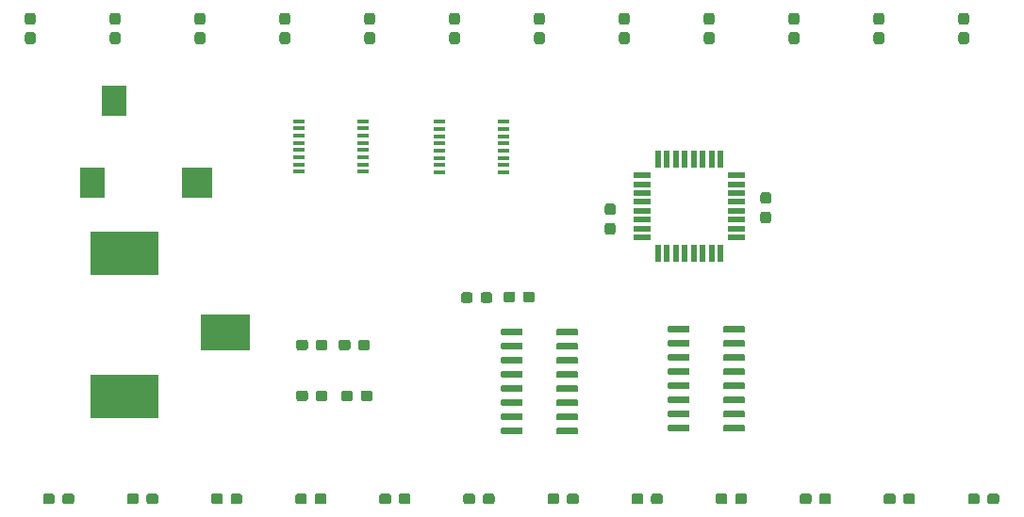
<source format=gbr>
G04 #@! TF.GenerationSoftware,KiCad,Pcbnew,5.1.5-52549c5~84~ubuntu18.04.1*
G04 #@! TF.CreationDate,2020-01-24T11:05:29-05:00*
G04 #@! TF.ProjectId,landfill_board_rev2,6c616e64-6669-46c6-9c5f-626f6172645f,rev?*
G04 #@! TF.SameCoordinates,Original*
G04 #@! TF.FileFunction,Paste,Top*
G04 #@! TF.FilePolarity,Positive*
%FSLAX46Y46*%
G04 Gerber Fmt 4.6, Leading zero omitted, Abs format (unit mm)*
G04 Created by KiCad (PCBNEW 5.1.5-52549c5~84~ubuntu18.04.1) date 2020-01-24 11:05:29*
%MOMM*%
%LPD*%
G04 APERTURE LIST*
%ADD10C,0.100000*%
%ADD11R,6.200000X3.900000*%
%ADD12R,4.400000X3.300000*%
%ADD13R,0.550000X1.600000*%
%ADD14R,1.600000X0.550000*%
%ADD15R,1.000000X0.400000*%
%ADD16R,2.800000X2.800000*%
%ADD17R,2.200000X2.800000*%
G04 APERTURE END LIST*
D10*
G36*
X103384779Y-121396144D02*
G01*
X103407834Y-121399563D01*
X103430443Y-121405227D01*
X103452387Y-121413079D01*
X103473457Y-121423044D01*
X103493448Y-121435026D01*
X103512168Y-121448910D01*
X103529438Y-121464562D01*
X103545090Y-121481832D01*
X103558974Y-121500552D01*
X103570956Y-121520543D01*
X103580921Y-121541613D01*
X103588773Y-121563557D01*
X103594437Y-121586166D01*
X103597856Y-121609221D01*
X103599000Y-121632500D01*
X103599000Y-122207500D01*
X103597856Y-122230779D01*
X103594437Y-122253834D01*
X103588773Y-122276443D01*
X103580921Y-122298387D01*
X103570956Y-122319457D01*
X103558974Y-122339448D01*
X103545090Y-122358168D01*
X103529438Y-122375438D01*
X103512168Y-122391090D01*
X103493448Y-122404974D01*
X103473457Y-122416956D01*
X103452387Y-122426921D01*
X103430443Y-122434773D01*
X103407834Y-122440437D01*
X103384779Y-122443856D01*
X103361500Y-122445000D01*
X102886500Y-122445000D01*
X102863221Y-122443856D01*
X102840166Y-122440437D01*
X102817557Y-122434773D01*
X102795613Y-122426921D01*
X102774543Y-122416956D01*
X102754552Y-122404974D01*
X102735832Y-122391090D01*
X102718562Y-122375438D01*
X102702910Y-122358168D01*
X102689026Y-122339448D01*
X102677044Y-122319457D01*
X102667079Y-122298387D01*
X102659227Y-122276443D01*
X102653563Y-122253834D01*
X102650144Y-122230779D01*
X102649000Y-122207500D01*
X102649000Y-121632500D01*
X102650144Y-121609221D01*
X102653563Y-121586166D01*
X102659227Y-121563557D01*
X102667079Y-121541613D01*
X102677044Y-121520543D01*
X102689026Y-121500552D01*
X102702910Y-121481832D01*
X102718562Y-121464562D01*
X102735832Y-121448910D01*
X102754552Y-121435026D01*
X102774543Y-121423044D01*
X102795613Y-121413079D01*
X102817557Y-121405227D01*
X102840166Y-121399563D01*
X102863221Y-121396144D01*
X102886500Y-121395000D01*
X103361500Y-121395000D01*
X103384779Y-121396144D01*
G37*
G36*
X103384779Y-123146144D02*
G01*
X103407834Y-123149563D01*
X103430443Y-123155227D01*
X103452387Y-123163079D01*
X103473457Y-123173044D01*
X103493448Y-123185026D01*
X103512168Y-123198910D01*
X103529438Y-123214562D01*
X103545090Y-123231832D01*
X103558974Y-123250552D01*
X103570956Y-123270543D01*
X103580921Y-123291613D01*
X103588773Y-123313557D01*
X103594437Y-123336166D01*
X103597856Y-123359221D01*
X103599000Y-123382500D01*
X103599000Y-123957500D01*
X103597856Y-123980779D01*
X103594437Y-124003834D01*
X103588773Y-124026443D01*
X103580921Y-124048387D01*
X103570956Y-124069457D01*
X103558974Y-124089448D01*
X103545090Y-124108168D01*
X103529438Y-124125438D01*
X103512168Y-124141090D01*
X103493448Y-124154974D01*
X103473457Y-124166956D01*
X103452387Y-124176921D01*
X103430443Y-124184773D01*
X103407834Y-124190437D01*
X103384779Y-124193856D01*
X103361500Y-124195000D01*
X102886500Y-124195000D01*
X102863221Y-124193856D01*
X102840166Y-124190437D01*
X102817557Y-124184773D01*
X102795613Y-124176921D01*
X102774543Y-124166956D01*
X102754552Y-124154974D01*
X102735832Y-124141090D01*
X102718562Y-124125438D01*
X102702910Y-124108168D01*
X102689026Y-124089448D01*
X102677044Y-124069457D01*
X102667079Y-124048387D01*
X102659227Y-124026443D01*
X102653563Y-124003834D01*
X102650144Y-123980779D01*
X102649000Y-123957500D01*
X102649000Y-123382500D01*
X102650144Y-123359221D01*
X102653563Y-123336166D01*
X102659227Y-123313557D01*
X102667079Y-123291613D01*
X102677044Y-123270543D01*
X102689026Y-123250552D01*
X102702910Y-123231832D01*
X102718562Y-123214562D01*
X102735832Y-123198910D01*
X102754552Y-123185026D01*
X102774543Y-123173044D01*
X102795613Y-123163079D01*
X102817557Y-123155227D01*
X102840166Y-123149563D01*
X102863221Y-123146144D01*
X102886500Y-123145000D01*
X103361500Y-123145000D01*
X103384779Y-123146144D01*
G37*
G36*
X117354779Y-122130144D02*
G01*
X117377834Y-122133563D01*
X117400443Y-122139227D01*
X117422387Y-122147079D01*
X117443457Y-122157044D01*
X117463448Y-122169026D01*
X117482168Y-122182910D01*
X117499438Y-122198562D01*
X117515090Y-122215832D01*
X117528974Y-122234552D01*
X117540956Y-122254543D01*
X117550921Y-122275613D01*
X117558773Y-122297557D01*
X117564437Y-122320166D01*
X117567856Y-122343221D01*
X117569000Y-122366500D01*
X117569000Y-122941500D01*
X117567856Y-122964779D01*
X117564437Y-122987834D01*
X117558773Y-123010443D01*
X117550921Y-123032387D01*
X117540956Y-123053457D01*
X117528974Y-123073448D01*
X117515090Y-123092168D01*
X117499438Y-123109438D01*
X117482168Y-123125090D01*
X117463448Y-123138974D01*
X117443457Y-123150956D01*
X117422387Y-123160921D01*
X117400443Y-123168773D01*
X117377834Y-123174437D01*
X117354779Y-123177856D01*
X117331500Y-123179000D01*
X116856500Y-123179000D01*
X116833221Y-123177856D01*
X116810166Y-123174437D01*
X116787557Y-123168773D01*
X116765613Y-123160921D01*
X116744543Y-123150956D01*
X116724552Y-123138974D01*
X116705832Y-123125090D01*
X116688562Y-123109438D01*
X116672910Y-123092168D01*
X116659026Y-123073448D01*
X116647044Y-123053457D01*
X116637079Y-123032387D01*
X116629227Y-123010443D01*
X116623563Y-122987834D01*
X116620144Y-122964779D01*
X116619000Y-122941500D01*
X116619000Y-122366500D01*
X116620144Y-122343221D01*
X116623563Y-122320166D01*
X116629227Y-122297557D01*
X116637079Y-122275613D01*
X116647044Y-122254543D01*
X116659026Y-122234552D01*
X116672910Y-122215832D01*
X116688562Y-122198562D01*
X116705832Y-122182910D01*
X116724552Y-122169026D01*
X116744543Y-122157044D01*
X116765613Y-122147079D01*
X116787557Y-122139227D01*
X116810166Y-122133563D01*
X116833221Y-122130144D01*
X116856500Y-122129000D01*
X117331500Y-122129000D01*
X117354779Y-122130144D01*
G37*
G36*
X117354779Y-120380144D02*
G01*
X117377834Y-120383563D01*
X117400443Y-120389227D01*
X117422387Y-120397079D01*
X117443457Y-120407044D01*
X117463448Y-120419026D01*
X117482168Y-120432910D01*
X117499438Y-120448562D01*
X117515090Y-120465832D01*
X117528974Y-120484552D01*
X117540956Y-120504543D01*
X117550921Y-120525613D01*
X117558773Y-120547557D01*
X117564437Y-120570166D01*
X117567856Y-120593221D01*
X117569000Y-120616500D01*
X117569000Y-121191500D01*
X117567856Y-121214779D01*
X117564437Y-121237834D01*
X117558773Y-121260443D01*
X117550921Y-121282387D01*
X117540956Y-121303457D01*
X117528974Y-121323448D01*
X117515090Y-121342168D01*
X117499438Y-121359438D01*
X117482168Y-121375090D01*
X117463448Y-121388974D01*
X117443457Y-121400956D01*
X117422387Y-121410921D01*
X117400443Y-121418773D01*
X117377834Y-121424437D01*
X117354779Y-121427856D01*
X117331500Y-121429000D01*
X116856500Y-121429000D01*
X116833221Y-121427856D01*
X116810166Y-121424437D01*
X116787557Y-121418773D01*
X116765613Y-121410921D01*
X116744543Y-121400956D01*
X116724552Y-121388974D01*
X116705832Y-121375090D01*
X116688562Y-121359438D01*
X116672910Y-121342168D01*
X116659026Y-121323448D01*
X116647044Y-121303457D01*
X116637079Y-121282387D01*
X116629227Y-121260443D01*
X116623563Y-121237834D01*
X116620144Y-121214779D01*
X116619000Y-121191500D01*
X116619000Y-120616500D01*
X116620144Y-120593221D01*
X116623563Y-120570166D01*
X116629227Y-120547557D01*
X116637079Y-120525613D01*
X116647044Y-120504543D01*
X116659026Y-120484552D01*
X116672910Y-120465832D01*
X116688562Y-120448562D01*
X116705832Y-120432910D01*
X116724552Y-120419026D01*
X116744543Y-120407044D01*
X116765613Y-120397079D01*
X116787557Y-120389227D01*
X116810166Y-120383563D01*
X116833221Y-120380144D01*
X116856500Y-120379000D01*
X117331500Y-120379000D01*
X117354779Y-120380144D01*
G37*
G36*
X75776779Y-133638144D02*
G01*
X75799834Y-133641563D01*
X75822443Y-133647227D01*
X75844387Y-133655079D01*
X75865457Y-133665044D01*
X75885448Y-133677026D01*
X75904168Y-133690910D01*
X75921438Y-133706562D01*
X75937090Y-133723832D01*
X75950974Y-133742552D01*
X75962956Y-133762543D01*
X75972921Y-133783613D01*
X75980773Y-133805557D01*
X75986437Y-133828166D01*
X75989856Y-133851221D01*
X75991000Y-133874500D01*
X75991000Y-134349500D01*
X75989856Y-134372779D01*
X75986437Y-134395834D01*
X75980773Y-134418443D01*
X75972921Y-134440387D01*
X75962956Y-134461457D01*
X75950974Y-134481448D01*
X75937090Y-134500168D01*
X75921438Y-134517438D01*
X75904168Y-134533090D01*
X75885448Y-134546974D01*
X75865457Y-134558956D01*
X75844387Y-134568921D01*
X75822443Y-134576773D01*
X75799834Y-134582437D01*
X75776779Y-134585856D01*
X75753500Y-134587000D01*
X75178500Y-134587000D01*
X75155221Y-134585856D01*
X75132166Y-134582437D01*
X75109557Y-134576773D01*
X75087613Y-134568921D01*
X75066543Y-134558956D01*
X75046552Y-134546974D01*
X75027832Y-134533090D01*
X75010562Y-134517438D01*
X74994910Y-134500168D01*
X74981026Y-134481448D01*
X74969044Y-134461457D01*
X74959079Y-134440387D01*
X74951227Y-134418443D01*
X74945563Y-134395834D01*
X74942144Y-134372779D01*
X74941000Y-134349500D01*
X74941000Y-133874500D01*
X74942144Y-133851221D01*
X74945563Y-133828166D01*
X74951227Y-133805557D01*
X74959079Y-133783613D01*
X74969044Y-133762543D01*
X74981026Y-133742552D01*
X74994910Y-133723832D01*
X75010562Y-133706562D01*
X75027832Y-133690910D01*
X75046552Y-133677026D01*
X75066543Y-133665044D01*
X75087613Y-133655079D01*
X75109557Y-133647227D01*
X75132166Y-133641563D01*
X75155221Y-133638144D01*
X75178500Y-133637000D01*
X75753500Y-133637000D01*
X75776779Y-133638144D01*
G37*
G36*
X77526779Y-133638144D02*
G01*
X77549834Y-133641563D01*
X77572443Y-133647227D01*
X77594387Y-133655079D01*
X77615457Y-133665044D01*
X77635448Y-133677026D01*
X77654168Y-133690910D01*
X77671438Y-133706562D01*
X77687090Y-133723832D01*
X77700974Y-133742552D01*
X77712956Y-133762543D01*
X77722921Y-133783613D01*
X77730773Y-133805557D01*
X77736437Y-133828166D01*
X77739856Y-133851221D01*
X77741000Y-133874500D01*
X77741000Y-134349500D01*
X77739856Y-134372779D01*
X77736437Y-134395834D01*
X77730773Y-134418443D01*
X77722921Y-134440387D01*
X77712956Y-134461457D01*
X77700974Y-134481448D01*
X77687090Y-134500168D01*
X77671438Y-134517438D01*
X77654168Y-134533090D01*
X77635448Y-134546974D01*
X77615457Y-134558956D01*
X77594387Y-134568921D01*
X77572443Y-134576773D01*
X77549834Y-134582437D01*
X77526779Y-134585856D01*
X77503500Y-134587000D01*
X76928500Y-134587000D01*
X76905221Y-134585856D01*
X76882166Y-134582437D01*
X76859557Y-134576773D01*
X76837613Y-134568921D01*
X76816543Y-134558956D01*
X76796552Y-134546974D01*
X76777832Y-134533090D01*
X76760562Y-134517438D01*
X76744910Y-134500168D01*
X76731026Y-134481448D01*
X76719044Y-134461457D01*
X76709079Y-134440387D01*
X76701227Y-134418443D01*
X76695563Y-134395834D01*
X76692144Y-134372779D01*
X76691000Y-134349500D01*
X76691000Y-133874500D01*
X76692144Y-133851221D01*
X76695563Y-133828166D01*
X76701227Y-133805557D01*
X76709079Y-133783613D01*
X76719044Y-133762543D01*
X76731026Y-133742552D01*
X76744910Y-133723832D01*
X76760562Y-133706562D01*
X76777832Y-133690910D01*
X76796552Y-133677026D01*
X76816543Y-133665044D01*
X76837613Y-133655079D01*
X76859557Y-133647227D01*
X76882166Y-133641563D01*
X76905221Y-133638144D01*
X76928500Y-133637000D01*
X77503500Y-133637000D01*
X77526779Y-133638144D01*
G37*
G36*
X79586779Y-133638144D02*
G01*
X79609834Y-133641563D01*
X79632443Y-133647227D01*
X79654387Y-133655079D01*
X79675457Y-133665044D01*
X79695448Y-133677026D01*
X79714168Y-133690910D01*
X79731438Y-133706562D01*
X79747090Y-133723832D01*
X79760974Y-133742552D01*
X79772956Y-133762543D01*
X79782921Y-133783613D01*
X79790773Y-133805557D01*
X79796437Y-133828166D01*
X79799856Y-133851221D01*
X79801000Y-133874500D01*
X79801000Y-134349500D01*
X79799856Y-134372779D01*
X79796437Y-134395834D01*
X79790773Y-134418443D01*
X79782921Y-134440387D01*
X79772956Y-134461457D01*
X79760974Y-134481448D01*
X79747090Y-134500168D01*
X79731438Y-134517438D01*
X79714168Y-134533090D01*
X79695448Y-134546974D01*
X79675457Y-134558956D01*
X79654387Y-134568921D01*
X79632443Y-134576773D01*
X79609834Y-134582437D01*
X79586779Y-134585856D01*
X79563500Y-134587000D01*
X78988500Y-134587000D01*
X78965221Y-134585856D01*
X78942166Y-134582437D01*
X78919557Y-134576773D01*
X78897613Y-134568921D01*
X78876543Y-134558956D01*
X78856552Y-134546974D01*
X78837832Y-134533090D01*
X78820562Y-134517438D01*
X78804910Y-134500168D01*
X78791026Y-134481448D01*
X78779044Y-134461457D01*
X78769079Y-134440387D01*
X78761227Y-134418443D01*
X78755563Y-134395834D01*
X78752144Y-134372779D01*
X78751000Y-134349500D01*
X78751000Y-133874500D01*
X78752144Y-133851221D01*
X78755563Y-133828166D01*
X78761227Y-133805557D01*
X78769079Y-133783613D01*
X78779044Y-133762543D01*
X78791026Y-133742552D01*
X78804910Y-133723832D01*
X78820562Y-133706562D01*
X78837832Y-133690910D01*
X78856552Y-133677026D01*
X78876543Y-133665044D01*
X78897613Y-133655079D01*
X78919557Y-133647227D01*
X78942166Y-133641563D01*
X78965221Y-133638144D01*
X78988500Y-133637000D01*
X79563500Y-133637000D01*
X79586779Y-133638144D01*
G37*
G36*
X81336779Y-133638144D02*
G01*
X81359834Y-133641563D01*
X81382443Y-133647227D01*
X81404387Y-133655079D01*
X81425457Y-133665044D01*
X81445448Y-133677026D01*
X81464168Y-133690910D01*
X81481438Y-133706562D01*
X81497090Y-133723832D01*
X81510974Y-133742552D01*
X81522956Y-133762543D01*
X81532921Y-133783613D01*
X81540773Y-133805557D01*
X81546437Y-133828166D01*
X81549856Y-133851221D01*
X81551000Y-133874500D01*
X81551000Y-134349500D01*
X81549856Y-134372779D01*
X81546437Y-134395834D01*
X81540773Y-134418443D01*
X81532921Y-134440387D01*
X81522956Y-134461457D01*
X81510974Y-134481448D01*
X81497090Y-134500168D01*
X81481438Y-134517438D01*
X81464168Y-134533090D01*
X81445448Y-134546974D01*
X81425457Y-134558956D01*
X81404387Y-134568921D01*
X81382443Y-134576773D01*
X81359834Y-134582437D01*
X81336779Y-134585856D01*
X81313500Y-134587000D01*
X80738500Y-134587000D01*
X80715221Y-134585856D01*
X80692166Y-134582437D01*
X80669557Y-134576773D01*
X80647613Y-134568921D01*
X80626543Y-134558956D01*
X80606552Y-134546974D01*
X80587832Y-134533090D01*
X80570562Y-134517438D01*
X80554910Y-134500168D01*
X80541026Y-134481448D01*
X80529044Y-134461457D01*
X80519079Y-134440387D01*
X80511227Y-134418443D01*
X80505563Y-134395834D01*
X80502144Y-134372779D01*
X80501000Y-134349500D01*
X80501000Y-133874500D01*
X80502144Y-133851221D01*
X80505563Y-133828166D01*
X80511227Y-133805557D01*
X80519079Y-133783613D01*
X80529044Y-133762543D01*
X80541026Y-133742552D01*
X80554910Y-133723832D01*
X80570562Y-133706562D01*
X80587832Y-133690910D01*
X80606552Y-133677026D01*
X80626543Y-133665044D01*
X80647613Y-133655079D01*
X80669557Y-133647227D01*
X80692166Y-133641563D01*
X80715221Y-133638144D01*
X80738500Y-133637000D01*
X81313500Y-133637000D01*
X81336779Y-133638144D01*
G37*
G36*
X75776779Y-138210144D02*
G01*
X75799834Y-138213563D01*
X75822443Y-138219227D01*
X75844387Y-138227079D01*
X75865457Y-138237044D01*
X75885448Y-138249026D01*
X75904168Y-138262910D01*
X75921438Y-138278562D01*
X75937090Y-138295832D01*
X75950974Y-138314552D01*
X75962956Y-138334543D01*
X75972921Y-138355613D01*
X75980773Y-138377557D01*
X75986437Y-138400166D01*
X75989856Y-138423221D01*
X75991000Y-138446500D01*
X75991000Y-138921500D01*
X75989856Y-138944779D01*
X75986437Y-138967834D01*
X75980773Y-138990443D01*
X75972921Y-139012387D01*
X75962956Y-139033457D01*
X75950974Y-139053448D01*
X75937090Y-139072168D01*
X75921438Y-139089438D01*
X75904168Y-139105090D01*
X75885448Y-139118974D01*
X75865457Y-139130956D01*
X75844387Y-139140921D01*
X75822443Y-139148773D01*
X75799834Y-139154437D01*
X75776779Y-139157856D01*
X75753500Y-139159000D01*
X75178500Y-139159000D01*
X75155221Y-139157856D01*
X75132166Y-139154437D01*
X75109557Y-139148773D01*
X75087613Y-139140921D01*
X75066543Y-139130956D01*
X75046552Y-139118974D01*
X75027832Y-139105090D01*
X75010562Y-139089438D01*
X74994910Y-139072168D01*
X74981026Y-139053448D01*
X74969044Y-139033457D01*
X74959079Y-139012387D01*
X74951227Y-138990443D01*
X74945563Y-138967834D01*
X74942144Y-138944779D01*
X74941000Y-138921500D01*
X74941000Y-138446500D01*
X74942144Y-138423221D01*
X74945563Y-138400166D01*
X74951227Y-138377557D01*
X74959079Y-138355613D01*
X74969044Y-138334543D01*
X74981026Y-138314552D01*
X74994910Y-138295832D01*
X75010562Y-138278562D01*
X75027832Y-138262910D01*
X75046552Y-138249026D01*
X75066543Y-138237044D01*
X75087613Y-138227079D01*
X75109557Y-138219227D01*
X75132166Y-138213563D01*
X75155221Y-138210144D01*
X75178500Y-138209000D01*
X75753500Y-138209000D01*
X75776779Y-138210144D01*
G37*
G36*
X77526779Y-138210144D02*
G01*
X77549834Y-138213563D01*
X77572443Y-138219227D01*
X77594387Y-138227079D01*
X77615457Y-138237044D01*
X77635448Y-138249026D01*
X77654168Y-138262910D01*
X77671438Y-138278562D01*
X77687090Y-138295832D01*
X77700974Y-138314552D01*
X77712956Y-138334543D01*
X77722921Y-138355613D01*
X77730773Y-138377557D01*
X77736437Y-138400166D01*
X77739856Y-138423221D01*
X77741000Y-138446500D01*
X77741000Y-138921500D01*
X77739856Y-138944779D01*
X77736437Y-138967834D01*
X77730773Y-138990443D01*
X77722921Y-139012387D01*
X77712956Y-139033457D01*
X77700974Y-139053448D01*
X77687090Y-139072168D01*
X77671438Y-139089438D01*
X77654168Y-139105090D01*
X77635448Y-139118974D01*
X77615457Y-139130956D01*
X77594387Y-139140921D01*
X77572443Y-139148773D01*
X77549834Y-139154437D01*
X77526779Y-139157856D01*
X77503500Y-139159000D01*
X76928500Y-139159000D01*
X76905221Y-139157856D01*
X76882166Y-139154437D01*
X76859557Y-139148773D01*
X76837613Y-139140921D01*
X76816543Y-139130956D01*
X76796552Y-139118974D01*
X76777832Y-139105090D01*
X76760562Y-139089438D01*
X76744910Y-139072168D01*
X76731026Y-139053448D01*
X76719044Y-139033457D01*
X76709079Y-139012387D01*
X76701227Y-138990443D01*
X76695563Y-138967834D01*
X76692144Y-138944779D01*
X76691000Y-138921500D01*
X76691000Y-138446500D01*
X76692144Y-138423221D01*
X76695563Y-138400166D01*
X76701227Y-138377557D01*
X76709079Y-138355613D01*
X76719044Y-138334543D01*
X76731026Y-138314552D01*
X76744910Y-138295832D01*
X76760562Y-138278562D01*
X76777832Y-138262910D01*
X76796552Y-138249026D01*
X76816543Y-138237044D01*
X76837613Y-138227079D01*
X76859557Y-138219227D01*
X76882166Y-138213563D01*
X76905221Y-138210144D01*
X76928500Y-138209000D01*
X77503500Y-138209000D01*
X77526779Y-138210144D01*
G37*
D11*
X59538000Y-138784000D03*
X59538000Y-125884000D03*
D12*
X68538000Y-133034000D03*
D10*
G36*
X54779779Y-147481144D02*
G01*
X54802834Y-147484563D01*
X54825443Y-147490227D01*
X54847387Y-147498079D01*
X54868457Y-147508044D01*
X54888448Y-147520026D01*
X54907168Y-147533910D01*
X54924438Y-147549562D01*
X54940090Y-147566832D01*
X54953974Y-147585552D01*
X54965956Y-147605543D01*
X54975921Y-147626613D01*
X54983773Y-147648557D01*
X54989437Y-147671166D01*
X54992856Y-147694221D01*
X54994000Y-147717500D01*
X54994000Y-148192500D01*
X54992856Y-148215779D01*
X54989437Y-148238834D01*
X54983773Y-148261443D01*
X54975921Y-148283387D01*
X54965956Y-148304457D01*
X54953974Y-148324448D01*
X54940090Y-148343168D01*
X54924438Y-148360438D01*
X54907168Y-148376090D01*
X54888448Y-148389974D01*
X54868457Y-148401956D01*
X54847387Y-148411921D01*
X54825443Y-148419773D01*
X54802834Y-148425437D01*
X54779779Y-148428856D01*
X54756500Y-148430000D01*
X54181500Y-148430000D01*
X54158221Y-148428856D01*
X54135166Y-148425437D01*
X54112557Y-148419773D01*
X54090613Y-148411921D01*
X54069543Y-148401956D01*
X54049552Y-148389974D01*
X54030832Y-148376090D01*
X54013562Y-148360438D01*
X53997910Y-148343168D01*
X53984026Y-148324448D01*
X53972044Y-148304457D01*
X53962079Y-148283387D01*
X53954227Y-148261443D01*
X53948563Y-148238834D01*
X53945144Y-148215779D01*
X53944000Y-148192500D01*
X53944000Y-147717500D01*
X53945144Y-147694221D01*
X53948563Y-147671166D01*
X53954227Y-147648557D01*
X53962079Y-147626613D01*
X53972044Y-147605543D01*
X53984026Y-147585552D01*
X53997910Y-147566832D01*
X54013562Y-147549562D01*
X54030832Y-147533910D01*
X54049552Y-147520026D01*
X54069543Y-147508044D01*
X54090613Y-147498079D01*
X54112557Y-147490227D01*
X54135166Y-147484563D01*
X54158221Y-147481144D01*
X54181500Y-147480000D01*
X54756500Y-147480000D01*
X54779779Y-147481144D01*
G37*
G36*
X53029779Y-147481144D02*
G01*
X53052834Y-147484563D01*
X53075443Y-147490227D01*
X53097387Y-147498079D01*
X53118457Y-147508044D01*
X53138448Y-147520026D01*
X53157168Y-147533910D01*
X53174438Y-147549562D01*
X53190090Y-147566832D01*
X53203974Y-147585552D01*
X53215956Y-147605543D01*
X53225921Y-147626613D01*
X53233773Y-147648557D01*
X53239437Y-147671166D01*
X53242856Y-147694221D01*
X53244000Y-147717500D01*
X53244000Y-148192500D01*
X53242856Y-148215779D01*
X53239437Y-148238834D01*
X53233773Y-148261443D01*
X53225921Y-148283387D01*
X53215956Y-148304457D01*
X53203974Y-148324448D01*
X53190090Y-148343168D01*
X53174438Y-148360438D01*
X53157168Y-148376090D01*
X53138448Y-148389974D01*
X53118457Y-148401956D01*
X53097387Y-148411921D01*
X53075443Y-148419773D01*
X53052834Y-148425437D01*
X53029779Y-148428856D01*
X53006500Y-148430000D01*
X52431500Y-148430000D01*
X52408221Y-148428856D01*
X52385166Y-148425437D01*
X52362557Y-148419773D01*
X52340613Y-148411921D01*
X52319543Y-148401956D01*
X52299552Y-148389974D01*
X52280832Y-148376090D01*
X52263562Y-148360438D01*
X52247910Y-148343168D01*
X52234026Y-148324448D01*
X52222044Y-148304457D01*
X52212079Y-148283387D01*
X52204227Y-148261443D01*
X52198563Y-148238834D01*
X52195144Y-148215779D01*
X52194000Y-148192500D01*
X52194000Y-147717500D01*
X52195144Y-147694221D01*
X52198563Y-147671166D01*
X52204227Y-147648557D01*
X52212079Y-147626613D01*
X52222044Y-147605543D01*
X52234026Y-147585552D01*
X52247910Y-147566832D01*
X52263562Y-147549562D01*
X52280832Y-147533910D01*
X52299552Y-147520026D01*
X52319543Y-147508044D01*
X52340613Y-147498079D01*
X52362557Y-147490227D01*
X52385166Y-147484563D01*
X52408221Y-147481144D01*
X52431500Y-147480000D01*
X53006500Y-147480000D01*
X53029779Y-147481144D01*
G37*
G36*
X62330506Y-147481144D02*
G01*
X62353561Y-147484563D01*
X62376170Y-147490227D01*
X62398114Y-147498079D01*
X62419184Y-147508044D01*
X62439175Y-147520026D01*
X62457895Y-147533910D01*
X62475165Y-147549562D01*
X62490817Y-147566832D01*
X62504701Y-147585552D01*
X62516683Y-147605543D01*
X62526648Y-147626613D01*
X62534500Y-147648557D01*
X62540164Y-147671166D01*
X62543583Y-147694221D01*
X62544727Y-147717500D01*
X62544727Y-148192500D01*
X62543583Y-148215779D01*
X62540164Y-148238834D01*
X62534500Y-148261443D01*
X62526648Y-148283387D01*
X62516683Y-148304457D01*
X62504701Y-148324448D01*
X62490817Y-148343168D01*
X62475165Y-148360438D01*
X62457895Y-148376090D01*
X62439175Y-148389974D01*
X62419184Y-148401956D01*
X62398114Y-148411921D01*
X62376170Y-148419773D01*
X62353561Y-148425437D01*
X62330506Y-148428856D01*
X62307227Y-148430000D01*
X61732227Y-148430000D01*
X61708948Y-148428856D01*
X61685893Y-148425437D01*
X61663284Y-148419773D01*
X61641340Y-148411921D01*
X61620270Y-148401956D01*
X61600279Y-148389974D01*
X61581559Y-148376090D01*
X61564289Y-148360438D01*
X61548637Y-148343168D01*
X61534753Y-148324448D01*
X61522771Y-148304457D01*
X61512806Y-148283387D01*
X61504954Y-148261443D01*
X61499290Y-148238834D01*
X61495871Y-148215779D01*
X61494727Y-148192500D01*
X61494727Y-147717500D01*
X61495871Y-147694221D01*
X61499290Y-147671166D01*
X61504954Y-147648557D01*
X61512806Y-147626613D01*
X61522771Y-147605543D01*
X61534753Y-147585552D01*
X61548637Y-147566832D01*
X61564289Y-147549562D01*
X61581559Y-147533910D01*
X61600279Y-147520026D01*
X61620270Y-147508044D01*
X61641340Y-147498079D01*
X61663284Y-147490227D01*
X61685893Y-147484563D01*
X61708948Y-147481144D01*
X61732227Y-147480000D01*
X62307227Y-147480000D01*
X62330506Y-147481144D01*
G37*
G36*
X60580506Y-147481144D02*
G01*
X60603561Y-147484563D01*
X60626170Y-147490227D01*
X60648114Y-147498079D01*
X60669184Y-147508044D01*
X60689175Y-147520026D01*
X60707895Y-147533910D01*
X60725165Y-147549562D01*
X60740817Y-147566832D01*
X60754701Y-147585552D01*
X60766683Y-147605543D01*
X60776648Y-147626613D01*
X60784500Y-147648557D01*
X60790164Y-147671166D01*
X60793583Y-147694221D01*
X60794727Y-147717500D01*
X60794727Y-148192500D01*
X60793583Y-148215779D01*
X60790164Y-148238834D01*
X60784500Y-148261443D01*
X60776648Y-148283387D01*
X60766683Y-148304457D01*
X60754701Y-148324448D01*
X60740817Y-148343168D01*
X60725165Y-148360438D01*
X60707895Y-148376090D01*
X60689175Y-148389974D01*
X60669184Y-148401956D01*
X60648114Y-148411921D01*
X60626170Y-148419773D01*
X60603561Y-148425437D01*
X60580506Y-148428856D01*
X60557227Y-148430000D01*
X59982227Y-148430000D01*
X59958948Y-148428856D01*
X59935893Y-148425437D01*
X59913284Y-148419773D01*
X59891340Y-148411921D01*
X59870270Y-148401956D01*
X59850279Y-148389974D01*
X59831559Y-148376090D01*
X59814289Y-148360438D01*
X59798637Y-148343168D01*
X59784753Y-148324448D01*
X59772771Y-148304457D01*
X59762806Y-148283387D01*
X59754954Y-148261443D01*
X59749290Y-148238834D01*
X59745871Y-148215779D01*
X59744727Y-148192500D01*
X59744727Y-147717500D01*
X59745871Y-147694221D01*
X59749290Y-147671166D01*
X59754954Y-147648557D01*
X59762806Y-147626613D01*
X59772771Y-147605543D01*
X59784753Y-147585552D01*
X59798637Y-147566832D01*
X59814289Y-147549562D01*
X59831559Y-147533910D01*
X59850279Y-147520026D01*
X59870270Y-147508044D01*
X59891340Y-147498079D01*
X59913284Y-147490227D01*
X59935893Y-147484563D01*
X59958948Y-147481144D01*
X59982227Y-147480000D01*
X60557227Y-147480000D01*
X60580506Y-147481144D01*
G37*
G36*
X69881233Y-147481144D02*
G01*
X69904288Y-147484563D01*
X69926897Y-147490227D01*
X69948841Y-147498079D01*
X69969911Y-147508044D01*
X69989902Y-147520026D01*
X70008622Y-147533910D01*
X70025892Y-147549562D01*
X70041544Y-147566832D01*
X70055428Y-147585552D01*
X70067410Y-147605543D01*
X70077375Y-147626613D01*
X70085227Y-147648557D01*
X70090891Y-147671166D01*
X70094310Y-147694221D01*
X70095454Y-147717500D01*
X70095454Y-148192500D01*
X70094310Y-148215779D01*
X70090891Y-148238834D01*
X70085227Y-148261443D01*
X70077375Y-148283387D01*
X70067410Y-148304457D01*
X70055428Y-148324448D01*
X70041544Y-148343168D01*
X70025892Y-148360438D01*
X70008622Y-148376090D01*
X69989902Y-148389974D01*
X69969911Y-148401956D01*
X69948841Y-148411921D01*
X69926897Y-148419773D01*
X69904288Y-148425437D01*
X69881233Y-148428856D01*
X69857954Y-148430000D01*
X69282954Y-148430000D01*
X69259675Y-148428856D01*
X69236620Y-148425437D01*
X69214011Y-148419773D01*
X69192067Y-148411921D01*
X69170997Y-148401956D01*
X69151006Y-148389974D01*
X69132286Y-148376090D01*
X69115016Y-148360438D01*
X69099364Y-148343168D01*
X69085480Y-148324448D01*
X69073498Y-148304457D01*
X69063533Y-148283387D01*
X69055681Y-148261443D01*
X69050017Y-148238834D01*
X69046598Y-148215779D01*
X69045454Y-148192500D01*
X69045454Y-147717500D01*
X69046598Y-147694221D01*
X69050017Y-147671166D01*
X69055681Y-147648557D01*
X69063533Y-147626613D01*
X69073498Y-147605543D01*
X69085480Y-147585552D01*
X69099364Y-147566832D01*
X69115016Y-147549562D01*
X69132286Y-147533910D01*
X69151006Y-147520026D01*
X69170997Y-147508044D01*
X69192067Y-147498079D01*
X69214011Y-147490227D01*
X69236620Y-147484563D01*
X69259675Y-147481144D01*
X69282954Y-147480000D01*
X69857954Y-147480000D01*
X69881233Y-147481144D01*
G37*
G36*
X68131233Y-147481144D02*
G01*
X68154288Y-147484563D01*
X68176897Y-147490227D01*
X68198841Y-147498079D01*
X68219911Y-147508044D01*
X68239902Y-147520026D01*
X68258622Y-147533910D01*
X68275892Y-147549562D01*
X68291544Y-147566832D01*
X68305428Y-147585552D01*
X68317410Y-147605543D01*
X68327375Y-147626613D01*
X68335227Y-147648557D01*
X68340891Y-147671166D01*
X68344310Y-147694221D01*
X68345454Y-147717500D01*
X68345454Y-148192500D01*
X68344310Y-148215779D01*
X68340891Y-148238834D01*
X68335227Y-148261443D01*
X68327375Y-148283387D01*
X68317410Y-148304457D01*
X68305428Y-148324448D01*
X68291544Y-148343168D01*
X68275892Y-148360438D01*
X68258622Y-148376090D01*
X68239902Y-148389974D01*
X68219911Y-148401956D01*
X68198841Y-148411921D01*
X68176897Y-148419773D01*
X68154288Y-148425437D01*
X68131233Y-148428856D01*
X68107954Y-148430000D01*
X67532954Y-148430000D01*
X67509675Y-148428856D01*
X67486620Y-148425437D01*
X67464011Y-148419773D01*
X67442067Y-148411921D01*
X67420997Y-148401956D01*
X67401006Y-148389974D01*
X67382286Y-148376090D01*
X67365016Y-148360438D01*
X67349364Y-148343168D01*
X67335480Y-148324448D01*
X67323498Y-148304457D01*
X67313533Y-148283387D01*
X67305681Y-148261443D01*
X67300017Y-148238834D01*
X67296598Y-148215779D01*
X67295454Y-148192500D01*
X67295454Y-147717500D01*
X67296598Y-147694221D01*
X67300017Y-147671166D01*
X67305681Y-147648557D01*
X67313533Y-147626613D01*
X67323498Y-147605543D01*
X67335480Y-147585552D01*
X67349364Y-147566832D01*
X67365016Y-147549562D01*
X67382286Y-147533910D01*
X67401006Y-147520026D01*
X67420997Y-147508044D01*
X67442067Y-147498079D01*
X67464011Y-147490227D01*
X67486620Y-147484563D01*
X67509675Y-147481144D01*
X67532954Y-147480000D01*
X68107954Y-147480000D01*
X68131233Y-147481144D01*
G37*
G36*
X77431960Y-147481144D02*
G01*
X77455015Y-147484563D01*
X77477624Y-147490227D01*
X77499568Y-147498079D01*
X77520638Y-147508044D01*
X77540629Y-147520026D01*
X77559349Y-147533910D01*
X77576619Y-147549562D01*
X77592271Y-147566832D01*
X77606155Y-147585552D01*
X77618137Y-147605543D01*
X77628102Y-147626613D01*
X77635954Y-147648557D01*
X77641618Y-147671166D01*
X77645037Y-147694221D01*
X77646181Y-147717500D01*
X77646181Y-148192500D01*
X77645037Y-148215779D01*
X77641618Y-148238834D01*
X77635954Y-148261443D01*
X77628102Y-148283387D01*
X77618137Y-148304457D01*
X77606155Y-148324448D01*
X77592271Y-148343168D01*
X77576619Y-148360438D01*
X77559349Y-148376090D01*
X77540629Y-148389974D01*
X77520638Y-148401956D01*
X77499568Y-148411921D01*
X77477624Y-148419773D01*
X77455015Y-148425437D01*
X77431960Y-148428856D01*
X77408681Y-148430000D01*
X76833681Y-148430000D01*
X76810402Y-148428856D01*
X76787347Y-148425437D01*
X76764738Y-148419773D01*
X76742794Y-148411921D01*
X76721724Y-148401956D01*
X76701733Y-148389974D01*
X76683013Y-148376090D01*
X76665743Y-148360438D01*
X76650091Y-148343168D01*
X76636207Y-148324448D01*
X76624225Y-148304457D01*
X76614260Y-148283387D01*
X76606408Y-148261443D01*
X76600744Y-148238834D01*
X76597325Y-148215779D01*
X76596181Y-148192500D01*
X76596181Y-147717500D01*
X76597325Y-147694221D01*
X76600744Y-147671166D01*
X76606408Y-147648557D01*
X76614260Y-147626613D01*
X76624225Y-147605543D01*
X76636207Y-147585552D01*
X76650091Y-147566832D01*
X76665743Y-147549562D01*
X76683013Y-147533910D01*
X76701733Y-147520026D01*
X76721724Y-147508044D01*
X76742794Y-147498079D01*
X76764738Y-147490227D01*
X76787347Y-147484563D01*
X76810402Y-147481144D01*
X76833681Y-147480000D01*
X77408681Y-147480000D01*
X77431960Y-147481144D01*
G37*
G36*
X75681960Y-147481144D02*
G01*
X75705015Y-147484563D01*
X75727624Y-147490227D01*
X75749568Y-147498079D01*
X75770638Y-147508044D01*
X75790629Y-147520026D01*
X75809349Y-147533910D01*
X75826619Y-147549562D01*
X75842271Y-147566832D01*
X75856155Y-147585552D01*
X75868137Y-147605543D01*
X75878102Y-147626613D01*
X75885954Y-147648557D01*
X75891618Y-147671166D01*
X75895037Y-147694221D01*
X75896181Y-147717500D01*
X75896181Y-148192500D01*
X75895037Y-148215779D01*
X75891618Y-148238834D01*
X75885954Y-148261443D01*
X75878102Y-148283387D01*
X75868137Y-148304457D01*
X75856155Y-148324448D01*
X75842271Y-148343168D01*
X75826619Y-148360438D01*
X75809349Y-148376090D01*
X75790629Y-148389974D01*
X75770638Y-148401956D01*
X75749568Y-148411921D01*
X75727624Y-148419773D01*
X75705015Y-148425437D01*
X75681960Y-148428856D01*
X75658681Y-148430000D01*
X75083681Y-148430000D01*
X75060402Y-148428856D01*
X75037347Y-148425437D01*
X75014738Y-148419773D01*
X74992794Y-148411921D01*
X74971724Y-148401956D01*
X74951733Y-148389974D01*
X74933013Y-148376090D01*
X74915743Y-148360438D01*
X74900091Y-148343168D01*
X74886207Y-148324448D01*
X74874225Y-148304457D01*
X74864260Y-148283387D01*
X74856408Y-148261443D01*
X74850744Y-148238834D01*
X74847325Y-148215779D01*
X74846181Y-148192500D01*
X74846181Y-147717500D01*
X74847325Y-147694221D01*
X74850744Y-147671166D01*
X74856408Y-147648557D01*
X74864260Y-147626613D01*
X74874225Y-147605543D01*
X74886207Y-147585552D01*
X74900091Y-147566832D01*
X74915743Y-147549562D01*
X74933013Y-147533910D01*
X74951733Y-147520026D01*
X74971724Y-147508044D01*
X74992794Y-147498079D01*
X75014738Y-147490227D01*
X75037347Y-147484563D01*
X75060402Y-147481144D01*
X75083681Y-147480000D01*
X75658681Y-147480000D01*
X75681960Y-147481144D01*
G37*
G36*
X84982687Y-147481144D02*
G01*
X85005742Y-147484563D01*
X85028351Y-147490227D01*
X85050295Y-147498079D01*
X85071365Y-147508044D01*
X85091356Y-147520026D01*
X85110076Y-147533910D01*
X85127346Y-147549562D01*
X85142998Y-147566832D01*
X85156882Y-147585552D01*
X85168864Y-147605543D01*
X85178829Y-147626613D01*
X85186681Y-147648557D01*
X85192345Y-147671166D01*
X85195764Y-147694221D01*
X85196908Y-147717500D01*
X85196908Y-148192500D01*
X85195764Y-148215779D01*
X85192345Y-148238834D01*
X85186681Y-148261443D01*
X85178829Y-148283387D01*
X85168864Y-148304457D01*
X85156882Y-148324448D01*
X85142998Y-148343168D01*
X85127346Y-148360438D01*
X85110076Y-148376090D01*
X85091356Y-148389974D01*
X85071365Y-148401956D01*
X85050295Y-148411921D01*
X85028351Y-148419773D01*
X85005742Y-148425437D01*
X84982687Y-148428856D01*
X84959408Y-148430000D01*
X84384408Y-148430000D01*
X84361129Y-148428856D01*
X84338074Y-148425437D01*
X84315465Y-148419773D01*
X84293521Y-148411921D01*
X84272451Y-148401956D01*
X84252460Y-148389974D01*
X84233740Y-148376090D01*
X84216470Y-148360438D01*
X84200818Y-148343168D01*
X84186934Y-148324448D01*
X84174952Y-148304457D01*
X84164987Y-148283387D01*
X84157135Y-148261443D01*
X84151471Y-148238834D01*
X84148052Y-148215779D01*
X84146908Y-148192500D01*
X84146908Y-147717500D01*
X84148052Y-147694221D01*
X84151471Y-147671166D01*
X84157135Y-147648557D01*
X84164987Y-147626613D01*
X84174952Y-147605543D01*
X84186934Y-147585552D01*
X84200818Y-147566832D01*
X84216470Y-147549562D01*
X84233740Y-147533910D01*
X84252460Y-147520026D01*
X84272451Y-147508044D01*
X84293521Y-147498079D01*
X84315465Y-147490227D01*
X84338074Y-147484563D01*
X84361129Y-147481144D01*
X84384408Y-147480000D01*
X84959408Y-147480000D01*
X84982687Y-147481144D01*
G37*
G36*
X83232687Y-147481144D02*
G01*
X83255742Y-147484563D01*
X83278351Y-147490227D01*
X83300295Y-147498079D01*
X83321365Y-147508044D01*
X83341356Y-147520026D01*
X83360076Y-147533910D01*
X83377346Y-147549562D01*
X83392998Y-147566832D01*
X83406882Y-147585552D01*
X83418864Y-147605543D01*
X83428829Y-147626613D01*
X83436681Y-147648557D01*
X83442345Y-147671166D01*
X83445764Y-147694221D01*
X83446908Y-147717500D01*
X83446908Y-148192500D01*
X83445764Y-148215779D01*
X83442345Y-148238834D01*
X83436681Y-148261443D01*
X83428829Y-148283387D01*
X83418864Y-148304457D01*
X83406882Y-148324448D01*
X83392998Y-148343168D01*
X83377346Y-148360438D01*
X83360076Y-148376090D01*
X83341356Y-148389974D01*
X83321365Y-148401956D01*
X83300295Y-148411921D01*
X83278351Y-148419773D01*
X83255742Y-148425437D01*
X83232687Y-148428856D01*
X83209408Y-148430000D01*
X82634408Y-148430000D01*
X82611129Y-148428856D01*
X82588074Y-148425437D01*
X82565465Y-148419773D01*
X82543521Y-148411921D01*
X82522451Y-148401956D01*
X82502460Y-148389974D01*
X82483740Y-148376090D01*
X82466470Y-148360438D01*
X82450818Y-148343168D01*
X82436934Y-148324448D01*
X82424952Y-148304457D01*
X82414987Y-148283387D01*
X82407135Y-148261443D01*
X82401471Y-148238834D01*
X82398052Y-148215779D01*
X82396908Y-148192500D01*
X82396908Y-147717500D01*
X82398052Y-147694221D01*
X82401471Y-147671166D01*
X82407135Y-147648557D01*
X82414987Y-147626613D01*
X82424952Y-147605543D01*
X82436934Y-147585552D01*
X82450818Y-147566832D01*
X82466470Y-147549562D01*
X82483740Y-147533910D01*
X82502460Y-147520026D01*
X82522451Y-147508044D01*
X82543521Y-147498079D01*
X82565465Y-147490227D01*
X82588074Y-147484563D01*
X82611129Y-147481144D01*
X82634408Y-147480000D01*
X83209408Y-147480000D01*
X83232687Y-147481144D01*
G37*
G36*
X92533414Y-147481144D02*
G01*
X92556469Y-147484563D01*
X92579078Y-147490227D01*
X92601022Y-147498079D01*
X92622092Y-147508044D01*
X92642083Y-147520026D01*
X92660803Y-147533910D01*
X92678073Y-147549562D01*
X92693725Y-147566832D01*
X92707609Y-147585552D01*
X92719591Y-147605543D01*
X92729556Y-147626613D01*
X92737408Y-147648557D01*
X92743072Y-147671166D01*
X92746491Y-147694221D01*
X92747635Y-147717500D01*
X92747635Y-148192500D01*
X92746491Y-148215779D01*
X92743072Y-148238834D01*
X92737408Y-148261443D01*
X92729556Y-148283387D01*
X92719591Y-148304457D01*
X92707609Y-148324448D01*
X92693725Y-148343168D01*
X92678073Y-148360438D01*
X92660803Y-148376090D01*
X92642083Y-148389974D01*
X92622092Y-148401956D01*
X92601022Y-148411921D01*
X92579078Y-148419773D01*
X92556469Y-148425437D01*
X92533414Y-148428856D01*
X92510135Y-148430000D01*
X91935135Y-148430000D01*
X91911856Y-148428856D01*
X91888801Y-148425437D01*
X91866192Y-148419773D01*
X91844248Y-148411921D01*
X91823178Y-148401956D01*
X91803187Y-148389974D01*
X91784467Y-148376090D01*
X91767197Y-148360438D01*
X91751545Y-148343168D01*
X91737661Y-148324448D01*
X91725679Y-148304457D01*
X91715714Y-148283387D01*
X91707862Y-148261443D01*
X91702198Y-148238834D01*
X91698779Y-148215779D01*
X91697635Y-148192500D01*
X91697635Y-147717500D01*
X91698779Y-147694221D01*
X91702198Y-147671166D01*
X91707862Y-147648557D01*
X91715714Y-147626613D01*
X91725679Y-147605543D01*
X91737661Y-147585552D01*
X91751545Y-147566832D01*
X91767197Y-147549562D01*
X91784467Y-147533910D01*
X91803187Y-147520026D01*
X91823178Y-147508044D01*
X91844248Y-147498079D01*
X91866192Y-147490227D01*
X91888801Y-147484563D01*
X91911856Y-147481144D01*
X91935135Y-147480000D01*
X92510135Y-147480000D01*
X92533414Y-147481144D01*
G37*
G36*
X90783414Y-147481144D02*
G01*
X90806469Y-147484563D01*
X90829078Y-147490227D01*
X90851022Y-147498079D01*
X90872092Y-147508044D01*
X90892083Y-147520026D01*
X90910803Y-147533910D01*
X90928073Y-147549562D01*
X90943725Y-147566832D01*
X90957609Y-147585552D01*
X90969591Y-147605543D01*
X90979556Y-147626613D01*
X90987408Y-147648557D01*
X90993072Y-147671166D01*
X90996491Y-147694221D01*
X90997635Y-147717500D01*
X90997635Y-148192500D01*
X90996491Y-148215779D01*
X90993072Y-148238834D01*
X90987408Y-148261443D01*
X90979556Y-148283387D01*
X90969591Y-148304457D01*
X90957609Y-148324448D01*
X90943725Y-148343168D01*
X90928073Y-148360438D01*
X90910803Y-148376090D01*
X90892083Y-148389974D01*
X90872092Y-148401956D01*
X90851022Y-148411921D01*
X90829078Y-148419773D01*
X90806469Y-148425437D01*
X90783414Y-148428856D01*
X90760135Y-148430000D01*
X90185135Y-148430000D01*
X90161856Y-148428856D01*
X90138801Y-148425437D01*
X90116192Y-148419773D01*
X90094248Y-148411921D01*
X90073178Y-148401956D01*
X90053187Y-148389974D01*
X90034467Y-148376090D01*
X90017197Y-148360438D01*
X90001545Y-148343168D01*
X89987661Y-148324448D01*
X89975679Y-148304457D01*
X89965714Y-148283387D01*
X89957862Y-148261443D01*
X89952198Y-148238834D01*
X89948779Y-148215779D01*
X89947635Y-148192500D01*
X89947635Y-147717500D01*
X89948779Y-147694221D01*
X89952198Y-147671166D01*
X89957862Y-147648557D01*
X89965714Y-147626613D01*
X89975679Y-147605543D01*
X89987661Y-147585552D01*
X90001545Y-147566832D01*
X90017197Y-147549562D01*
X90034467Y-147533910D01*
X90053187Y-147520026D01*
X90073178Y-147508044D01*
X90094248Y-147498079D01*
X90116192Y-147490227D01*
X90138801Y-147484563D01*
X90161856Y-147481144D01*
X90185135Y-147480000D01*
X90760135Y-147480000D01*
X90783414Y-147481144D01*
G37*
G36*
X100084141Y-147481144D02*
G01*
X100107196Y-147484563D01*
X100129805Y-147490227D01*
X100151749Y-147498079D01*
X100172819Y-147508044D01*
X100192810Y-147520026D01*
X100211530Y-147533910D01*
X100228800Y-147549562D01*
X100244452Y-147566832D01*
X100258336Y-147585552D01*
X100270318Y-147605543D01*
X100280283Y-147626613D01*
X100288135Y-147648557D01*
X100293799Y-147671166D01*
X100297218Y-147694221D01*
X100298362Y-147717500D01*
X100298362Y-148192500D01*
X100297218Y-148215779D01*
X100293799Y-148238834D01*
X100288135Y-148261443D01*
X100280283Y-148283387D01*
X100270318Y-148304457D01*
X100258336Y-148324448D01*
X100244452Y-148343168D01*
X100228800Y-148360438D01*
X100211530Y-148376090D01*
X100192810Y-148389974D01*
X100172819Y-148401956D01*
X100151749Y-148411921D01*
X100129805Y-148419773D01*
X100107196Y-148425437D01*
X100084141Y-148428856D01*
X100060862Y-148430000D01*
X99485862Y-148430000D01*
X99462583Y-148428856D01*
X99439528Y-148425437D01*
X99416919Y-148419773D01*
X99394975Y-148411921D01*
X99373905Y-148401956D01*
X99353914Y-148389974D01*
X99335194Y-148376090D01*
X99317924Y-148360438D01*
X99302272Y-148343168D01*
X99288388Y-148324448D01*
X99276406Y-148304457D01*
X99266441Y-148283387D01*
X99258589Y-148261443D01*
X99252925Y-148238834D01*
X99249506Y-148215779D01*
X99248362Y-148192500D01*
X99248362Y-147717500D01*
X99249506Y-147694221D01*
X99252925Y-147671166D01*
X99258589Y-147648557D01*
X99266441Y-147626613D01*
X99276406Y-147605543D01*
X99288388Y-147585552D01*
X99302272Y-147566832D01*
X99317924Y-147549562D01*
X99335194Y-147533910D01*
X99353914Y-147520026D01*
X99373905Y-147508044D01*
X99394975Y-147498079D01*
X99416919Y-147490227D01*
X99439528Y-147484563D01*
X99462583Y-147481144D01*
X99485862Y-147480000D01*
X100060862Y-147480000D01*
X100084141Y-147481144D01*
G37*
G36*
X98334141Y-147481144D02*
G01*
X98357196Y-147484563D01*
X98379805Y-147490227D01*
X98401749Y-147498079D01*
X98422819Y-147508044D01*
X98442810Y-147520026D01*
X98461530Y-147533910D01*
X98478800Y-147549562D01*
X98494452Y-147566832D01*
X98508336Y-147585552D01*
X98520318Y-147605543D01*
X98530283Y-147626613D01*
X98538135Y-147648557D01*
X98543799Y-147671166D01*
X98547218Y-147694221D01*
X98548362Y-147717500D01*
X98548362Y-148192500D01*
X98547218Y-148215779D01*
X98543799Y-148238834D01*
X98538135Y-148261443D01*
X98530283Y-148283387D01*
X98520318Y-148304457D01*
X98508336Y-148324448D01*
X98494452Y-148343168D01*
X98478800Y-148360438D01*
X98461530Y-148376090D01*
X98442810Y-148389974D01*
X98422819Y-148401956D01*
X98401749Y-148411921D01*
X98379805Y-148419773D01*
X98357196Y-148425437D01*
X98334141Y-148428856D01*
X98310862Y-148430000D01*
X97735862Y-148430000D01*
X97712583Y-148428856D01*
X97689528Y-148425437D01*
X97666919Y-148419773D01*
X97644975Y-148411921D01*
X97623905Y-148401956D01*
X97603914Y-148389974D01*
X97585194Y-148376090D01*
X97567924Y-148360438D01*
X97552272Y-148343168D01*
X97538388Y-148324448D01*
X97526406Y-148304457D01*
X97516441Y-148283387D01*
X97508589Y-148261443D01*
X97502925Y-148238834D01*
X97499506Y-148215779D01*
X97498362Y-148192500D01*
X97498362Y-147717500D01*
X97499506Y-147694221D01*
X97502925Y-147671166D01*
X97508589Y-147648557D01*
X97516441Y-147626613D01*
X97526406Y-147605543D01*
X97538388Y-147585552D01*
X97552272Y-147566832D01*
X97567924Y-147549562D01*
X97585194Y-147533910D01*
X97603914Y-147520026D01*
X97623905Y-147508044D01*
X97644975Y-147498079D01*
X97666919Y-147490227D01*
X97689528Y-147484563D01*
X97712583Y-147481144D01*
X97735862Y-147480000D01*
X98310862Y-147480000D01*
X98334141Y-147481144D01*
G37*
G36*
X105884868Y-147481144D02*
G01*
X105907923Y-147484563D01*
X105930532Y-147490227D01*
X105952476Y-147498079D01*
X105973546Y-147508044D01*
X105993537Y-147520026D01*
X106012257Y-147533910D01*
X106029527Y-147549562D01*
X106045179Y-147566832D01*
X106059063Y-147585552D01*
X106071045Y-147605543D01*
X106081010Y-147626613D01*
X106088862Y-147648557D01*
X106094526Y-147671166D01*
X106097945Y-147694221D01*
X106099089Y-147717500D01*
X106099089Y-148192500D01*
X106097945Y-148215779D01*
X106094526Y-148238834D01*
X106088862Y-148261443D01*
X106081010Y-148283387D01*
X106071045Y-148304457D01*
X106059063Y-148324448D01*
X106045179Y-148343168D01*
X106029527Y-148360438D01*
X106012257Y-148376090D01*
X105993537Y-148389974D01*
X105973546Y-148401956D01*
X105952476Y-148411921D01*
X105930532Y-148419773D01*
X105907923Y-148425437D01*
X105884868Y-148428856D01*
X105861589Y-148430000D01*
X105286589Y-148430000D01*
X105263310Y-148428856D01*
X105240255Y-148425437D01*
X105217646Y-148419773D01*
X105195702Y-148411921D01*
X105174632Y-148401956D01*
X105154641Y-148389974D01*
X105135921Y-148376090D01*
X105118651Y-148360438D01*
X105102999Y-148343168D01*
X105089115Y-148324448D01*
X105077133Y-148304457D01*
X105067168Y-148283387D01*
X105059316Y-148261443D01*
X105053652Y-148238834D01*
X105050233Y-148215779D01*
X105049089Y-148192500D01*
X105049089Y-147717500D01*
X105050233Y-147694221D01*
X105053652Y-147671166D01*
X105059316Y-147648557D01*
X105067168Y-147626613D01*
X105077133Y-147605543D01*
X105089115Y-147585552D01*
X105102999Y-147566832D01*
X105118651Y-147549562D01*
X105135921Y-147533910D01*
X105154641Y-147520026D01*
X105174632Y-147508044D01*
X105195702Y-147498079D01*
X105217646Y-147490227D01*
X105240255Y-147484563D01*
X105263310Y-147481144D01*
X105286589Y-147480000D01*
X105861589Y-147480000D01*
X105884868Y-147481144D01*
G37*
G36*
X107634868Y-147481144D02*
G01*
X107657923Y-147484563D01*
X107680532Y-147490227D01*
X107702476Y-147498079D01*
X107723546Y-147508044D01*
X107743537Y-147520026D01*
X107762257Y-147533910D01*
X107779527Y-147549562D01*
X107795179Y-147566832D01*
X107809063Y-147585552D01*
X107821045Y-147605543D01*
X107831010Y-147626613D01*
X107838862Y-147648557D01*
X107844526Y-147671166D01*
X107847945Y-147694221D01*
X107849089Y-147717500D01*
X107849089Y-148192500D01*
X107847945Y-148215779D01*
X107844526Y-148238834D01*
X107838862Y-148261443D01*
X107831010Y-148283387D01*
X107821045Y-148304457D01*
X107809063Y-148324448D01*
X107795179Y-148343168D01*
X107779527Y-148360438D01*
X107762257Y-148376090D01*
X107743537Y-148389974D01*
X107723546Y-148401956D01*
X107702476Y-148411921D01*
X107680532Y-148419773D01*
X107657923Y-148425437D01*
X107634868Y-148428856D01*
X107611589Y-148430000D01*
X107036589Y-148430000D01*
X107013310Y-148428856D01*
X106990255Y-148425437D01*
X106967646Y-148419773D01*
X106945702Y-148411921D01*
X106924632Y-148401956D01*
X106904641Y-148389974D01*
X106885921Y-148376090D01*
X106868651Y-148360438D01*
X106852999Y-148343168D01*
X106839115Y-148324448D01*
X106827133Y-148304457D01*
X106817168Y-148283387D01*
X106809316Y-148261443D01*
X106803652Y-148238834D01*
X106800233Y-148215779D01*
X106799089Y-148192500D01*
X106799089Y-147717500D01*
X106800233Y-147694221D01*
X106803652Y-147671166D01*
X106809316Y-147648557D01*
X106817168Y-147626613D01*
X106827133Y-147605543D01*
X106839115Y-147585552D01*
X106852999Y-147566832D01*
X106868651Y-147549562D01*
X106885921Y-147533910D01*
X106904641Y-147520026D01*
X106924632Y-147508044D01*
X106945702Y-147498079D01*
X106967646Y-147490227D01*
X106990255Y-147484563D01*
X107013310Y-147481144D01*
X107036589Y-147480000D01*
X107611589Y-147480000D01*
X107634868Y-147481144D01*
G37*
G36*
X113435595Y-147481144D02*
G01*
X113458650Y-147484563D01*
X113481259Y-147490227D01*
X113503203Y-147498079D01*
X113524273Y-147508044D01*
X113544264Y-147520026D01*
X113562984Y-147533910D01*
X113580254Y-147549562D01*
X113595906Y-147566832D01*
X113609790Y-147585552D01*
X113621772Y-147605543D01*
X113631737Y-147626613D01*
X113639589Y-147648557D01*
X113645253Y-147671166D01*
X113648672Y-147694221D01*
X113649816Y-147717500D01*
X113649816Y-148192500D01*
X113648672Y-148215779D01*
X113645253Y-148238834D01*
X113639589Y-148261443D01*
X113631737Y-148283387D01*
X113621772Y-148304457D01*
X113609790Y-148324448D01*
X113595906Y-148343168D01*
X113580254Y-148360438D01*
X113562984Y-148376090D01*
X113544264Y-148389974D01*
X113524273Y-148401956D01*
X113503203Y-148411921D01*
X113481259Y-148419773D01*
X113458650Y-148425437D01*
X113435595Y-148428856D01*
X113412316Y-148430000D01*
X112837316Y-148430000D01*
X112814037Y-148428856D01*
X112790982Y-148425437D01*
X112768373Y-148419773D01*
X112746429Y-148411921D01*
X112725359Y-148401956D01*
X112705368Y-148389974D01*
X112686648Y-148376090D01*
X112669378Y-148360438D01*
X112653726Y-148343168D01*
X112639842Y-148324448D01*
X112627860Y-148304457D01*
X112617895Y-148283387D01*
X112610043Y-148261443D01*
X112604379Y-148238834D01*
X112600960Y-148215779D01*
X112599816Y-148192500D01*
X112599816Y-147717500D01*
X112600960Y-147694221D01*
X112604379Y-147671166D01*
X112610043Y-147648557D01*
X112617895Y-147626613D01*
X112627860Y-147605543D01*
X112639842Y-147585552D01*
X112653726Y-147566832D01*
X112669378Y-147549562D01*
X112686648Y-147533910D01*
X112705368Y-147520026D01*
X112725359Y-147508044D01*
X112746429Y-147498079D01*
X112768373Y-147490227D01*
X112790982Y-147484563D01*
X112814037Y-147481144D01*
X112837316Y-147480000D01*
X113412316Y-147480000D01*
X113435595Y-147481144D01*
G37*
G36*
X115185595Y-147481144D02*
G01*
X115208650Y-147484563D01*
X115231259Y-147490227D01*
X115253203Y-147498079D01*
X115274273Y-147508044D01*
X115294264Y-147520026D01*
X115312984Y-147533910D01*
X115330254Y-147549562D01*
X115345906Y-147566832D01*
X115359790Y-147585552D01*
X115371772Y-147605543D01*
X115381737Y-147626613D01*
X115389589Y-147648557D01*
X115395253Y-147671166D01*
X115398672Y-147694221D01*
X115399816Y-147717500D01*
X115399816Y-148192500D01*
X115398672Y-148215779D01*
X115395253Y-148238834D01*
X115389589Y-148261443D01*
X115381737Y-148283387D01*
X115371772Y-148304457D01*
X115359790Y-148324448D01*
X115345906Y-148343168D01*
X115330254Y-148360438D01*
X115312984Y-148376090D01*
X115294264Y-148389974D01*
X115274273Y-148401956D01*
X115253203Y-148411921D01*
X115231259Y-148419773D01*
X115208650Y-148425437D01*
X115185595Y-148428856D01*
X115162316Y-148430000D01*
X114587316Y-148430000D01*
X114564037Y-148428856D01*
X114540982Y-148425437D01*
X114518373Y-148419773D01*
X114496429Y-148411921D01*
X114475359Y-148401956D01*
X114455368Y-148389974D01*
X114436648Y-148376090D01*
X114419378Y-148360438D01*
X114403726Y-148343168D01*
X114389842Y-148324448D01*
X114377860Y-148304457D01*
X114367895Y-148283387D01*
X114360043Y-148261443D01*
X114354379Y-148238834D01*
X114350960Y-148215779D01*
X114349816Y-148192500D01*
X114349816Y-147717500D01*
X114350960Y-147694221D01*
X114354379Y-147671166D01*
X114360043Y-147648557D01*
X114367895Y-147626613D01*
X114377860Y-147605543D01*
X114389842Y-147585552D01*
X114403726Y-147566832D01*
X114419378Y-147549562D01*
X114436648Y-147533910D01*
X114455368Y-147520026D01*
X114475359Y-147508044D01*
X114496429Y-147498079D01*
X114518373Y-147490227D01*
X114540982Y-147484563D01*
X114564037Y-147481144D01*
X114587316Y-147480000D01*
X115162316Y-147480000D01*
X115185595Y-147481144D01*
G37*
G36*
X120986322Y-147481144D02*
G01*
X121009377Y-147484563D01*
X121031986Y-147490227D01*
X121053930Y-147498079D01*
X121075000Y-147508044D01*
X121094991Y-147520026D01*
X121113711Y-147533910D01*
X121130981Y-147549562D01*
X121146633Y-147566832D01*
X121160517Y-147585552D01*
X121172499Y-147605543D01*
X121182464Y-147626613D01*
X121190316Y-147648557D01*
X121195980Y-147671166D01*
X121199399Y-147694221D01*
X121200543Y-147717500D01*
X121200543Y-148192500D01*
X121199399Y-148215779D01*
X121195980Y-148238834D01*
X121190316Y-148261443D01*
X121182464Y-148283387D01*
X121172499Y-148304457D01*
X121160517Y-148324448D01*
X121146633Y-148343168D01*
X121130981Y-148360438D01*
X121113711Y-148376090D01*
X121094991Y-148389974D01*
X121075000Y-148401956D01*
X121053930Y-148411921D01*
X121031986Y-148419773D01*
X121009377Y-148425437D01*
X120986322Y-148428856D01*
X120963043Y-148430000D01*
X120388043Y-148430000D01*
X120364764Y-148428856D01*
X120341709Y-148425437D01*
X120319100Y-148419773D01*
X120297156Y-148411921D01*
X120276086Y-148401956D01*
X120256095Y-148389974D01*
X120237375Y-148376090D01*
X120220105Y-148360438D01*
X120204453Y-148343168D01*
X120190569Y-148324448D01*
X120178587Y-148304457D01*
X120168622Y-148283387D01*
X120160770Y-148261443D01*
X120155106Y-148238834D01*
X120151687Y-148215779D01*
X120150543Y-148192500D01*
X120150543Y-147717500D01*
X120151687Y-147694221D01*
X120155106Y-147671166D01*
X120160770Y-147648557D01*
X120168622Y-147626613D01*
X120178587Y-147605543D01*
X120190569Y-147585552D01*
X120204453Y-147566832D01*
X120220105Y-147549562D01*
X120237375Y-147533910D01*
X120256095Y-147520026D01*
X120276086Y-147508044D01*
X120297156Y-147498079D01*
X120319100Y-147490227D01*
X120341709Y-147484563D01*
X120364764Y-147481144D01*
X120388043Y-147480000D01*
X120963043Y-147480000D01*
X120986322Y-147481144D01*
G37*
G36*
X122736322Y-147481144D02*
G01*
X122759377Y-147484563D01*
X122781986Y-147490227D01*
X122803930Y-147498079D01*
X122825000Y-147508044D01*
X122844991Y-147520026D01*
X122863711Y-147533910D01*
X122880981Y-147549562D01*
X122896633Y-147566832D01*
X122910517Y-147585552D01*
X122922499Y-147605543D01*
X122932464Y-147626613D01*
X122940316Y-147648557D01*
X122945980Y-147671166D01*
X122949399Y-147694221D01*
X122950543Y-147717500D01*
X122950543Y-148192500D01*
X122949399Y-148215779D01*
X122945980Y-148238834D01*
X122940316Y-148261443D01*
X122932464Y-148283387D01*
X122922499Y-148304457D01*
X122910517Y-148324448D01*
X122896633Y-148343168D01*
X122880981Y-148360438D01*
X122863711Y-148376090D01*
X122844991Y-148389974D01*
X122825000Y-148401956D01*
X122803930Y-148411921D01*
X122781986Y-148419773D01*
X122759377Y-148425437D01*
X122736322Y-148428856D01*
X122713043Y-148430000D01*
X122138043Y-148430000D01*
X122114764Y-148428856D01*
X122091709Y-148425437D01*
X122069100Y-148419773D01*
X122047156Y-148411921D01*
X122026086Y-148401956D01*
X122006095Y-148389974D01*
X121987375Y-148376090D01*
X121970105Y-148360438D01*
X121954453Y-148343168D01*
X121940569Y-148324448D01*
X121928587Y-148304457D01*
X121918622Y-148283387D01*
X121910770Y-148261443D01*
X121905106Y-148238834D01*
X121901687Y-148215779D01*
X121900543Y-148192500D01*
X121900543Y-147717500D01*
X121901687Y-147694221D01*
X121905106Y-147671166D01*
X121910770Y-147648557D01*
X121918622Y-147626613D01*
X121928587Y-147605543D01*
X121940569Y-147585552D01*
X121954453Y-147566832D01*
X121970105Y-147549562D01*
X121987375Y-147533910D01*
X122006095Y-147520026D01*
X122026086Y-147508044D01*
X122047156Y-147498079D01*
X122069100Y-147490227D01*
X122091709Y-147484563D01*
X122114764Y-147481144D01*
X122138043Y-147480000D01*
X122713043Y-147480000D01*
X122736322Y-147481144D01*
G37*
G36*
X128537049Y-147481144D02*
G01*
X128560104Y-147484563D01*
X128582713Y-147490227D01*
X128604657Y-147498079D01*
X128625727Y-147508044D01*
X128645718Y-147520026D01*
X128664438Y-147533910D01*
X128681708Y-147549562D01*
X128697360Y-147566832D01*
X128711244Y-147585552D01*
X128723226Y-147605543D01*
X128733191Y-147626613D01*
X128741043Y-147648557D01*
X128746707Y-147671166D01*
X128750126Y-147694221D01*
X128751270Y-147717500D01*
X128751270Y-148192500D01*
X128750126Y-148215779D01*
X128746707Y-148238834D01*
X128741043Y-148261443D01*
X128733191Y-148283387D01*
X128723226Y-148304457D01*
X128711244Y-148324448D01*
X128697360Y-148343168D01*
X128681708Y-148360438D01*
X128664438Y-148376090D01*
X128645718Y-148389974D01*
X128625727Y-148401956D01*
X128604657Y-148411921D01*
X128582713Y-148419773D01*
X128560104Y-148425437D01*
X128537049Y-148428856D01*
X128513770Y-148430000D01*
X127938770Y-148430000D01*
X127915491Y-148428856D01*
X127892436Y-148425437D01*
X127869827Y-148419773D01*
X127847883Y-148411921D01*
X127826813Y-148401956D01*
X127806822Y-148389974D01*
X127788102Y-148376090D01*
X127770832Y-148360438D01*
X127755180Y-148343168D01*
X127741296Y-148324448D01*
X127729314Y-148304457D01*
X127719349Y-148283387D01*
X127711497Y-148261443D01*
X127705833Y-148238834D01*
X127702414Y-148215779D01*
X127701270Y-148192500D01*
X127701270Y-147717500D01*
X127702414Y-147694221D01*
X127705833Y-147671166D01*
X127711497Y-147648557D01*
X127719349Y-147626613D01*
X127729314Y-147605543D01*
X127741296Y-147585552D01*
X127755180Y-147566832D01*
X127770832Y-147549562D01*
X127788102Y-147533910D01*
X127806822Y-147520026D01*
X127826813Y-147508044D01*
X127847883Y-147498079D01*
X127869827Y-147490227D01*
X127892436Y-147484563D01*
X127915491Y-147481144D01*
X127938770Y-147480000D01*
X128513770Y-147480000D01*
X128537049Y-147481144D01*
G37*
G36*
X130287049Y-147481144D02*
G01*
X130310104Y-147484563D01*
X130332713Y-147490227D01*
X130354657Y-147498079D01*
X130375727Y-147508044D01*
X130395718Y-147520026D01*
X130414438Y-147533910D01*
X130431708Y-147549562D01*
X130447360Y-147566832D01*
X130461244Y-147585552D01*
X130473226Y-147605543D01*
X130483191Y-147626613D01*
X130491043Y-147648557D01*
X130496707Y-147671166D01*
X130500126Y-147694221D01*
X130501270Y-147717500D01*
X130501270Y-148192500D01*
X130500126Y-148215779D01*
X130496707Y-148238834D01*
X130491043Y-148261443D01*
X130483191Y-148283387D01*
X130473226Y-148304457D01*
X130461244Y-148324448D01*
X130447360Y-148343168D01*
X130431708Y-148360438D01*
X130414438Y-148376090D01*
X130395718Y-148389974D01*
X130375727Y-148401956D01*
X130354657Y-148411921D01*
X130332713Y-148419773D01*
X130310104Y-148425437D01*
X130287049Y-148428856D01*
X130263770Y-148430000D01*
X129688770Y-148430000D01*
X129665491Y-148428856D01*
X129642436Y-148425437D01*
X129619827Y-148419773D01*
X129597883Y-148411921D01*
X129576813Y-148401956D01*
X129556822Y-148389974D01*
X129538102Y-148376090D01*
X129520832Y-148360438D01*
X129505180Y-148343168D01*
X129491296Y-148324448D01*
X129479314Y-148304457D01*
X129469349Y-148283387D01*
X129461497Y-148261443D01*
X129455833Y-148238834D01*
X129452414Y-148215779D01*
X129451270Y-148192500D01*
X129451270Y-147717500D01*
X129452414Y-147694221D01*
X129455833Y-147671166D01*
X129461497Y-147648557D01*
X129469349Y-147626613D01*
X129479314Y-147605543D01*
X129491296Y-147585552D01*
X129505180Y-147566832D01*
X129520832Y-147549562D01*
X129538102Y-147533910D01*
X129556822Y-147520026D01*
X129576813Y-147508044D01*
X129597883Y-147498079D01*
X129619827Y-147490227D01*
X129642436Y-147484563D01*
X129665491Y-147481144D01*
X129688770Y-147480000D01*
X130263770Y-147480000D01*
X130287049Y-147481144D01*
G37*
G36*
X136087779Y-147481144D02*
G01*
X136110834Y-147484563D01*
X136133443Y-147490227D01*
X136155387Y-147498079D01*
X136176457Y-147508044D01*
X136196448Y-147520026D01*
X136215168Y-147533910D01*
X136232438Y-147549562D01*
X136248090Y-147566832D01*
X136261974Y-147585552D01*
X136273956Y-147605543D01*
X136283921Y-147626613D01*
X136291773Y-147648557D01*
X136297437Y-147671166D01*
X136300856Y-147694221D01*
X136302000Y-147717500D01*
X136302000Y-148192500D01*
X136300856Y-148215779D01*
X136297437Y-148238834D01*
X136291773Y-148261443D01*
X136283921Y-148283387D01*
X136273956Y-148304457D01*
X136261974Y-148324448D01*
X136248090Y-148343168D01*
X136232438Y-148360438D01*
X136215168Y-148376090D01*
X136196448Y-148389974D01*
X136176457Y-148401956D01*
X136155387Y-148411921D01*
X136133443Y-148419773D01*
X136110834Y-148425437D01*
X136087779Y-148428856D01*
X136064500Y-148430000D01*
X135489500Y-148430000D01*
X135466221Y-148428856D01*
X135443166Y-148425437D01*
X135420557Y-148419773D01*
X135398613Y-148411921D01*
X135377543Y-148401956D01*
X135357552Y-148389974D01*
X135338832Y-148376090D01*
X135321562Y-148360438D01*
X135305910Y-148343168D01*
X135292026Y-148324448D01*
X135280044Y-148304457D01*
X135270079Y-148283387D01*
X135262227Y-148261443D01*
X135256563Y-148238834D01*
X135253144Y-148215779D01*
X135252000Y-148192500D01*
X135252000Y-147717500D01*
X135253144Y-147694221D01*
X135256563Y-147671166D01*
X135262227Y-147648557D01*
X135270079Y-147626613D01*
X135280044Y-147605543D01*
X135292026Y-147585552D01*
X135305910Y-147566832D01*
X135321562Y-147549562D01*
X135338832Y-147533910D01*
X135357552Y-147520026D01*
X135377543Y-147508044D01*
X135398613Y-147498079D01*
X135420557Y-147490227D01*
X135443166Y-147484563D01*
X135466221Y-147481144D01*
X135489500Y-147480000D01*
X136064500Y-147480000D01*
X136087779Y-147481144D01*
G37*
G36*
X137837779Y-147481144D02*
G01*
X137860834Y-147484563D01*
X137883443Y-147490227D01*
X137905387Y-147498079D01*
X137926457Y-147508044D01*
X137946448Y-147520026D01*
X137965168Y-147533910D01*
X137982438Y-147549562D01*
X137998090Y-147566832D01*
X138011974Y-147585552D01*
X138023956Y-147605543D01*
X138033921Y-147626613D01*
X138041773Y-147648557D01*
X138047437Y-147671166D01*
X138050856Y-147694221D01*
X138052000Y-147717500D01*
X138052000Y-148192500D01*
X138050856Y-148215779D01*
X138047437Y-148238834D01*
X138041773Y-148261443D01*
X138033921Y-148283387D01*
X138023956Y-148304457D01*
X138011974Y-148324448D01*
X137998090Y-148343168D01*
X137982438Y-148360438D01*
X137965168Y-148376090D01*
X137946448Y-148389974D01*
X137926457Y-148401956D01*
X137905387Y-148411921D01*
X137883443Y-148419773D01*
X137860834Y-148425437D01*
X137837779Y-148428856D01*
X137814500Y-148430000D01*
X137239500Y-148430000D01*
X137216221Y-148428856D01*
X137193166Y-148425437D01*
X137170557Y-148419773D01*
X137148613Y-148411921D01*
X137127543Y-148401956D01*
X137107552Y-148389974D01*
X137088832Y-148376090D01*
X137071562Y-148360438D01*
X137055910Y-148343168D01*
X137042026Y-148324448D01*
X137030044Y-148304457D01*
X137020079Y-148283387D01*
X137012227Y-148261443D01*
X137006563Y-148238834D01*
X137003144Y-148215779D01*
X137002000Y-148192500D01*
X137002000Y-147717500D01*
X137003144Y-147694221D01*
X137006563Y-147671166D01*
X137012227Y-147648557D01*
X137020079Y-147626613D01*
X137030044Y-147605543D01*
X137042026Y-147585552D01*
X137055910Y-147566832D01*
X137071562Y-147549562D01*
X137088832Y-147533910D01*
X137107552Y-147520026D01*
X137127543Y-147508044D01*
X137148613Y-147498079D01*
X137170557Y-147490227D01*
X137193166Y-147484563D01*
X137216221Y-147481144D01*
X137239500Y-147480000D01*
X137814500Y-147480000D01*
X137837779Y-147481144D01*
G37*
G36*
X51314779Y-104265144D02*
G01*
X51337834Y-104268563D01*
X51360443Y-104274227D01*
X51382387Y-104282079D01*
X51403457Y-104292044D01*
X51423448Y-104304026D01*
X51442168Y-104317910D01*
X51459438Y-104333562D01*
X51475090Y-104350832D01*
X51488974Y-104369552D01*
X51500956Y-104389543D01*
X51510921Y-104410613D01*
X51518773Y-104432557D01*
X51524437Y-104455166D01*
X51527856Y-104478221D01*
X51529000Y-104501500D01*
X51529000Y-105076500D01*
X51527856Y-105099779D01*
X51524437Y-105122834D01*
X51518773Y-105145443D01*
X51510921Y-105167387D01*
X51500956Y-105188457D01*
X51488974Y-105208448D01*
X51475090Y-105227168D01*
X51459438Y-105244438D01*
X51442168Y-105260090D01*
X51423448Y-105273974D01*
X51403457Y-105285956D01*
X51382387Y-105295921D01*
X51360443Y-105303773D01*
X51337834Y-105309437D01*
X51314779Y-105312856D01*
X51291500Y-105314000D01*
X50816500Y-105314000D01*
X50793221Y-105312856D01*
X50770166Y-105309437D01*
X50747557Y-105303773D01*
X50725613Y-105295921D01*
X50704543Y-105285956D01*
X50684552Y-105273974D01*
X50665832Y-105260090D01*
X50648562Y-105244438D01*
X50632910Y-105227168D01*
X50619026Y-105208448D01*
X50607044Y-105188457D01*
X50597079Y-105167387D01*
X50589227Y-105145443D01*
X50583563Y-105122834D01*
X50580144Y-105099779D01*
X50579000Y-105076500D01*
X50579000Y-104501500D01*
X50580144Y-104478221D01*
X50583563Y-104455166D01*
X50589227Y-104432557D01*
X50597079Y-104410613D01*
X50607044Y-104389543D01*
X50619026Y-104369552D01*
X50632910Y-104350832D01*
X50648562Y-104333562D01*
X50665832Y-104317910D01*
X50684552Y-104304026D01*
X50704543Y-104292044D01*
X50725613Y-104282079D01*
X50747557Y-104274227D01*
X50770166Y-104268563D01*
X50793221Y-104265144D01*
X50816500Y-104264000D01*
X51291500Y-104264000D01*
X51314779Y-104265144D01*
G37*
G36*
X51314779Y-106015144D02*
G01*
X51337834Y-106018563D01*
X51360443Y-106024227D01*
X51382387Y-106032079D01*
X51403457Y-106042044D01*
X51423448Y-106054026D01*
X51442168Y-106067910D01*
X51459438Y-106083562D01*
X51475090Y-106100832D01*
X51488974Y-106119552D01*
X51500956Y-106139543D01*
X51510921Y-106160613D01*
X51518773Y-106182557D01*
X51524437Y-106205166D01*
X51527856Y-106228221D01*
X51529000Y-106251500D01*
X51529000Y-106826500D01*
X51527856Y-106849779D01*
X51524437Y-106872834D01*
X51518773Y-106895443D01*
X51510921Y-106917387D01*
X51500956Y-106938457D01*
X51488974Y-106958448D01*
X51475090Y-106977168D01*
X51459438Y-106994438D01*
X51442168Y-107010090D01*
X51423448Y-107023974D01*
X51403457Y-107035956D01*
X51382387Y-107045921D01*
X51360443Y-107053773D01*
X51337834Y-107059437D01*
X51314779Y-107062856D01*
X51291500Y-107064000D01*
X50816500Y-107064000D01*
X50793221Y-107062856D01*
X50770166Y-107059437D01*
X50747557Y-107053773D01*
X50725613Y-107045921D01*
X50704543Y-107035956D01*
X50684552Y-107023974D01*
X50665832Y-107010090D01*
X50648562Y-106994438D01*
X50632910Y-106977168D01*
X50619026Y-106958448D01*
X50607044Y-106938457D01*
X50597079Y-106917387D01*
X50589227Y-106895443D01*
X50583563Y-106872834D01*
X50580144Y-106849779D01*
X50579000Y-106826500D01*
X50579000Y-106251500D01*
X50580144Y-106228221D01*
X50583563Y-106205166D01*
X50589227Y-106182557D01*
X50597079Y-106160613D01*
X50607044Y-106139543D01*
X50619026Y-106119552D01*
X50632910Y-106100832D01*
X50648562Y-106083562D01*
X50665832Y-106067910D01*
X50684552Y-106054026D01*
X50704543Y-106042044D01*
X50725613Y-106032079D01*
X50747557Y-106024227D01*
X50770166Y-106018563D01*
X50793221Y-106015144D01*
X50816500Y-106014000D01*
X51291500Y-106014000D01*
X51314779Y-106015144D01*
G37*
G36*
X58934779Y-104265144D02*
G01*
X58957834Y-104268563D01*
X58980443Y-104274227D01*
X59002387Y-104282079D01*
X59023457Y-104292044D01*
X59043448Y-104304026D01*
X59062168Y-104317910D01*
X59079438Y-104333562D01*
X59095090Y-104350832D01*
X59108974Y-104369552D01*
X59120956Y-104389543D01*
X59130921Y-104410613D01*
X59138773Y-104432557D01*
X59144437Y-104455166D01*
X59147856Y-104478221D01*
X59149000Y-104501500D01*
X59149000Y-105076500D01*
X59147856Y-105099779D01*
X59144437Y-105122834D01*
X59138773Y-105145443D01*
X59130921Y-105167387D01*
X59120956Y-105188457D01*
X59108974Y-105208448D01*
X59095090Y-105227168D01*
X59079438Y-105244438D01*
X59062168Y-105260090D01*
X59043448Y-105273974D01*
X59023457Y-105285956D01*
X59002387Y-105295921D01*
X58980443Y-105303773D01*
X58957834Y-105309437D01*
X58934779Y-105312856D01*
X58911500Y-105314000D01*
X58436500Y-105314000D01*
X58413221Y-105312856D01*
X58390166Y-105309437D01*
X58367557Y-105303773D01*
X58345613Y-105295921D01*
X58324543Y-105285956D01*
X58304552Y-105273974D01*
X58285832Y-105260090D01*
X58268562Y-105244438D01*
X58252910Y-105227168D01*
X58239026Y-105208448D01*
X58227044Y-105188457D01*
X58217079Y-105167387D01*
X58209227Y-105145443D01*
X58203563Y-105122834D01*
X58200144Y-105099779D01*
X58199000Y-105076500D01*
X58199000Y-104501500D01*
X58200144Y-104478221D01*
X58203563Y-104455166D01*
X58209227Y-104432557D01*
X58217079Y-104410613D01*
X58227044Y-104389543D01*
X58239026Y-104369552D01*
X58252910Y-104350832D01*
X58268562Y-104333562D01*
X58285832Y-104317910D01*
X58304552Y-104304026D01*
X58324543Y-104292044D01*
X58345613Y-104282079D01*
X58367557Y-104274227D01*
X58390166Y-104268563D01*
X58413221Y-104265144D01*
X58436500Y-104264000D01*
X58911500Y-104264000D01*
X58934779Y-104265144D01*
G37*
G36*
X58934779Y-106015144D02*
G01*
X58957834Y-106018563D01*
X58980443Y-106024227D01*
X59002387Y-106032079D01*
X59023457Y-106042044D01*
X59043448Y-106054026D01*
X59062168Y-106067910D01*
X59079438Y-106083562D01*
X59095090Y-106100832D01*
X59108974Y-106119552D01*
X59120956Y-106139543D01*
X59130921Y-106160613D01*
X59138773Y-106182557D01*
X59144437Y-106205166D01*
X59147856Y-106228221D01*
X59149000Y-106251500D01*
X59149000Y-106826500D01*
X59147856Y-106849779D01*
X59144437Y-106872834D01*
X59138773Y-106895443D01*
X59130921Y-106917387D01*
X59120956Y-106938457D01*
X59108974Y-106958448D01*
X59095090Y-106977168D01*
X59079438Y-106994438D01*
X59062168Y-107010090D01*
X59043448Y-107023974D01*
X59023457Y-107035956D01*
X59002387Y-107045921D01*
X58980443Y-107053773D01*
X58957834Y-107059437D01*
X58934779Y-107062856D01*
X58911500Y-107064000D01*
X58436500Y-107064000D01*
X58413221Y-107062856D01*
X58390166Y-107059437D01*
X58367557Y-107053773D01*
X58345613Y-107045921D01*
X58324543Y-107035956D01*
X58304552Y-107023974D01*
X58285832Y-107010090D01*
X58268562Y-106994438D01*
X58252910Y-106977168D01*
X58239026Y-106958448D01*
X58227044Y-106938457D01*
X58217079Y-106917387D01*
X58209227Y-106895443D01*
X58203563Y-106872834D01*
X58200144Y-106849779D01*
X58199000Y-106826500D01*
X58199000Y-106251500D01*
X58200144Y-106228221D01*
X58203563Y-106205166D01*
X58209227Y-106182557D01*
X58217079Y-106160613D01*
X58227044Y-106139543D01*
X58239026Y-106119552D01*
X58252910Y-106100832D01*
X58268562Y-106083562D01*
X58285832Y-106067910D01*
X58304552Y-106054026D01*
X58324543Y-106042044D01*
X58345613Y-106032079D01*
X58367557Y-106024227D01*
X58390166Y-106018563D01*
X58413221Y-106015144D01*
X58436500Y-106014000D01*
X58911500Y-106014000D01*
X58934779Y-106015144D01*
G37*
G36*
X66554779Y-104265144D02*
G01*
X66577834Y-104268563D01*
X66600443Y-104274227D01*
X66622387Y-104282079D01*
X66643457Y-104292044D01*
X66663448Y-104304026D01*
X66682168Y-104317910D01*
X66699438Y-104333562D01*
X66715090Y-104350832D01*
X66728974Y-104369552D01*
X66740956Y-104389543D01*
X66750921Y-104410613D01*
X66758773Y-104432557D01*
X66764437Y-104455166D01*
X66767856Y-104478221D01*
X66769000Y-104501500D01*
X66769000Y-105076500D01*
X66767856Y-105099779D01*
X66764437Y-105122834D01*
X66758773Y-105145443D01*
X66750921Y-105167387D01*
X66740956Y-105188457D01*
X66728974Y-105208448D01*
X66715090Y-105227168D01*
X66699438Y-105244438D01*
X66682168Y-105260090D01*
X66663448Y-105273974D01*
X66643457Y-105285956D01*
X66622387Y-105295921D01*
X66600443Y-105303773D01*
X66577834Y-105309437D01*
X66554779Y-105312856D01*
X66531500Y-105314000D01*
X66056500Y-105314000D01*
X66033221Y-105312856D01*
X66010166Y-105309437D01*
X65987557Y-105303773D01*
X65965613Y-105295921D01*
X65944543Y-105285956D01*
X65924552Y-105273974D01*
X65905832Y-105260090D01*
X65888562Y-105244438D01*
X65872910Y-105227168D01*
X65859026Y-105208448D01*
X65847044Y-105188457D01*
X65837079Y-105167387D01*
X65829227Y-105145443D01*
X65823563Y-105122834D01*
X65820144Y-105099779D01*
X65819000Y-105076500D01*
X65819000Y-104501500D01*
X65820144Y-104478221D01*
X65823563Y-104455166D01*
X65829227Y-104432557D01*
X65837079Y-104410613D01*
X65847044Y-104389543D01*
X65859026Y-104369552D01*
X65872910Y-104350832D01*
X65888562Y-104333562D01*
X65905832Y-104317910D01*
X65924552Y-104304026D01*
X65944543Y-104292044D01*
X65965613Y-104282079D01*
X65987557Y-104274227D01*
X66010166Y-104268563D01*
X66033221Y-104265144D01*
X66056500Y-104264000D01*
X66531500Y-104264000D01*
X66554779Y-104265144D01*
G37*
G36*
X66554779Y-106015144D02*
G01*
X66577834Y-106018563D01*
X66600443Y-106024227D01*
X66622387Y-106032079D01*
X66643457Y-106042044D01*
X66663448Y-106054026D01*
X66682168Y-106067910D01*
X66699438Y-106083562D01*
X66715090Y-106100832D01*
X66728974Y-106119552D01*
X66740956Y-106139543D01*
X66750921Y-106160613D01*
X66758773Y-106182557D01*
X66764437Y-106205166D01*
X66767856Y-106228221D01*
X66769000Y-106251500D01*
X66769000Y-106826500D01*
X66767856Y-106849779D01*
X66764437Y-106872834D01*
X66758773Y-106895443D01*
X66750921Y-106917387D01*
X66740956Y-106938457D01*
X66728974Y-106958448D01*
X66715090Y-106977168D01*
X66699438Y-106994438D01*
X66682168Y-107010090D01*
X66663448Y-107023974D01*
X66643457Y-107035956D01*
X66622387Y-107045921D01*
X66600443Y-107053773D01*
X66577834Y-107059437D01*
X66554779Y-107062856D01*
X66531500Y-107064000D01*
X66056500Y-107064000D01*
X66033221Y-107062856D01*
X66010166Y-107059437D01*
X65987557Y-107053773D01*
X65965613Y-107045921D01*
X65944543Y-107035956D01*
X65924552Y-107023974D01*
X65905832Y-107010090D01*
X65888562Y-106994438D01*
X65872910Y-106977168D01*
X65859026Y-106958448D01*
X65847044Y-106938457D01*
X65837079Y-106917387D01*
X65829227Y-106895443D01*
X65823563Y-106872834D01*
X65820144Y-106849779D01*
X65819000Y-106826500D01*
X65819000Y-106251500D01*
X65820144Y-106228221D01*
X65823563Y-106205166D01*
X65829227Y-106182557D01*
X65837079Y-106160613D01*
X65847044Y-106139543D01*
X65859026Y-106119552D01*
X65872910Y-106100832D01*
X65888562Y-106083562D01*
X65905832Y-106067910D01*
X65924552Y-106054026D01*
X65944543Y-106042044D01*
X65965613Y-106032079D01*
X65987557Y-106024227D01*
X66010166Y-106018563D01*
X66033221Y-106015144D01*
X66056500Y-106014000D01*
X66531500Y-106014000D01*
X66554779Y-106015144D01*
G37*
G36*
X74174779Y-104265144D02*
G01*
X74197834Y-104268563D01*
X74220443Y-104274227D01*
X74242387Y-104282079D01*
X74263457Y-104292044D01*
X74283448Y-104304026D01*
X74302168Y-104317910D01*
X74319438Y-104333562D01*
X74335090Y-104350832D01*
X74348974Y-104369552D01*
X74360956Y-104389543D01*
X74370921Y-104410613D01*
X74378773Y-104432557D01*
X74384437Y-104455166D01*
X74387856Y-104478221D01*
X74389000Y-104501500D01*
X74389000Y-105076500D01*
X74387856Y-105099779D01*
X74384437Y-105122834D01*
X74378773Y-105145443D01*
X74370921Y-105167387D01*
X74360956Y-105188457D01*
X74348974Y-105208448D01*
X74335090Y-105227168D01*
X74319438Y-105244438D01*
X74302168Y-105260090D01*
X74283448Y-105273974D01*
X74263457Y-105285956D01*
X74242387Y-105295921D01*
X74220443Y-105303773D01*
X74197834Y-105309437D01*
X74174779Y-105312856D01*
X74151500Y-105314000D01*
X73676500Y-105314000D01*
X73653221Y-105312856D01*
X73630166Y-105309437D01*
X73607557Y-105303773D01*
X73585613Y-105295921D01*
X73564543Y-105285956D01*
X73544552Y-105273974D01*
X73525832Y-105260090D01*
X73508562Y-105244438D01*
X73492910Y-105227168D01*
X73479026Y-105208448D01*
X73467044Y-105188457D01*
X73457079Y-105167387D01*
X73449227Y-105145443D01*
X73443563Y-105122834D01*
X73440144Y-105099779D01*
X73439000Y-105076500D01*
X73439000Y-104501500D01*
X73440144Y-104478221D01*
X73443563Y-104455166D01*
X73449227Y-104432557D01*
X73457079Y-104410613D01*
X73467044Y-104389543D01*
X73479026Y-104369552D01*
X73492910Y-104350832D01*
X73508562Y-104333562D01*
X73525832Y-104317910D01*
X73544552Y-104304026D01*
X73564543Y-104292044D01*
X73585613Y-104282079D01*
X73607557Y-104274227D01*
X73630166Y-104268563D01*
X73653221Y-104265144D01*
X73676500Y-104264000D01*
X74151500Y-104264000D01*
X74174779Y-104265144D01*
G37*
G36*
X74174779Y-106015144D02*
G01*
X74197834Y-106018563D01*
X74220443Y-106024227D01*
X74242387Y-106032079D01*
X74263457Y-106042044D01*
X74283448Y-106054026D01*
X74302168Y-106067910D01*
X74319438Y-106083562D01*
X74335090Y-106100832D01*
X74348974Y-106119552D01*
X74360956Y-106139543D01*
X74370921Y-106160613D01*
X74378773Y-106182557D01*
X74384437Y-106205166D01*
X74387856Y-106228221D01*
X74389000Y-106251500D01*
X74389000Y-106826500D01*
X74387856Y-106849779D01*
X74384437Y-106872834D01*
X74378773Y-106895443D01*
X74370921Y-106917387D01*
X74360956Y-106938457D01*
X74348974Y-106958448D01*
X74335090Y-106977168D01*
X74319438Y-106994438D01*
X74302168Y-107010090D01*
X74283448Y-107023974D01*
X74263457Y-107035956D01*
X74242387Y-107045921D01*
X74220443Y-107053773D01*
X74197834Y-107059437D01*
X74174779Y-107062856D01*
X74151500Y-107064000D01*
X73676500Y-107064000D01*
X73653221Y-107062856D01*
X73630166Y-107059437D01*
X73607557Y-107053773D01*
X73585613Y-107045921D01*
X73564543Y-107035956D01*
X73544552Y-107023974D01*
X73525832Y-107010090D01*
X73508562Y-106994438D01*
X73492910Y-106977168D01*
X73479026Y-106958448D01*
X73467044Y-106938457D01*
X73457079Y-106917387D01*
X73449227Y-106895443D01*
X73443563Y-106872834D01*
X73440144Y-106849779D01*
X73439000Y-106826500D01*
X73439000Y-106251500D01*
X73440144Y-106228221D01*
X73443563Y-106205166D01*
X73449227Y-106182557D01*
X73457079Y-106160613D01*
X73467044Y-106139543D01*
X73479026Y-106119552D01*
X73492910Y-106100832D01*
X73508562Y-106083562D01*
X73525832Y-106067910D01*
X73544552Y-106054026D01*
X73564543Y-106042044D01*
X73585613Y-106032079D01*
X73607557Y-106024227D01*
X73630166Y-106018563D01*
X73653221Y-106015144D01*
X73676500Y-106014000D01*
X74151500Y-106014000D01*
X74174779Y-106015144D01*
G37*
G36*
X81794779Y-104265144D02*
G01*
X81817834Y-104268563D01*
X81840443Y-104274227D01*
X81862387Y-104282079D01*
X81883457Y-104292044D01*
X81903448Y-104304026D01*
X81922168Y-104317910D01*
X81939438Y-104333562D01*
X81955090Y-104350832D01*
X81968974Y-104369552D01*
X81980956Y-104389543D01*
X81990921Y-104410613D01*
X81998773Y-104432557D01*
X82004437Y-104455166D01*
X82007856Y-104478221D01*
X82009000Y-104501500D01*
X82009000Y-105076500D01*
X82007856Y-105099779D01*
X82004437Y-105122834D01*
X81998773Y-105145443D01*
X81990921Y-105167387D01*
X81980956Y-105188457D01*
X81968974Y-105208448D01*
X81955090Y-105227168D01*
X81939438Y-105244438D01*
X81922168Y-105260090D01*
X81903448Y-105273974D01*
X81883457Y-105285956D01*
X81862387Y-105295921D01*
X81840443Y-105303773D01*
X81817834Y-105309437D01*
X81794779Y-105312856D01*
X81771500Y-105314000D01*
X81296500Y-105314000D01*
X81273221Y-105312856D01*
X81250166Y-105309437D01*
X81227557Y-105303773D01*
X81205613Y-105295921D01*
X81184543Y-105285956D01*
X81164552Y-105273974D01*
X81145832Y-105260090D01*
X81128562Y-105244438D01*
X81112910Y-105227168D01*
X81099026Y-105208448D01*
X81087044Y-105188457D01*
X81077079Y-105167387D01*
X81069227Y-105145443D01*
X81063563Y-105122834D01*
X81060144Y-105099779D01*
X81059000Y-105076500D01*
X81059000Y-104501500D01*
X81060144Y-104478221D01*
X81063563Y-104455166D01*
X81069227Y-104432557D01*
X81077079Y-104410613D01*
X81087044Y-104389543D01*
X81099026Y-104369552D01*
X81112910Y-104350832D01*
X81128562Y-104333562D01*
X81145832Y-104317910D01*
X81164552Y-104304026D01*
X81184543Y-104292044D01*
X81205613Y-104282079D01*
X81227557Y-104274227D01*
X81250166Y-104268563D01*
X81273221Y-104265144D01*
X81296500Y-104264000D01*
X81771500Y-104264000D01*
X81794779Y-104265144D01*
G37*
G36*
X81794779Y-106015144D02*
G01*
X81817834Y-106018563D01*
X81840443Y-106024227D01*
X81862387Y-106032079D01*
X81883457Y-106042044D01*
X81903448Y-106054026D01*
X81922168Y-106067910D01*
X81939438Y-106083562D01*
X81955090Y-106100832D01*
X81968974Y-106119552D01*
X81980956Y-106139543D01*
X81990921Y-106160613D01*
X81998773Y-106182557D01*
X82004437Y-106205166D01*
X82007856Y-106228221D01*
X82009000Y-106251500D01*
X82009000Y-106826500D01*
X82007856Y-106849779D01*
X82004437Y-106872834D01*
X81998773Y-106895443D01*
X81990921Y-106917387D01*
X81980956Y-106938457D01*
X81968974Y-106958448D01*
X81955090Y-106977168D01*
X81939438Y-106994438D01*
X81922168Y-107010090D01*
X81903448Y-107023974D01*
X81883457Y-107035956D01*
X81862387Y-107045921D01*
X81840443Y-107053773D01*
X81817834Y-107059437D01*
X81794779Y-107062856D01*
X81771500Y-107064000D01*
X81296500Y-107064000D01*
X81273221Y-107062856D01*
X81250166Y-107059437D01*
X81227557Y-107053773D01*
X81205613Y-107045921D01*
X81184543Y-107035956D01*
X81164552Y-107023974D01*
X81145832Y-107010090D01*
X81128562Y-106994438D01*
X81112910Y-106977168D01*
X81099026Y-106958448D01*
X81087044Y-106938457D01*
X81077079Y-106917387D01*
X81069227Y-106895443D01*
X81063563Y-106872834D01*
X81060144Y-106849779D01*
X81059000Y-106826500D01*
X81059000Y-106251500D01*
X81060144Y-106228221D01*
X81063563Y-106205166D01*
X81069227Y-106182557D01*
X81077079Y-106160613D01*
X81087044Y-106139543D01*
X81099026Y-106119552D01*
X81112910Y-106100832D01*
X81128562Y-106083562D01*
X81145832Y-106067910D01*
X81164552Y-106054026D01*
X81184543Y-106042044D01*
X81205613Y-106032079D01*
X81227557Y-106024227D01*
X81250166Y-106018563D01*
X81273221Y-106015144D01*
X81296500Y-106014000D01*
X81771500Y-106014000D01*
X81794779Y-106015144D01*
G37*
G36*
X89414779Y-104265144D02*
G01*
X89437834Y-104268563D01*
X89460443Y-104274227D01*
X89482387Y-104282079D01*
X89503457Y-104292044D01*
X89523448Y-104304026D01*
X89542168Y-104317910D01*
X89559438Y-104333562D01*
X89575090Y-104350832D01*
X89588974Y-104369552D01*
X89600956Y-104389543D01*
X89610921Y-104410613D01*
X89618773Y-104432557D01*
X89624437Y-104455166D01*
X89627856Y-104478221D01*
X89629000Y-104501500D01*
X89629000Y-105076500D01*
X89627856Y-105099779D01*
X89624437Y-105122834D01*
X89618773Y-105145443D01*
X89610921Y-105167387D01*
X89600956Y-105188457D01*
X89588974Y-105208448D01*
X89575090Y-105227168D01*
X89559438Y-105244438D01*
X89542168Y-105260090D01*
X89523448Y-105273974D01*
X89503457Y-105285956D01*
X89482387Y-105295921D01*
X89460443Y-105303773D01*
X89437834Y-105309437D01*
X89414779Y-105312856D01*
X89391500Y-105314000D01*
X88916500Y-105314000D01*
X88893221Y-105312856D01*
X88870166Y-105309437D01*
X88847557Y-105303773D01*
X88825613Y-105295921D01*
X88804543Y-105285956D01*
X88784552Y-105273974D01*
X88765832Y-105260090D01*
X88748562Y-105244438D01*
X88732910Y-105227168D01*
X88719026Y-105208448D01*
X88707044Y-105188457D01*
X88697079Y-105167387D01*
X88689227Y-105145443D01*
X88683563Y-105122834D01*
X88680144Y-105099779D01*
X88679000Y-105076500D01*
X88679000Y-104501500D01*
X88680144Y-104478221D01*
X88683563Y-104455166D01*
X88689227Y-104432557D01*
X88697079Y-104410613D01*
X88707044Y-104389543D01*
X88719026Y-104369552D01*
X88732910Y-104350832D01*
X88748562Y-104333562D01*
X88765832Y-104317910D01*
X88784552Y-104304026D01*
X88804543Y-104292044D01*
X88825613Y-104282079D01*
X88847557Y-104274227D01*
X88870166Y-104268563D01*
X88893221Y-104265144D01*
X88916500Y-104264000D01*
X89391500Y-104264000D01*
X89414779Y-104265144D01*
G37*
G36*
X89414779Y-106015144D02*
G01*
X89437834Y-106018563D01*
X89460443Y-106024227D01*
X89482387Y-106032079D01*
X89503457Y-106042044D01*
X89523448Y-106054026D01*
X89542168Y-106067910D01*
X89559438Y-106083562D01*
X89575090Y-106100832D01*
X89588974Y-106119552D01*
X89600956Y-106139543D01*
X89610921Y-106160613D01*
X89618773Y-106182557D01*
X89624437Y-106205166D01*
X89627856Y-106228221D01*
X89629000Y-106251500D01*
X89629000Y-106826500D01*
X89627856Y-106849779D01*
X89624437Y-106872834D01*
X89618773Y-106895443D01*
X89610921Y-106917387D01*
X89600956Y-106938457D01*
X89588974Y-106958448D01*
X89575090Y-106977168D01*
X89559438Y-106994438D01*
X89542168Y-107010090D01*
X89523448Y-107023974D01*
X89503457Y-107035956D01*
X89482387Y-107045921D01*
X89460443Y-107053773D01*
X89437834Y-107059437D01*
X89414779Y-107062856D01*
X89391500Y-107064000D01*
X88916500Y-107064000D01*
X88893221Y-107062856D01*
X88870166Y-107059437D01*
X88847557Y-107053773D01*
X88825613Y-107045921D01*
X88804543Y-107035956D01*
X88784552Y-107023974D01*
X88765832Y-107010090D01*
X88748562Y-106994438D01*
X88732910Y-106977168D01*
X88719026Y-106958448D01*
X88707044Y-106938457D01*
X88697079Y-106917387D01*
X88689227Y-106895443D01*
X88683563Y-106872834D01*
X88680144Y-106849779D01*
X88679000Y-106826500D01*
X88679000Y-106251500D01*
X88680144Y-106228221D01*
X88683563Y-106205166D01*
X88689227Y-106182557D01*
X88697079Y-106160613D01*
X88707044Y-106139543D01*
X88719026Y-106119552D01*
X88732910Y-106100832D01*
X88748562Y-106083562D01*
X88765832Y-106067910D01*
X88784552Y-106054026D01*
X88804543Y-106042044D01*
X88825613Y-106032079D01*
X88847557Y-106024227D01*
X88870166Y-106018563D01*
X88893221Y-106015144D01*
X88916500Y-106014000D01*
X89391500Y-106014000D01*
X89414779Y-106015144D01*
G37*
G36*
X97034779Y-106015144D02*
G01*
X97057834Y-106018563D01*
X97080443Y-106024227D01*
X97102387Y-106032079D01*
X97123457Y-106042044D01*
X97143448Y-106054026D01*
X97162168Y-106067910D01*
X97179438Y-106083562D01*
X97195090Y-106100832D01*
X97208974Y-106119552D01*
X97220956Y-106139543D01*
X97230921Y-106160613D01*
X97238773Y-106182557D01*
X97244437Y-106205166D01*
X97247856Y-106228221D01*
X97249000Y-106251500D01*
X97249000Y-106826500D01*
X97247856Y-106849779D01*
X97244437Y-106872834D01*
X97238773Y-106895443D01*
X97230921Y-106917387D01*
X97220956Y-106938457D01*
X97208974Y-106958448D01*
X97195090Y-106977168D01*
X97179438Y-106994438D01*
X97162168Y-107010090D01*
X97143448Y-107023974D01*
X97123457Y-107035956D01*
X97102387Y-107045921D01*
X97080443Y-107053773D01*
X97057834Y-107059437D01*
X97034779Y-107062856D01*
X97011500Y-107064000D01*
X96536500Y-107064000D01*
X96513221Y-107062856D01*
X96490166Y-107059437D01*
X96467557Y-107053773D01*
X96445613Y-107045921D01*
X96424543Y-107035956D01*
X96404552Y-107023974D01*
X96385832Y-107010090D01*
X96368562Y-106994438D01*
X96352910Y-106977168D01*
X96339026Y-106958448D01*
X96327044Y-106938457D01*
X96317079Y-106917387D01*
X96309227Y-106895443D01*
X96303563Y-106872834D01*
X96300144Y-106849779D01*
X96299000Y-106826500D01*
X96299000Y-106251500D01*
X96300144Y-106228221D01*
X96303563Y-106205166D01*
X96309227Y-106182557D01*
X96317079Y-106160613D01*
X96327044Y-106139543D01*
X96339026Y-106119552D01*
X96352910Y-106100832D01*
X96368562Y-106083562D01*
X96385832Y-106067910D01*
X96404552Y-106054026D01*
X96424543Y-106042044D01*
X96445613Y-106032079D01*
X96467557Y-106024227D01*
X96490166Y-106018563D01*
X96513221Y-106015144D01*
X96536500Y-106014000D01*
X97011500Y-106014000D01*
X97034779Y-106015144D01*
G37*
G36*
X97034779Y-104265144D02*
G01*
X97057834Y-104268563D01*
X97080443Y-104274227D01*
X97102387Y-104282079D01*
X97123457Y-104292044D01*
X97143448Y-104304026D01*
X97162168Y-104317910D01*
X97179438Y-104333562D01*
X97195090Y-104350832D01*
X97208974Y-104369552D01*
X97220956Y-104389543D01*
X97230921Y-104410613D01*
X97238773Y-104432557D01*
X97244437Y-104455166D01*
X97247856Y-104478221D01*
X97249000Y-104501500D01*
X97249000Y-105076500D01*
X97247856Y-105099779D01*
X97244437Y-105122834D01*
X97238773Y-105145443D01*
X97230921Y-105167387D01*
X97220956Y-105188457D01*
X97208974Y-105208448D01*
X97195090Y-105227168D01*
X97179438Y-105244438D01*
X97162168Y-105260090D01*
X97143448Y-105273974D01*
X97123457Y-105285956D01*
X97102387Y-105295921D01*
X97080443Y-105303773D01*
X97057834Y-105309437D01*
X97034779Y-105312856D01*
X97011500Y-105314000D01*
X96536500Y-105314000D01*
X96513221Y-105312856D01*
X96490166Y-105309437D01*
X96467557Y-105303773D01*
X96445613Y-105295921D01*
X96424543Y-105285956D01*
X96404552Y-105273974D01*
X96385832Y-105260090D01*
X96368562Y-105244438D01*
X96352910Y-105227168D01*
X96339026Y-105208448D01*
X96327044Y-105188457D01*
X96317079Y-105167387D01*
X96309227Y-105145443D01*
X96303563Y-105122834D01*
X96300144Y-105099779D01*
X96299000Y-105076500D01*
X96299000Y-104501500D01*
X96300144Y-104478221D01*
X96303563Y-104455166D01*
X96309227Y-104432557D01*
X96317079Y-104410613D01*
X96327044Y-104389543D01*
X96339026Y-104369552D01*
X96352910Y-104350832D01*
X96368562Y-104333562D01*
X96385832Y-104317910D01*
X96404552Y-104304026D01*
X96424543Y-104292044D01*
X96445613Y-104282079D01*
X96467557Y-104274227D01*
X96490166Y-104268563D01*
X96513221Y-104265144D01*
X96536500Y-104264000D01*
X97011500Y-104264000D01*
X97034779Y-104265144D01*
G37*
G36*
X104654779Y-106015144D02*
G01*
X104677834Y-106018563D01*
X104700443Y-106024227D01*
X104722387Y-106032079D01*
X104743457Y-106042044D01*
X104763448Y-106054026D01*
X104782168Y-106067910D01*
X104799438Y-106083562D01*
X104815090Y-106100832D01*
X104828974Y-106119552D01*
X104840956Y-106139543D01*
X104850921Y-106160613D01*
X104858773Y-106182557D01*
X104864437Y-106205166D01*
X104867856Y-106228221D01*
X104869000Y-106251500D01*
X104869000Y-106826500D01*
X104867856Y-106849779D01*
X104864437Y-106872834D01*
X104858773Y-106895443D01*
X104850921Y-106917387D01*
X104840956Y-106938457D01*
X104828974Y-106958448D01*
X104815090Y-106977168D01*
X104799438Y-106994438D01*
X104782168Y-107010090D01*
X104763448Y-107023974D01*
X104743457Y-107035956D01*
X104722387Y-107045921D01*
X104700443Y-107053773D01*
X104677834Y-107059437D01*
X104654779Y-107062856D01*
X104631500Y-107064000D01*
X104156500Y-107064000D01*
X104133221Y-107062856D01*
X104110166Y-107059437D01*
X104087557Y-107053773D01*
X104065613Y-107045921D01*
X104044543Y-107035956D01*
X104024552Y-107023974D01*
X104005832Y-107010090D01*
X103988562Y-106994438D01*
X103972910Y-106977168D01*
X103959026Y-106958448D01*
X103947044Y-106938457D01*
X103937079Y-106917387D01*
X103929227Y-106895443D01*
X103923563Y-106872834D01*
X103920144Y-106849779D01*
X103919000Y-106826500D01*
X103919000Y-106251500D01*
X103920144Y-106228221D01*
X103923563Y-106205166D01*
X103929227Y-106182557D01*
X103937079Y-106160613D01*
X103947044Y-106139543D01*
X103959026Y-106119552D01*
X103972910Y-106100832D01*
X103988562Y-106083562D01*
X104005832Y-106067910D01*
X104024552Y-106054026D01*
X104044543Y-106042044D01*
X104065613Y-106032079D01*
X104087557Y-106024227D01*
X104110166Y-106018563D01*
X104133221Y-106015144D01*
X104156500Y-106014000D01*
X104631500Y-106014000D01*
X104654779Y-106015144D01*
G37*
G36*
X104654779Y-104265144D02*
G01*
X104677834Y-104268563D01*
X104700443Y-104274227D01*
X104722387Y-104282079D01*
X104743457Y-104292044D01*
X104763448Y-104304026D01*
X104782168Y-104317910D01*
X104799438Y-104333562D01*
X104815090Y-104350832D01*
X104828974Y-104369552D01*
X104840956Y-104389543D01*
X104850921Y-104410613D01*
X104858773Y-104432557D01*
X104864437Y-104455166D01*
X104867856Y-104478221D01*
X104869000Y-104501500D01*
X104869000Y-105076500D01*
X104867856Y-105099779D01*
X104864437Y-105122834D01*
X104858773Y-105145443D01*
X104850921Y-105167387D01*
X104840956Y-105188457D01*
X104828974Y-105208448D01*
X104815090Y-105227168D01*
X104799438Y-105244438D01*
X104782168Y-105260090D01*
X104763448Y-105273974D01*
X104743457Y-105285956D01*
X104722387Y-105295921D01*
X104700443Y-105303773D01*
X104677834Y-105309437D01*
X104654779Y-105312856D01*
X104631500Y-105314000D01*
X104156500Y-105314000D01*
X104133221Y-105312856D01*
X104110166Y-105309437D01*
X104087557Y-105303773D01*
X104065613Y-105295921D01*
X104044543Y-105285956D01*
X104024552Y-105273974D01*
X104005832Y-105260090D01*
X103988562Y-105244438D01*
X103972910Y-105227168D01*
X103959026Y-105208448D01*
X103947044Y-105188457D01*
X103937079Y-105167387D01*
X103929227Y-105145443D01*
X103923563Y-105122834D01*
X103920144Y-105099779D01*
X103919000Y-105076500D01*
X103919000Y-104501500D01*
X103920144Y-104478221D01*
X103923563Y-104455166D01*
X103929227Y-104432557D01*
X103937079Y-104410613D01*
X103947044Y-104389543D01*
X103959026Y-104369552D01*
X103972910Y-104350832D01*
X103988562Y-104333562D01*
X104005832Y-104317910D01*
X104024552Y-104304026D01*
X104044543Y-104292044D01*
X104065613Y-104282079D01*
X104087557Y-104274227D01*
X104110166Y-104268563D01*
X104133221Y-104265144D01*
X104156500Y-104264000D01*
X104631500Y-104264000D01*
X104654779Y-104265144D01*
G37*
G36*
X112274779Y-106015144D02*
G01*
X112297834Y-106018563D01*
X112320443Y-106024227D01*
X112342387Y-106032079D01*
X112363457Y-106042044D01*
X112383448Y-106054026D01*
X112402168Y-106067910D01*
X112419438Y-106083562D01*
X112435090Y-106100832D01*
X112448974Y-106119552D01*
X112460956Y-106139543D01*
X112470921Y-106160613D01*
X112478773Y-106182557D01*
X112484437Y-106205166D01*
X112487856Y-106228221D01*
X112489000Y-106251500D01*
X112489000Y-106826500D01*
X112487856Y-106849779D01*
X112484437Y-106872834D01*
X112478773Y-106895443D01*
X112470921Y-106917387D01*
X112460956Y-106938457D01*
X112448974Y-106958448D01*
X112435090Y-106977168D01*
X112419438Y-106994438D01*
X112402168Y-107010090D01*
X112383448Y-107023974D01*
X112363457Y-107035956D01*
X112342387Y-107045921D01*
X112320443Y-107053773D01*
X112297834Y-107059437D01*
X112274779Y-107062856D01*
X112251500Y-107064000D01*
X111776500Y-107064000D01*
X111753221Y-107062856D01*
X111730166Y-107059437D01*
X111707557Y-107053773D01*
X111685613Y-107045921D01*
X111664543Y-107035956D01*
X111644552Y-107023974D01*
X111625832Y-107010090D01*
X111608562Y-106994438D01*
X111592910Y-106977168D01*
X111579026Y-106958448D01*
X111567044Y-106938457D01*
X111557079Y-106917387D01*
X111549227Y-106895443D01*
X111543563Y-106872834D01*
X111540144Y-106849779D01*
X111539000Y-106826500D01*
X111539000Y-106251500D01*
X111540144Y-106228221D01*
X111543563Y-106205166D01*
X111549227Y-106182557D01*
X111557079Y-106160613D01*
X111567044Y-106139543D01*
X111579026Y-106119552D01*
X111592910Y-106100832D01*
X111608562Y-106083562D01*
X111625832Y-106067910D01*
X111644552Y-106054026D01*
X111664543Y-106042044D01*
X111685613Y-106032079D01*
X111707557Y-106024227D01*
X111730166Y-106018563D01*
X111753221Y-106015144D01*
X111776500Y-106014000D01*
X112251500Y-106014000D01*
X112274779Y-106015144D01*
G37*
G36*
X112274779Y-104265144D02*
G01*
X112297834Y-104268563D01*
X112320443Y-104274227D01*
X112342387Y-104282079D01*
X112363457Y-104292044D01*
X112383448Y-104304026D01*
X112402168Y-104317910D01*
X112419438Y-104333562D01*
X112435090Y-104350832D01*
X112448974Y-104369552D01*
X112460956Y-104389543D01*
X112470921Y-104410613D01*
X112478773Y-104432557D01*
X112484437Y-104455166D01*
X112487856Y-104478221D01*
X112489000Y-104501500D01*
X112489000Y-105076500D01*
X112487856Y-105099779D01*
X112484437Y-105122834D01*
X112478773Y-105145443D01*
X112470921Y-105167387D01*
X112460956Y-105188457D01*
X112448974Y-105208448D01*
X112435090Y-105227168D01*
X112419438Y-105244438D01*
X112402168Y-105260090D01*
X112383448Y-105273974D01*
X112363457Y-105285956D01*
X112342387Y-105295921D01*
X112320443Y-105303773D01*
X112297834Y-105309437D01*
X112274779Y-105312856D01*
X112251500Y-105314000D01*
X111776500Y-105314000D01*
X111753221Y-105312856D01*
X111730166Y-105309437D01*
X111707557Y-105303773D01*
X111685613Y-105295921D01*
X111664543Y-105285956D01*
X111644552Y-105273974D01*
X111625832Y-105260090D01*
X111608562Y-105244438D01*
X111592910Y-105227168D01*
X111579026Y-105208448D01*
X111567044Y-105188457D01*
X111557079Y-105167387D01*
X111549227Y-105145443D01*
X111543563Y-105122834D01*
X111540144Y-105099779D01*
X111539000Y-105076500D01*
X111539000Y-104501500D01*
X111540144Y-104478221D01*
X111543563Y-104455166D01*
X111549227Y-104432557D01*
X111557079Y-104410613D01*
X111567044Y-104389543D01*
X111579026Y-104369552D01*
X111592910Y-104350832D01*
X111608562Y-104333562D01*
X111625832Y-104317910D01*
X111644552Y-104304026D01*
X111664543Y-104292044D01*
X111685613Y-104282079D01*
X111707557Y-104274227D01*
X111730166Y-104268563D01*
X111753221Y-104265144D01*
X111776500Y-104264000D01*
X112251500Y-104264000D01*
X112274779Y-104265144D01*
G37*
G36*
X119894779Y-106015144D02*
G01*
X119917834Y-106018563D01*
X119940443Y-106024227D01*
X119962387Y-106032079D01*
X119983457Y-106042044D01*
X120003448Y-106054026D01*
X120022168Y-106067910D01*
X120039438Y-106083562D01*
X120055090Y-106100832D01*
X120068974Y-106119552D01*
X120080956Y-106139543D01*
X120090921Y-106160613D01*
X120098773Y-106182557D01*
X120104437Y-106205166D01*
X120107856Y-106228221D01*
X120109000Y-106251500D01*
X120109000Y-106826500D01*
X120107856Y-106849779D01*
X120104437Y-106872834D01*
X120098773Y-106895443D01*
X120090921Y-106917387D01*
X120080956Y-106938457D01*
X120068974Y-106958448D01*
X120055090Y-106977168D01*
X120039438Y-106994438D01*
X120022168Y-107010090D01*
X120003448Y-107023974D01*
X119983457Y-107035956D01*
X119962387Y-107045921D01*
X119940443Y-107053773D01*
X119917834Y-107059437D01*
X119894779Y-107062856D01*
X119871500Y-107064000D01*
X119396500Y-107064000D01*
X119373221Y-107062856D01*
X119350166Y-107059437D01*
X119327557Y-107053773D01*
X119305613Y-107045921D01*
X119284543Y-107035956D01*
X119264552Y-107023974D01*
X119245832Y-107010090D01*
X119228562Y-106994438D01*
X119212910Y-106977168D01*
X119199026Y-106958448D01*
X119187044Y-106938457D01*
X119177079Y-106917387D01*
X119169227Y-106895443D01*
X119163563Y-106872834D01*
X119160144Y-106849779D01*
X119159000Y-106826500D01*
X119159000Y-106251500D01*
X119160144Y-106228221D01*
X119163563Y-106205166D01*
X119169227Y-106182557D01*
X119177079Y-106160613D01*
X119187044Y-106139543D01*
X119199026Y-106119552D01*
X119212910Y-106100832D01*
X119228562Y-106083562D01*
X119245832Y-106067910D01*
X119264552Y-106054026D01*
X119284543Y-106042044D01*
X119305613Y-106032079D01*
X119327557Y-106024227D01*
X119350166Y-106018563D01*
X119373221Y-106015144D01*
X119396500Y-106014000D01*
X119871500Y-106014000D01*
X119894779Y-106015144D01*
G37*
G36*
X119894779Y-104265144D02*
G01*
X119917834Y-104268563D01*
X119940443Y-104274227D01*
X119962387Y-104282079D01*
X119983457Y-104292044D01*
X120003448Y-104304026D01*
X120022168Y-104317910D01*
X120039438Y-104333562D01*
X120055090Y-104350832D01*
X120068974Y-104369552D01*
X120080956Y-104389543D01*
X120090921Y-104410613D01*
X120098773Y-104432557D01*
X120104437Y-104455166D01*
X120107856Y-104478221D01*
X120109000Y-104501500D01*
X120109000Y-105076500D01*
X120107856Y-105099779D01*
X120104437Y-105122834D01*
X120098773Y-105145443D01*
X120090921Y-105167387D01*
X120080956Y-105188457D01*
X120068974Y-105208448D01*
X120055090Y-105227168D01*
X120039438Y-105244438D01*
X120022168Y-105260090D01*
X120003448Y-105273974D01*
X119983457Y-105285956D01*
X119962387Y-105295921D01*
X119940443Y-105303773D01*
X119917834Y-105309437D01*
X119894779Y-105312856D01*
X119871500Y-105314000D01*
X119396500Y-105314000D01*
X119373221Y-105312856D01*
X119350166Y-105309437D01*
X119327557Y-105303773D01*
X119305613Y-105295921D01*
X119284543Y-105285956D01*
X119264552Y-105273974D01*
X119245832Y-105260090D01*
X119228562Y-105244438D01*
X119212910Y-105227168D01*
X119199026Y-105208448D01*
X119187044Y-105188457D01*
X119177079Y-105167387D01*
X119169227Y-105145443D01*
X119163563Y-105122834D01*
X119160144Y-105099779D01*
X119159000Y-105076500D01*
X119159000Y-104501500D01*
X119160144Y-104478221D01*
X119163563Y-104455166D01*
X119169227Y-104432557D01*
X119177079Y-104410613D01*
X119187044Y-104389543D01*
X119199026Y-104369552D01*
X119212910Y-104350832D01*
X119228562Y-104333562D01*
X119245832Y-104317910D01*
X119264552Y-104304026D01*
X119284543Y-104292044D01*
X119305613Y-104282079D01*
X119327557Y-104274227D01*
X119350166Y-104268563D01*
X119373221Y-104265144D01*
X119396500Y-104264000D01*
X119871500Y-104264000D01*
X119894779Y-104265144D01*
G37*
G36*
X127514779Y-106015144D02*
G01*
X127537834Y-106018563D01*
X127560443Y-106024227D01*
X127582387Y-106032079D01*
X127603457Y-106042044D01*
X127623448Y-106054026D01*
X127642168Y-106067910D01*
X127659438Y-106083562D01*
X127675090Y-106100832D01*
X127688974Y-106119552D01*
X127700956Y-106139543D01*
X127710921Y-106160613D01*
X127718773Y-106182557D01*
X127724437Y-106205166D01*
X127727856Y-106228221D01*
X127729000Y-106251500D01*
X127729000Y-106826500D01*
X127727856Y-106849779D01*
X127724437Y-106872834D01*
X127718773Y-106895443D01*
X127710921Y-106917387D01*
X127700956Y-106938457D01*
X127688974Y-106958448D01*
X127675090Y-106977168D01*
X127659438Y-106994438D01*
X127642168Y-107010090D01*
X127623448Y-107023974D01*
X127603457Y-107035956D01*
X127582387Y-107045921D01*
X127560443Y-107053773D01*
X127537834Y-107059437D01*
X127514779Y-107062856D01*
X127491500Y-107064000D01*
X127016500Y-107064000D01*
X126993221Y-107062856D01*
X126970166Y-107059437D01*
X126947557Y-107053773D01*
X126925613Y-107045921D01*
X126904543Y-107035956D01*
X126884552Y-107023974D01*
X126865832Y-107010090D01*
X126848562Y-106994438D01*
X126832910Y-106977168D01*
X126819026Y-106958448D01*
X126807044Y-106938457D01*
X126797079Y-106917387D01*
X126789227Y-106895443D01*
X126783563Y-106872834D01*
X126780144Y-106849779D01*
X126779000Y-106826500D01*
X126779000Y-106251500D01*
X126780144Y-106228221D01*
X126783563Y-106205166D01*
X126789227Y-106182557D01*
X126797079Y-106160613D01*
X126807044Y-106139543D01*
X126819026Y-106119552D01*
X126832910Y-106100832D01*
X126848562Y-106083562D01*
X126865832Y-106067910D01*
X126884552Y-106054026D01*
X126904543Y-106042044D01*
X126925613Y-106032079D01*
X126947557Y-106024227D01*
X126970166Y-106018563D01*
X126993221Y-106015144D01*
X127016500Y-106014000D01*
X127491500Y-106014000D01*
X127514779Y-106015144D01*
G37*
G36*
X127514779Y-104265144D02*
G01*
X127537834Y-104268563D01*
X127560443Y-104274227D01*
X127582387Y-104282079D01*
X127603457Y-104292044D01*
X127623448Y-104304026D01*
X127642168Y-104317910D01*
X127659438Y-104333562D01*
X127675090Y-104350832D01*
X127688974Y-104369552D01*
X127700956Y-104389543D01*
X127710921Y-104410613D01*
X127718773Y-104432557D01*
X127724437Y-104455166D01*
X127727856Y-104478221D01*
X127729000Y-104501500D01*
X127729000Y-105076500D01*
X127727856Y-105099779D01*
X127724437Y-105122834D01*
X127718773Y-105145443D01*
X127710921Y-105167387D01*
X127700956Y-105188457D01*
X127688974Y-105208448D01*
X127675090Y-105227168D01*
X127659438Y-105244438D01*
X127642168Y-105260090D01*
X127623448Y-105273974D01*
X127603457Y-105285956D01*
X127582387Y-105295921D01*
X127560443Y-105303773D01*
X127537834Y-105309437D01*
X127514779Y-105312856D01*
X127491500Y-105314000D01*
X127016500Y-105314000D01*
X126993221Y-105312856D01*
X126970166Y-105309437D01*
X126947557Y-105303773D01*
X126925613Y-105295921D01*
X126904543Y-105285956D01*
X126884552Y-105273974D01*
X126865832Y-105260090D01*
X126848562Y-105244438D01*
X126832910Y-105227168D01*
X126819026Y-105208448D01*
X126807044Y-105188457D01*
X126797079Y-105167387D01*
X126789227Y-105145443D01*
X126783563Y-105122834D01*
X126780144Y-105099779D01*
X126779000Y-105076500D01*
X126779000Y-104501500D01*
X126780144Y-104478221D01*
X126783563Y-104455166D01*
X126789227Y-104432557D01*
X126797079Y-104410613D01*
X126807044Y-104389543D01*
X126819026Y-104369552D01*
X126832910Y-104350832D01*
X126848562Y-104333562D01*
X126865832Y-104317910D01*
X126884552Y-104304026D01*
X126904543Y-104292044D01*
X126925613Y-104282079D01*
X126947557Y-104274227D01*
X126970166Y-104268563D01*
X126993221Y-104265144D01*
X127016500Y-104264000D01*
X127491500Y-104264000D01*
X127514779Y-104265144D01*
G37*
G36*
X135134779Y-106015144D02*
G01*
X135157834Y-106018563D01*
X135180443Y-106024227D01*
X135202387Y-106032079D01*
X135223457Y-106042044D01*
X135243448Y-106054026D01*
X135262168Y-106067910D01*
X135279438Y-106083562D01*
X135295090Y-106100832D01*
X135308974Y-106119552D01*
X135320956Y-106139543D01*
X135330921Y-106160613D01*
X135338773Y-106182557D01*
X135344437Y-106205166D01*
X135347856Y-106228221D01*
X135349000Y-106251500D01*
X135349000Y-106826500D01*
X135347856Y-106849779D01*
X135344437Y-106872834D01*
X135338773Y-106895443D01*
X135330921Y-106917387D01*
X135320956Y-106938457D01*
X135308974Y-106958448D01*
X135295090Y-106977168D01*
X135279438Y-106994438D01*
X135262168Y-107010090D01*
X135243448Y-107023974D01*
X135223457Y-107035956D01*
X135202387Y-107045921D01*
X135180443Y-107053773D01*
X135157834Y-107059437D01*
X135134779Y-107062856D01*
X135111500Y-107064000D01*
X134636500Y-107064000D01*
X134613221Y-107062856D01*
X134590166Y-107059437D01*
X134567557Y-107053773D01*
X134545613Y-107045921D01*
X134524543Y-107035956D01*
X134504552Y-107023974D01*
X134485832Y-107010090D01*
X134468562Y-106994438D01*
X134452910Y-106977168D01*
X134439026Y-106958448D01*
X134427044Y-106938457D01*
X134417079Y-106917387D01*
X134409227Y-106895443D01*
X134403563Y-106872834D01*
X134400144Y-106849779D01*
X134399000Y-106826500D01*
X134399000Y-106251500D01*
X134400144Y-106228221D01*
X134403563Y-106205166D01*
X134409227Y-106182557D01*
X134417079Y-106160613D01*
X134427044Y-106139543D01*
X134439026Y-106119552D01*
X134452910Y-106100832D01*
X134468562Y-106083562D01*
X134485832Y-106067910D01*
X134504552Y-106054026D01*
X134524543Y-106042044D01*
X134545613Y-106032079D01*
X134567557Y-106024227D01*
X134590166Y-106018563D01*
X134613221Y-106015144D01*
X134636500Y-106014000D01*
X135111500Y-106014000D01*
X135134779Y-106015144D01*
G37*
G36*
X135134779Y-104265144D02*
G01*
X135157834Y-104268563D01*
X135180443Y-104274227D01*
X135202387Y-104282079D01*
X135223457Y-104292044D01*
X135243448Y-104304026D01*
X135262168Y-104317910D01*
X135279438Y-104333562D01*
X135295090Y-104350832D01*
X135308974Y-104369552D01*
X135320956Y-104389543D01*
X135330921Y-104410613D01*
X135338773Y-104432557D01*
X135344437Y-104455166D01*
X135347856Y-104478221D01*
X135349000Y-104501500D01*
X135349000Y-105076500D01*
X135347856Y-105099779D01*
X135344437Y-105122834D01*
X135338773Y-105145443D01*
X135330921Y-105167387D01*
X135320956Y-105188457D01*
X135308974Y-105208448D01*
X135295090Y-105227168D01*
X135279438Y-105244438D01*
X135262168Y-105260090D01*
X135243448Y-105273974D01*
X135223457Y-105285956D01*
X135202387Y-105295921D01*
X135180443Y-105303773D01*
X135157834Y-105309437D01*
X135134779Y-105312856D01*
X135111500Y-105314000D01*
X134636500Y-105314000D01*
X134613221Y-105312856D01*
X134590166Y-105309437D01*
X134567557Y-105303773D01*
X134545613Y-105295921D01*
X134524543Y-105285956D01*
X134504552Y-105273974D01*
X134485832Y-105260090D01*
X134468562Y-105244438D01*
X134452910Y-105227168D01*
X134439026Y-105208448D01*
X134427044Y-105188457D01*
X134417079Y-105167387D01*
X134409227Y-105145443D01*
X134403563Y-105122834D01*
X134400144Y-105099779D01*
X134399000Y-105076500D01*
X134399000Y-104501500D01*
X134400144Y-104478221D01*
X134403563Y-104455166D01*
X134409227Y-104432557D01*
X134417079Y-104410613D01*
X134427044Y-104389543D01*
X134439026Y-104369552D01*
X134452910Y-104350832D01*
X134468562Y-104333562D01*
X134485832Y-104317910D01*
X134504552Y-104304026D01*
X134524543Y-104292044D01*
X134545613Y-104282079D01*
X134567557Y-104274227D01*
X134590166Y-104268563D01*
X134613221Y-104265144D01*
X134636500Y-104264000D01*
X135111500Y-104264000D01*
X135134779Y-104265144D01*
G37*
G36*
X81562779Y-138210144D02*
G01*
X81585834Y-138213563D01*
X81608443Y-138219227D01*
X81630387Y-138227079D01*
X81651457Y-138237044D01*
X81671448Y-138249026D01*
X81690168Y-138262910D01*
X81707438Y-138278562D01*
X81723090Y-138295832D01*
X81736974Y-138314552D01*
X81748956Y-138334543D01*
X81758921Y-138355613D01*
X81766773Y-138377557D01*
X81772437Y-138400166D01*
X81775856Y-138423221D01*
X81777000Y-138446500D01*
X81777000Y-138921500D01*
X81775856Y-138944779D01*
X81772437Y-138967834D01*
X81766773Y-138990443D01*
X81758921Y-139012387D01*
X81748956Y-139033457D01*
X81736974Y-139053448D01*
X81723090Y-139072168D01*
X81707438Y-139089438D01*
X81690168Y-139105090D01*
X81671448Y-139118974D01*
X81651457Y-139130956D01*
X81630387Y-139140921D01*
X81608443Y-139148773D01*
X81585834Y-139154437D01*
X81562779Y-139157856D01*
X81539500Y-139159000D01*
X80964500Y-139159000D01*
X80941221Y-139157856D01*
X80918166Y-139154437D01*
X80895557Y-139148773D01*
X80873613Y-139140921D01*
X80852543Y-139130956D01*
X80832552Y-139118974D01*
X80813832Y-139105090D01*
X80796562Y-139089438D01*
X80780910Y-139072168D01*
X80767026Y-139053448D01*
X80755044Y-139033457D01*
X80745079Y-139012387D01*
X80737227Y-138990443D01*
X80731563Y-138967834D01*
X80728144Y-138944779D01*
X80727000Y-138921500D01*
X80727000Y-138446500D01*
X80728144Y-138423221D01*
X80731563Y-138400166D01*
X80737227Y-138377557D01*
X80745079Y-138355613D01*
X80755044Y-138334543D01*
X80767026Y-138314552D01*
X80780910Y-138295832D01*
X80796562Y-138278562D01*
X80813832Y-138262910D01*
X80832552Y-138249026D01*
X80852543Y-138237044D01*
X80873613Y-138227079D01*
X80895557Y-138219227D01*
X80918166Y-138213563D01*
X80941221Y-138210144D01*
X80964500Y-138209000D01*
X81539500Y-138209000D01*
X81562779Y-138210144D01*
G37*
G36*
X79812779Y-138210144D02*
G01*
X79835834Y-138213563D01*
X79858443Y-138219227D01*
X79880387Y-138227079D01*
X79901457Y-138237044D01*
X79921448Y-138249026D01*
X79940168Y-138262910D01*
X79957438Y-138278562D01*
X79973090Y-138295832D01*
X79986974Y-138314552D01*
X79998956Y-138334543D01*
X80008921Y-138355613D01*
X80016773Y-138377557D01*
X80022437Y-138400166D01*
X80025856Y-138423221D01*
X80027000Y-138446500D01*
X80027000Y-138921500D01*
X80025856Y-138944779D01*
X80022437Y-138967834D01*
X80016773Y-138990443D01*
X80008921Y-139012387D01*
X79998956Y-139033457D01*
X79986974Y-139053448D01*
X79973090Y-139072168D01*
X79957438Y-139089438D01*
X79940168Y-139105090D01*
X79921448Y-139118974D01*
X79901457Y-139130956D01*
X79880387Y-139140921D01*
X79858443Y-139148773D01*
X79835834Y-139154437D01*
X79812779Y-139157856D01*
X79789500Y-139159000D01*
X79214500Y-139159000D01*
X79191221Y-139157856D01*
X79168166Y-139154437D01*
X79145557Y-139148773D01*
X79123613Y-139140921D01*
X79102543Y-139130956D01*
X79082552Y-139118974D01*
X79063832Y-139105090D01*
X79046562Y-139089438D01*
X79030910Y-139072168D01*
X79017026Y-139053448D01*
X79005044Y-139033457D01*
X78995079Y-139012387D01*
X78987227Y-138990443D01*
X78981563Y-138967834D01*
X78978144Y-138944779D01*
X78977000Y-138921500D01*
X78977000Y-138446500D01*
X78978144Y-138423221D01*
X78981563Y-138400166D01*
X78987227Y-138377557D01*
X78995079Y-138355613D01*
X79005044Y-138334543D01*
X79017026Y-138314552D01*
X79030910Y-138295832D01*
X79046562Y-138278562D01*
X79063832Y-138262910D01*
X79082552Y-138249026D01*
X79102543Y-138237044D01*
X79123613Y-138227079D01*
X79145557Y-138219227D01*
X79168166Y-138213563D01*
X79191221Y-138210144D01*
X79214500Y-138209000D01*
X79789500Y-138209000D01*
X79812779Y-138210144D01*
G37*
G36*
X100088703Y-141559722D02*
G01*
X100103264Y-141561882D01*
X100117543Y-141565459D01*
X100131403Y-141570418D01*
X100144710Y-141576712D01*
X100157336Y-141584280D01*
X100169159Y-141593048D01*
X100180066Y-141602934D01*
X100189952Y-141613841D01*
X100198720Y-141625664D01*
X100206288Y-141638290D01*
X100212582Y-141651597D01*
X100217541Y-141665457D01*
X100221118Y-141679736D01*
X100223278Y-141694297D01*
X100224000Y-141709000D01*
X100224000Y-142009000D01*
X100223278Y-142023703D01*
X100221118Y-142038264D01*
X100217541Y-142052543D01*
X100212582Y-142066403D01*
X100206288Y-142079710D01*
X100198720Y-142092336D01*
X100189952Y-142104159D01*
X100180066Y-142115066D01*
X100169159Y-142124952D01*
X100157336Y-142133720D01*
X100144710Y-142141288D01*
X100131403Y-142147582D01*
X100117543Y-142152541D01*
X100103264Y-142156118D01*
X100088703Y-142158278D01*
X100074000Y-142159000D01*
X98424000Y-142159000D01*
X98409297Y-142158278D01*
X98394736Y-142156118D01*
X98380457Y-142152541D01*
X98366597Y-142147582D01*
X98353290Y-142141288D01*
X98340664Y-142133720D01*
X98328841Y-142124952D01*
X98317934Y-142115066D01*
X98308048Y-142104159D01*
X98299280Y-142092336D01*
X98291712Y-142079710D01*
X98285418Y-142066403D01*
X98280459Y-142052543D01*
X98276882Y-142038264D01*
X98274722Y-142023703D01*
X98274000Y-142009000D01*
X98274000Y-141709000D01*
X98274722Y-141694297D01*
X98276882Y-141679736D01*
X98280459Y-141665457D01*
X98285418Y-141651597D01*
X98291712Y-141638290D01*
X98299280Y-141625664D01*
X98308048Y-141613841D01*
X98317934Y-141602934D01*
X98328841Y-141593048D01*
X98340664Y-141584280D01*
X98353290Y-141576712D01*
X98366597Y-141570418D01*
X98380457Y-141565459D01*
X98394736Y-141561882D01*
X98409297Y-141559722D01*
X98424000Y-141559000D01*
X100074000Y-141559000D01*
X100088703Y-141559722D01*
G37*
G36*
X100088703Y-140289722D02*
G01*
X100103264Y-140291882D01*
X100117543Y-140295459D01*
X100131403Y-140300418D01*
X100144710Y-140306712D01*
X100157336Y-140314280D01*
X100169159Y-140323048D01*
X100180066Y-140332934D01*
X100189952Y-140343841D01*
X100198720Y-140355664D01*
X100206288Y-140368290D01*
X100212582Y-140381597D01*
X100217541Y-140395457D01*
X100221118Y-140409736D01*
X100223278Y-140424297D01*
X100224000Y-140439000D01*
X100224000Y-140739000D01*
X100223278Y-140753703D01*
X100221118Y-140768264D01*
X100217541Y-140782543D01*
X100212582Y-140796403D01*
X100206288Y-140809710D01*
X100198720Y-140822336D01*
X100189952Y-140834159D01*
X100180066Y-140845066D01*
X100169159Y-140854952D01*
X100157336Y-140863720D01*
X100144710Y-140871288D01*
X100131403Y-140877582D01*
X100117543Y-140882541D01*
X100103264Y-140886118D01*
X100088703Y-140888278D01*
X100074000Y-140889000D01*
X98424000Y-140889000D01*
X98409297Y-140888278D01*
X98394736Y-140886118D01*
X98380457Y-140882541D01*
X98366597Y-140877582D01*
X98353290Y-140871288D01*
X98340664Y-140863720D01*
X98328841Y-140854952D01*
X98317934Y-140845066D01*
X98308048Y-140834159D01*
X98299280Y-140822336D01*
X98291712Y-140809710D01*
X98285418Y-140796403D01*
X98280459Y-140782543D01*
X98276882Y-140768264D01*
X98274722Y-140753703D01*
X98274000Y-140739000D01*
X98274000Y-140439000D01*
X98274722Y-140424297D01*
X98276882Y-140409736D01*
X98280459Y-140395457D01*
X98285418Y-140381597D01*
X98291712Y-140368290D01*
X98299280Y-140355664D01*
X98308048Y-140343841D01*
X98317934Y-140332934D01*
X98328841Y-140323048D01*
X98340664Y-140314280D01*
X98353290Y-140306712D01*
X98366597Y-140300418D01*
X98380457Y-140295459D01*
X98394736Y-140291882D01*
X98409297Y-140289722D01*
X98424000Y-140289000D01*
X100074000Y-140289000D01*
X100088703Y-140289722D01*
G37*
G36*
X100088703Y-139019722D02*
G01*
X100103264Y-139021882D01*
X100117543Y-139025459D01*
X100131403Y-139030418D01*
X100144710Y-139036712D01*
X100157336Y-139044280D01*
X100169159Y-139053048D01*
X100180066Y-139062934D01*
X100189952Y-139073841D01*
X100198720Y-139085664D01*
X100206288Y-139098290D01*
X100212582Y-139111597D01*
X100217541Y-139125457D01*
X100221118Y-139139736D01*
X100223278Y-139154297D01*
X100224000Y-139169000D01*
X100224000Y-139469000D01*
X100223278Y-139483703D01*
X100221118Y-139498264D01*
X100217541Y-139512543D01*
X100212582Y-139526403D01*
X100206288Y-139539710D01*
X100198720Y-139552336D01*
X100189952Y-139564159D01*
X100180066Y-139575066D01*
X100169159Y-139584952D01*
X100157336Y-139593720D01*
X100144710Y-139601288D01*
X100131403Y-139607582D01*
X100117543Y-139612541D01*
X100103264Y-139616118D01*
X100088703Y-139618278D01*
X100074000Y-139619000D01*
X98424000Y-139619000D01*
X98409297Y-139618278D01*
X98394736Y-139616118D01*
X98380457Y-139612541D01*
X98366597Y-139607582D01*
X98353290Y-139601288D01*
X98340664Y-139593720D01*
X98328841Y-139584952D01*
X98317934Y-139575066D01*
X98308048Y-139564159D01*
X98299280Y-139552336D01*
X98291712Y-139539710D01*
X98285418Y-139526403D01*
X98280459Y-139512543D01*
X98276882Y-139498264D01*
X98274722Y-139483703D01*
X98274000Y-139469000D01*
X98274000Y-139169000D01*
X98274722Y-139154297D01*
X98276882Y-139139736D01*
X98280459Y-139125457D01*
X98285418Y-139111597D01*
X98291712Y-139098290D01*
X98299280Y-139085664D01*
X98308048Y-139073841D01*
X98317934Y-139062934D01*
X98328841Y-139053048D01*
X98340664Y-139044280D01*
X98353290Y-139036712D01*
X98366597Y-139030418D01*
X98380457Y-139025459D01*
X98394736Y-139021882D01*
X98409297Y-139019722D01*
X98424000Y-139019000D01*
X100074000Y-139019000D01*
X100088703Y-139019722D01*
G37*
G36*
X100088703Y-137749722D02*
G01*
X100103264Y-137751882D01*
X100117543Y-137755459D01*
X100131403Y-137760418D01*
X100144710Y-137766712D01*
X100157336Y-137774280D01*
X100169159Y-137783048D01*
X100180066Y-137792934D01*
X100189952Y-137803841D01*
X100198720Y-137815664D01*
X100206288Y-137828290D01*
X100212582Y-137841597D01*
X100217541Y-137855457D01*
X100221118Y-137869736D01*
X100223278Y-137884297D01*
X100224000Y-137899000D01*
X100224000Y-138199000D01*
X100223278Y-138213703D01*
X100221118Y-138228264D01*
X100217541Y-138242543D01*
X100212582Y-138256403D01*
X100206288Y-138269710D01*
X100198720Y-138282336D01*
X100189952Y-138294159D01*
X100180066Y-138305066D01*
X100169159Y-138314952D01*
X100157336Y-138323720D01*
X100144710Y-138331288D01*
X100131403Y-138337582D01*
X100117543Y-138342541D01*
X100103264Y-138346118D01*
X100088703Y-138348278D01*
X100074000Y-138349000D01*
X98424000Y-138349000D01*
X98409297Y-138348278D01*
X98394736Y-138346118D01*
X98380457Y-138342541D01*
X98366597Y-138337582D01*
X98353290Y-138331288D01*
X98340664Y-138323720D01*
X98328841Y-138314952D01*
X98317934Y-138305066D01*
X98308048Y-138294159D01*
X98299280Y-138282336D01*
X98291712Y-138269710D01*
X98285418Y-138256403D01*
X98280459Y-138242543D01*
X98276882Y-138228264D01*
X98274722Y-138213703D01*
X98274000Y-138199000D01*
X98274000Y-137899000D01*
X98274722Y-137884297D01*
X98276882Y-137869736D01*
X98280459Y-137855457D01*
X98285418Y-137841597D01*
X98291712Y-137828290D01*
X98299280Y-137815664D01*
X98308048Y-137803841D01*
X98317934Y-137792934D01*
X98328841Y-137783048D01*
X98340664Y-137774280D01*
X98353290Y-137766712D01*
X98366597Y-137760418D01*
X98380457Y-137755459D01*
X98394736Y-137751882D01*
X98409297Y-137749722D01*
X98424000Y-137749000D01*
X100074000Y-137749000D01*
X100088703Y-137749722D01*
G37*
G36*
X100088703Y-136479722D02*
G01*
X100103264Y-136481882D01*
X100117543Y-136485459D01*
X100131403Y-136490418D01*
X100144710Y-136496712D01*
X100157336Y-136504280D01*
X100169159Y-136513048D01*
X100180066Y-136522934D01*
X100189952Y-136533841D01*
X100198720Y-136545664D01*
X100206288Y-136558290D01*
X100212582Y-136571597D01*
X100217541Y-136585457D01*
X100221118Y-136599736D01*
X100223278Y-136614297D01*
X100224000Y-136629000D01*
X100224000Y-136929000D01*
X100223278Y-136943703D01*
X100221118Y-136958264D01*
X100217541Y-136972543D01*
X100212582Y-136986403D01*
X100206288Y-136999710D01*
X100198720Y-137012336D01*
X100189952Y-137024159D01*
X100180066Y-137035066D01*
X100169159Y-137044952D01*
X100157336Y-137053720D01*
X100144710Y-137061288D01*
X100131403Y-137067582D01*
X100117543Y-137072541D01*
X100103264Y-137076118D01*
X100088703Y-137078278D01*
X100074000Y-137079000D01*
X98424000Y-137079000D01*
X98409297Y-137078278D01*
X98394736Y-137076118D01*
X98380457Y-137072541D01*
X98366597Y-137067582D01*
X98353290Y-137061288D01*
X98340664Y-137053720D01*
X98328841Y-137044952D01*
X98317934Y-137035066D01*
X98308048Y-137024159D01*
X98299280Y-137012336D01*
X98291712Y-136999710D01*
X98285418Y-136986403D01*
X98280459Y-136972543D01*
X98276882Y-136958264D01*
X98274722Y-136943703D01*
X98274000Y-136929000D01*
X98274000Y-136629000D01*
X98274722Y-136614297D01*
X98276882Y-136599736D01*
X98280459Y-136585457D01*
X98285418Y-136571597D01*
X98291712Y-136558290D01*
X98299280Y-136545664D01*
X98308048Y-136533841D01*
X98317934Y-136522934D01*
X98328841Y-136513048D01*
X98340664Y-136504280D01*
X98353290Y-136496712D01*
X98366597Y-136490418D01*
X98380457Y-136485459D01*
X98394736Y-136481882D01*
X98409297Y-136479722D01*
X98424000Y-136479000D01*
X100074000Y-136479000D01*
X100088703Y-136479722D01*
G37*
G36*
X100088703Y-135209722D02*
G01*
X100103264Y-135211882D01*
X100117543Y-135215459D01*
X100131403Y-135220418D01*
X100144710Y-135226712D01*
X100157336Y-135234280D01*
X100169159Y-135243048D01*
X100180066Y-135252934D01*
X100189952Y-135263841D01*
X100198720Y-135275664D01*
X100206288Y-135288290D01*
X100212582Y-135301597D01*
X100217541Y-135315457D01*
X100221118Y-135329736D01*
X100223278Y-135344297D01*
X100224000Y-135359000D01*
X100224000Y-135659000D01*
X100223278Y-135673703D01*
X100221118Y-135688264D01*
X100217541Y-135702543D01*
X100212582Y-135716403D01*
X100206288Y-135729710D01*
X100198720Y-135742336D01*
X100189952Y-135754159D01*
X100180066Y-135765066D01*
X100169159Y-135774952D01*
X100157336Y-135783720D01*
X100144710Y-135791288D01*
X100131403Y-135797582D01*
X100117543Y-135802541D01*
X100103264Y-135806118D01*
X100088703Y-135808278D01*
X100074000Y-135809000D01*
X98424000Y-135809000D01*
X98409297Y-135808278D01*
X98394736Y-135806118D01*
X98380457Y-135802541D01*
X98366597Y-135797582D01*
X98353290Y-135791288D01*
X98340664Y-135783720D01*
X98328841Y-135774952D01*
X98317934Y-135765066D01*
X98308048Y-135754159D01*
X98299280Y-135742336D01*
X98291712Y-135729710D01*
X98285418Y-135716403D01*
X98280459Y-135702543D01*
X98276882Y-135688264D01*
X98274722Y-135673703D01*
X98274000Y-135659000D01*
X98274000Y-135359000D01*
X98274722Y-135344297D01*
X98276882Y-135329736D01*
X98280459Y-135315457D01*
X98285418Y-135301597D01*
X98291712Y-135288290D01*
X98299280Y-135275664D01*
X98308048Y-135263841D01*
X98317934Y-135252934D01*
X98328841Y-135243048D01*
X98340664Y-135234280D01*
X98353290Y-135226712D01*
X98366597Y-135220418D01*
X98380457Y-135215459D01*
X98394736Y-135211882D01*
X98409297Y-135209722D01*
X98424000Y-135209000D01*
X100074000Y-135209000D01*
X100088703Y-135209722D01*
G37*
G36*
X100088703Y-133939722D02*
G01*
X100103264Y-133941882D01*
X100117543Y-133945459D01*
X100131403Y-133950418D01*
X100144710Y-133956712D01*
X100157336Y-133964280D01*
X100169159Y-133973048D01*
X100180066Y-133982934D01*
X100189952Y-133993841D01*
X100198720Y-134005664D01*
X100206288Y-134018290D01*
X100212582Y-134031597D01*
X100217541Y-134045457D01*
X100221118Y-134059736D01*
X100223278Y-134074297D01*
X100224000Y-134089000D01*
X100224000Y-134389000D01*
X100223278Y-134403703D01*
X100221118Y-134418264D01*
X100217541Y-134432543D01*
X100212582Y-134446403D01*
X100206288Y-134459710D01*
X100198720Y-134472336D01*
X100189952Y-134484159D01*
X100180066Y-134495066D01*
X100169159Y-134504952D01*
X100157336Y-134513720D01*
X100144710Y-134521288D01*
X100131403Y-134527582D01*
X100117543Y-134532541D01*
X100103264Y-134536118D01*
X100088703Y-134538278D01*
X100074000Y-134539000D01*
X98424000Y-134539000D01*
X98409297Y-134538278D01*
X98394736Y-134536118D01*
X98380457Y-134532541D01*
X98366597Y-134527582D01*
X98353290Y-134521288D01*
X98340664Y-134513720D01*
X98328841Y-134504952D01*
X98317934Y-134495066D01*
X98308048Y-134484159D01*
X98299280Y-134472336D01*
X98291712Y-134459710D01*
X98285418Y-134446403D01*
X98280459Y-134432543D01*
X98276882Y-134418264D01*
X98274722Y-134403703D01*
X98274000Y-134389000D01*
X98274000Y-134089000D01*
X98274722Y-134074297D01*
X98276882Y-134059736D01*
X98280459Y-134045457D01*
X98285418Y-134031597D01*
X98291712Y-134018290D01*
X98299280Y-134005664D01*
X98308048Y-133993841D01*
X98317934Y-133982934D01*
X98328841Y-133973048D01*
X98340664Y-133964280D01*
X98353290Y-133956712D01*
X98366597Y-133950418D01*
X98380457Y-133945459D01*
X98394736Y-133941882D01*
X98409297Y-133939722D01*
X98424000Y-133939000D01*
X100074000Y-133939000D01*
X100088703Y-133939722D01*
G37*
G36*
X100088703Y-132669722D02*
G01*
X100103264Y-132671882D01*
X100117543Y-132675459D01*
X100131403Y-132680418D01*
X100144710Y-132686712D01*
X100157336Y-132694280D01*
X100169159Y-132703048D01*
X100180066Y-132712934D01*
X100189952Y-132723841D01*
X100198720Y-132735664D01*
X100206288Y-132748290D01*
X100212582Y-132761597D01*
X100217541Y-132775457D01*
X100221118Y-132789736D01*
X100223278Y-132804297D01*
X100224000Y-132819000D01*
X100224000Y-133119000D01*
X100223278Y-133133703D01*
X100221118Y-133148264D01*
X100217541Y-133162543D01*
X100212582Y-133176403D01*
X100206288Y-133189710D01*
X100198720Y-133202336D01*
X100189952Y-133214159D01*
X100180066Y-133225066D01*
X100169159Y-133234952D01*
X100157336Y-133243720D01*
X100144710Y-133251288D01*
X100131403Y-133257582D01*
X100117543Y-133262541D01*
X100103264Y-133266118D01*
X100088703Y-133268278D01*
X100074000Y-133269000D01*
X98424000Y-133269000D01*
X98409297Y-133268278D01*
X98394736Y-133266118D01*
X98380457Y-133262541D01*
X98366597Y-133257582D01*
X98353290Y-133251288D01*
X98340664Y-133243720D01*
X98328841Y-133234952D01*
X98317934Y-133225066D01*
X98308048Y-133214159D01*
X98299280Y-133202336D01*
X98291712Y-133189710D01*
X98285418Y-133176403D01*
X98280459Y-133162543D01*
X98276882Y-133148264D01*
X98274722Y-133133703D01*
X98274000Y-133119000D01*
X98274000Y-132819000D01*
X98274722Y-132804297D01*
X98276882Y-132789736D01*
X98280459Y-132775457D01*
X98285418Y-132761597D01*
X98291712Y-132748290D01*
X98299280Y-132735664D01*
X98308048Y-132723841D01*
X98317934Y-132712934D01*
X98328841Y-132703048D01*
X98340664Y-132694280D01*
X98353290Y-132686712D01*
X98366597Y-132680418D01*
X98380457Y-132675459D01*
X98394736Y-132671882D01*
X98409297Y-132669722D01*
X98424000Y-132669000D01*
X100074000Y-132669000D01*
X100088703Y-132669722D01*
G37*
G36*
X95138703Y-132669722D02*
G01*
X95153264Y-132671882D01*
X95167543Y-132675459D01*
X95181403Y-132680418D01*
X95194710Y-132686712D01*
X95207336Y-132694280D01*
X95219159Y-132703048D01*
X95230066Y-132712934D01*
X95239952Y-132723841D01*
X95248720Y-132735664D01*
X95256288Y-132748290D01*
X95262582Y-132761597D01*
X95267541Y-132775457D01*
X95271118Y-132789736D01*
X95273278Y-132804297D01*
X95274000Y-132819000D01*
X95274000Y-133119000D01*
X95273278Y-133133703D01*
X95271118Y-133148264D01*
X95267541Y-133162543D01*
X95262582Y-133176403D01*
X95256288Y-133189710D01*
X95248720Y-133202336D01*
X95239952Y-133214159D01*
X95230066Y-133225066D01*
X95219159Y-133234952D01*
X95207336Y-133243720D01*
X95194710Y-133251288D01*
X95181403Y-133257582D01*
X95167543Y-133262541D01*
X95153264Y-133266118D01*
X95138703Y-133268278D01*
X95124000Y-133269000D01*
X93474000Y-133269000D01*
X93459297Y-133268278D01*
X93444736Y-133266118D01*
X93430457Y-133262541D01*
X93416597Y-133257582D01*
X93403290Y-133251288D01*
X93390664Y-133243720D01*
X93378841Y-133234952D01*
X93367934Y-133225066D01*
X93358048Y-133214159D01*
X93349280Y-133202336D01*
X93341712Y-133189710D01*
X93335418Y-133176403D01*
X93330459Y-133162543D01*
X93326882Y-133148264D01*
X93324722Y-133133703D01*
X93324000Y-133119000D01*
X93324000Y-132819000D01*
X93324722Y-132804297D01*
X93326882Y-132789736D01*
X93330459Y-132775457D01*
X93335418Y-132761597D01*
X93341712Y-132748290D01*
X93349280Y-132735664D01*
X93358048Y-132723841D01*
X93367934Y-132712934D01*
X93378841Y-132703048D01*
X93390664Y-132694280D01*
X93403290Y-132686712D01*
X93416597Y-132680418D01*
X93430457Y-132675459D01*
X93444736Y-132671882D01*
X93459297Y-132669722D01*
X93474000Y-132669000D01*
X95124000Y-132669000D01*
X95138703Y-132669722D01*
G37*
G36*
X95138703Y-133939722D02*
G01*
X95153264Y-133941882D01*
X95167543Y-133945459D01*
X95181403Y-133950418D01*
X95194710Y-133956712D01*
X95207336Y-133964280D01*
X95219159Y-133973048D01*
X95230066Y-133982934D01*
X95239952Y-133993841D01*
X95248720Y-134005664D01*
X95256288Y-134018290D01*
X95262582Y-134031597D01*
X95267541Y-134045457D01*
X95271118Y-134059736D01*
X95273278Y-134074297D01*
X95274000Y-134089000D01*
X95274000Y-134389000D01*
X95273278Y-134403703D01*
X95271118Y-134418264D01*
X95267541Y-134432543D01*
X95262582Y-134446403D01*
X95256288Y-134459710D01*
X95248720Y-134472336D01*
X95239952Y-134484159D01*
X95230066Y-134495066D01*
X95219159Y-134504952D01*
X95207336Y-134513720D01*
X95194710Y-134521288D01*
X95181403Y-134527582D01*
X95167543Y-134532541D01*
X95153264Y-134536118D01*
X95138703Y-134538278D01*
X95124000Y-134539000D01*
X93474000Y-134539000D01*
X93459297Y-134538278D01*
X93444736Y-134536118D01*
X93430457Y-134532541D01*
X93416597Y-134527582D01*
X93403290Y-134521288D01*
X93390664Y-134513720D01*
X93378841Y-134504952D01*
X93367934Y-134495066D01*
X93358048Y-134484159D01*
X93349280Y-134472336D01*
X93341712Y-134459710D01*
X93335418Y-134446403D01*
X93330459Y-134432543D01*
X93326882Y-134418264D01*
X93324722Y-134403703D01*
X93324000Y-134389000D01*
X93324000Y-134089000D01*
X93324722Y-134074297D01*
X93326882Y-134059736D01*
X93330459Y-134045457D01*
X93335418Y-134031597D01*
X93341712Y-134018290D01*
X93349280Y-134005664D01*
X93358048Y-133993841D01*
X93367934Y-133982934D01*
X93378841Y-133973048D01*
X93390664Y-133964280D01*
X93403290Y-133956712D01*
X93416597Y-133950418D01*
X93430457Y-133945459D01*
X93444736Y-133941882D01*
X93459297Y-133939722D01*
X93474000Y-133939000D01*
X95124000Y-133939000D01*
X95138703Y-133939722D01*
G37*
G36*
X95138703Y-135209722D02*
G01*
X95153264Y-135211882D01*
X95167543Y-135215459D01*
X95181403Y-135220418D01*
X95194710Y-135226712D01*
X95207336Y-135234280D01*
X95219159Y-135243048D01*
X95230066Y-135252934D01*
X95239952Y-135263841D01*
X95248720Y-135275664D01*
X95256288Y-135288290D01*
X95262582Y-135301597D01*
X95267541Y-135315457D01*
X95271118Y-135329736D01*
X95273278Y-135344297D01*
X95274000Y-135359000D01*
X95274000Y-135659000D01*
X95273278Y-135673703D01*
X95271118Y-135688264D01*
X95267541Y-135702543D01*
X95262582Y-135716403D01*
X95256288Y-135729710D01*
X95248720Y-135742336D01*
X95239952Y-135754159D01*
X95230066Y-135765066D01*
X95219159Y-135774952D01*
X95207336Y-135783720D01*
X95194710Y-135791288D01*
X95181403Y-135797582D01*
X95167543Y-135802541D01*
X95153264Y-135806118D01*
X95138703Y-135808278D01*
X95124000Y-135809000D01*
X93474000Y-135809000D01*
X93459297Y-135808278D01*
X93444736Y-135806118D01*
X93430457Y-135802541D01*
X93416597Y-135797582D01*
X93403290Y-135791288D01*
X93390664Y-135783720D01*
X93378841Y-135774952D01*
X93367934Y-135765066D01*
X93358048Y-135754159D01*
X93349280Y-135742336D01*
X93341712Y-135729710D01*
X93335418Y-135716403D01*
X93330459Y-135702543D01*
X93326882Y-135688264D01*
X93324722Y-135673703D01*
X93324000Y-135659000D01*
X93324000Y-135359000D01*
X93324722Y-135344297D01*
X93326882Y-135329736D01*
X93330459Y-135315457D01*
X93335418Y-135301597D01*
X93341712Y-135288290D01*
X93349280Y-135275664D01*
X93358048Y-135263841D01*
X93367934Y-135252934D01*
X93378841Y-135243048D01*
X93390664Y-135234280D01*
X93403290Y-135226712D01*
X93416597Y-135220418D01*
X93430457Y-135215459D01*
X93444736Y-135211882D01*
X93459297Y-135209722D01*
X93474000Y-135209000D01*
X95124000Y-135209000D01*
X95138703Y-135209722D01*
G37*
G36*
X95138703Y-136479722D02*
G01*
X95153264Y-136481882D01*
X95167543Y-136485459D01*
X95181403Y-136490418D01*
X95194710Y-136496712D01*
X95207336Y-136504280D01*
X95219159Y-136513048D01*
X95230066Y-136522934D01*
X95239952Y-136533841D01*
X95248720Y-136545664D01*
X95256288Y-136558290D01*
X95262582Y-136571597D01*
X95267541Y-136585457D01*
X95271118Y-136599736D01*
X95273278Y-136614297D01*
X95274000Y-136629000D01*
X95274000Y-136929000D01*
X95273278Y-136943703D01*
X95271118Y-136958264D01*
X95267541Y-136972543D01*
X95262582Y-136986403D01*
X95256288Y-136999710D01*
X95248720Y-137012336D01*
X95239952Y-137024159D01*
X95230066Y-137035066D01*
X95219159Y-137044952D01*
X95207336Y-137053720D01*
X95194710Y-137061288D01*
X95181403Y-137067582D01*
X95167543Y-137072541D01*
X95153264Y-137076118D01*
X95138703Y-137078278D01*
X95124000Y-137079000D01*
X93474000Y-137079000D01*
X93459297Y-137078278D01*
X93444736Y-137076118D01*
X93430457Y-137072541D01*
X93416597Y-137067582D01*
X93403290Y-137061288D01*
X93390664Y-137053720D01*
X93378841Y-137044952D01*
X93367934Y-137035066D01*
X93358048Y-137024159D01*
X93349280Y-137012336D01*
X93341712Y-136999710D01*
X93335418Y-136986403D01*
X93330459Y-136972543D01*
X93326882Y-136958264D01*
X93324722Y-136943703D01*
X93324000Y-136929000D01*
X93324000Y-136629000D01*
X93324722Y-136614297D01*
X93326882Y-136599736D01*
X93330459Y-136585457D01*
X93335418Y-136571597D01*
X93341712Y-136558290D01*
X93349280Y-136545664D01*
X93358048Y-136533841D01*
X93367934Y-136522934D01*
X93378841Y-136513048D01*
X93390664Y-136504280D01*
X93403290Y-136496712D01*
X93416597Y-136490418D01*
X93430457Y-136485459D01*
X93444736Y-136481882D01*
X93459297Y-136479722D01*
X93474000Y-136479000D01*
X95124000Y-136479000D01*
X95138703Y-136479722D01*
G37*
G36*
X95138703Y-137749722D02*
G01*
X95153264Y-137751882D01*
X95167543Y-137755459D01*
X95181403Y-137760418D01*
X95194710Y-137766712D01*
X95207336Y-137774280D01*
X95219159Y-137783048D01*
X95230066Y-137792934D01*
X95239952Y-137803841D01*
X95248720Y-137815664D01*
X95256288Y-137828290D01*
X95262582Y-137841597D01*
X95267541Y-137855457D01*
X95271118Y-137869736D01*
X95273278Y-137884297D01*
X95274000Y-137899000D01*
X95274000Y-138199000D01*
X95273278Y-138213703D01*
X95271118Y-138228264D01*
X95267541Y-138242543D01*
X95262582Y-138256403D01*
X95256288Y-138269710D01*
X95248720Y-138282336D01*
X95239952Y-138294159D01*
X95230066Y-138305066D01*
X95219159Y-138314952D01*
X95207336Y-138323720D01*
X95194710Y-138331288D01*
X95181403Y-138337582D01*
X95167543Y-138342541D01*
X95153264Y-138346118D01*
X95138703Y-138348278D01*
X95124000Y-138349000D01*
X93474000Y-138349000D01*
X93459297Y-138348278D01*
X93444736Y-138346118D01*
X93430457Y-138342541D01*
X93416597Y-138337582D01*
X93403290Y-138331288D01*
X93390664Y-138323720D01*
X93378841Y-138314952D01*
X93367934Y-138305066D01*
X93358048Y-138294159D01*
X93349280Y-138282336D01*
X93341712Y-138269710D01*
X93335418Y-138256403D01*
X93330459Y-138242543D01*
X93326882Y-138228264D01*
X93324722Y-138213703D01*
X93324000Y-138199000D01*
X93324000Y-137899000D01*
X93324722Y-137884297D01*
X93326882Y-137869736D01*
X93330459Y-137855457D01*
X93335418Y-137841597D01*
X93341712Y-137828290D01*
X93349280Y-137815664D01*
X93358048Y-137803841D01*
X93367934Y-137792934D01*
X93378841Y-137783048D01*
X93390664Y-137774280D01*
X93403290Y-137766712D01*
X93416597Y-137760418D01*
X93430457Y-137755459D01*
X93444736Y-137751882D01*
X93459297Y-137749722D01*
X93474000Y-137749000D01*
X95124000Y-137749000D01*
X95138703Y-137749722D01*
G37*
G36*
X95138703Y-139019722D02*
G01*
X95153264Y-139021882D01*
X95167543Y-139025459D01*
X95181403Y-139030418D01*
X95194710Y-139036712D01*
X95207336Y-139044280D01*
X95219159Y-139053048D01*
X95230066Y-139062934D01*
X95239952Y-139073841D01*
X95248720Y-139085664D01*
X95256288Y-139098290D01*
X95262582Y-139111597D01*
X95267541Y-139125457D01*
X95271118Y-139139736D01*
X95273278Y-139154297D01*
X95274000Y-139169000D01*
X95274000Y-139469000D01*
X95273278Y-139483703D01*
X95271118Y-139498264D01*
X95267541Y-139512543D01*
X95262582Y-139526403D01*
X95256288Y-139539710D01*
X95248720Y-139552336D01*
X95239952Y-139564159D01*
X95230066Y-139575066D01*
X95219159Y-139584952D01*
X95207336Y-139593720D01*
X95194710Y-139601288D01*
X95181403Y-139607582D01*
X95167543Y-139612541D01*
X95153264Y-139616118D01*
X95138703Y-139618278D01*
X95124000Y-139619000D01*
X93474000Y-139619000D01*
X93459297Y-139618278D01*
X93444736Y-139616118D01*
X93430457Y-139612541D01*
X93416597Y-139607582D01*
X93403290Y-139601288D01*
X93390664Y-139593720D01*
X93378841Y-139584952D01*
X93367934Y-139575066D01*
X93358048Y-139564159D01*
X93349280Y-139552336D01*
X93341712Y-139539710D01*
X93335418Y-139526403D01*
X93330459Y-139512543D01*
X93326882Y-139498264D01*
X93324722Y-139483703D01*
X93324000Y-139469000D01*
X93324000Y-139169000D01*
X93324722Y-139154297D01*
X93326882Y-139139736D01*
X93330459Y-139125457D01*
X93335418Y-139111597D01*
X93341712Y-139098290D01*
X93349280Y-139085664D01*
X93358048Y-139073841D01*
X93367934Y-139062934D01*
X93378841Y-139053048D01*
X93390664Y-139044280D01*
X93403290Y-139036712D01*
X93416597Y-139030418D01*
X93430457Y-139025459D01*
X93444736Y-139021882D01*
X93459297Y-139019722D01*
X93474000Y-139019000D01*
X95124000Y-139019000D01*
X95138703Y-139019722D01*
G37*
G36*
X95138703Y-140289722D02*
G01*
X95153264Y-140291882D01*
X95167543Y-140295459D01*
X95181403Y-140300418D01*
X95194710Y-140306712D01*
X95207336Y-140314280D01*
X95219159Y-140323048D01*
X95230066Y-140332934D01*
X95239952Y-140343841D01*
X95248720Y-140355664D01*
X95256288Y-140368290D01*
X95262582Y-140381597D01*
X95267541Y-140395457D01*
X95271118Y-140409736D01*
X95273278Y-140424297D01*
X95274000Y-140439000D01*
X95274000Y-140739000D01*
X95273278Y-140753703D01*
X95271118Y-140768264D01*
X95267541Y-140782543D01*
X95262582Y-140796403D01*
X95256288Y-140809710D01*
X95248720Y-140822336D01*
X95239952Y-140834159D01*
X95230066Y-140845066D01*
X95219159Y-140854952D01*
X95207336Y-140863720D01*
X95194710Y-140871288D01*
X95181403Y-140877582D01*
X95167543Y-140882541D01*
X95153264Y-140886118D01*
X95138703Y-140888278D01*
X95124000Y-140889000D01*
X93474000Y-140889000D01*
X93459297Y-140888278D01*
X93444736Y-140886118D01*
X93430457Y-140882541D01*
X93416597Y-140877582D01*
X93403290Y-140871288D01*
X93390664Y-140863720D01*
X93378841Y-140854952D01*
X93367934Y-140845066D01*
X93358048Y-140834159D01*
X93349280Y-140822336D01*
X93341712Y-140809710D01*
X93335418Y-140796403D01*
X93330459Y-140782543D01*
X93326882Y-140768264D01*
X93324722Y-140753703D01*
X93324000Y-140739000D01*
X93324000Y-140439000D01*
X93324722Y-140424297D01*
X93326882Y-140409736D01*
X93330459Y-140395457D01*
X93335418Y-140381597D01*
X93341712Y-140368290D01*
X93349280Y-140355664D01*
X93358048Y-140343841D01*
X93367934Y-140332934D01*
X93378841Y-140323048D01*
X93390664Y-140314280D01*
X93403290Y-140306712D01*
X93416597Y-140300418D01*
X93430457Y-140295459D01*
X93444736Y-140291882D01*
X93459297Y-140289722D01*
X93474000Y-140289000D01*
X95124000Y-140289000D01*
X95138703Y-140289722D01*
G37*
G36*
X95138703Y-141559722D02*
G01*
X95153264Y-141561882D01*
X95167543Y-141565459D01*
X95181403Y-141570418D01*
X95194710Y-141576712D01*
X95207336Y-141584280D01*
X95219159Y-141593048D01*
X95230066Y-141602934D01*
X95239952Y-141613841D01*
X95248720Y-141625664D01*
X95256288Y-141638290D01*
X95262582Y-141651597D01*
X95267541Y-141665457D01*
X95271118Y-141679736D01*
X95273278Y-141694297D01*
X95274000Y-141709000D01*
X95274000Y-142009000D01*
X95273278Y-142023703D01*
X95271118Y-142038264D01*
X95267541Y-142052543D01*
X95262582Y-142066403D01*
X95256288Y-142079710D01*
X95248720Y-142092336D01*
X95239952Y-142104159D01*
X95230066Y-142115066D01*
X95219159Y-142124952D01*
X95207336Y-142133720D01*
X95194710Y-142141288D01*
X95181403Y-142147582D01*
X95167543Y-142152541D01*
X95153264Y-142156118D01*
X95138703Y-142158278D01*
X95124000Y-142159000D01*
X93474000Y-142159000D01*
X93459297Y-142158278D01*
X93444736Y-142156118D01*
X93430457Y-142152541D01*
X93416597Y-142147582D01*
X93403290Y-142141288D01*
X93390664Y-142133720D01*
X93378841Y-142124952D01*
X93367934Y-142115066D01*
X93358048Y-142104159D01*
X93349280Y-142092336D01*
X93341712Y-142079710D01*
X93335418Y-142066403D01*
X93330459Y-142052543D01*
X93326882Y-142038264D01*
X93324722Y-142023703D01*
X93324000Y-142009000D01*
X93324000Y-141709000D01*
X93324722Y-141694297D01*
X93326882Y-141679736D01*
X93330459Y-141665457D01*
X93335418Y-141651597D01*
X93341712Y-141638290D01*
X93349280Y-141625664D01*
X93358048Y-141613841D01*
X93367934Y-141602934D01*
X93378841Y-141593048D01*
X93390664Y-141584280D01*
X93403290Y-141576712D01*
X93416597Y-141570418D01*
X93430457Y-141565459D01*
X93444736Y-141561882D01*
X93459297Y-141559722D01*
X93474000Y-141559000D01*
X95124000Y-141559000D01*
X95138703Y-141559722D01*
G37*
D13*
X107436000Y-117416000D03*
X108236000Y-117416000D03*
X109036000Y-117416000D03*
X109836000Y-117416000D03*
X110636000Y-117416000D03*
X111436000Y-117416000D03*
X112236000Y-117416000D03*
X113036000Y-117416000D03*
D14*
X114486000Y-118866000D03*
X114486000Y-119666000D03*
X114486000Y-120466000D03*
X114486000Y-121266000D03*
X114486000Y-122066000D03*
X114486000Y-122866000D03*
X114486000Y-123666000D03*
X114486000Y-124466000D03*
D13*
X113036000Y-125916000D03*
X112236000Y-125916000D03*
X111436000Y-125916000D03*
X110636000Y-125916000D03*
X109836000Y-125916000D03*
X109036000Y-125916000D03*
X108236000Y-125916000D03*
X107436000Y-125916000D03*
D14*
X105986000Y-124466000D03*
X105986000Y-123666000D03*
X105986000Y-122866000D03*
X105986000Y-122066000D03*
X105986000Y-121266000D03*
X105986000Y-120466000D03*
X105986000Y-119666000D03*
X105986000Y-118866000D03*
D10*
G36*
X115074703Y-132415722D02*
G01*
X115089264Y-132417882D01*
X115103543Y-132421459D01*
X115117403Y-132426418D01*
X115130710Y-132432712D01*
X115143336Y-132440280D01*
X115155159Y-132449048D01*
X115166066Y-132458934D01*
X115175952Y-132469841D01*
X115184720Y-132481664D01*
X115192288Y-132494290D01*
X115198582Y-132507597D01*
X115203541Y-132521457D01*
X115207118Y-132535736D01*
X115209278Y-132550297D01*
X115210000Y-132565000D01*
X115210000Y-132865000D01*
X115209278Y-132879703D01*
X115207118Y-132894264D01*
X115203541Y-132908543D01*
X115198582Y-132922403D01*
X115192288Y-132935710D01*
X115184720Y-132948336D01*
X115175952Y-132960159D01*
X115166066Y-132971066D01*
X115155159Y-132980952D01*
X115143336Y-132989720D01*
X115130710Y-132997288D01*
X115117403Y-133003582D01*
X115103543Y-133008541D01*
X115089264Y-133012118D01*
X115074703Y-133014278D01*
X115060000Y-133015000D01*
X113410000Y-133015000D01*
X113395297Y-133014278D01*
X113380736Y-133012118D01*
X113366457Y-133008541D01*
X113352597Y-133003582D01*
X113339290Y-132997288D01*
X113326664Y-132989720D01*
X113314841Y-132980952D01*
X113303934Y-132971066D01*
X113294048Y-132960159D01*
X113285280Y-132948336D01*
X113277712Y-132935710D01*
X113271418Y-132922403D01*
X113266459Y-132908543D01*
X113262882Y-132894264D01*
X113260722Y-132879703D01*
X113260000Y-132865000D01*
X113260000Y-132565000D01*
X113260722Y-132550297D01*
X113262882Y-132535736D01*
X113266459Y-132521457D01*
X113271418Y-132507597D01*
X113277712Y-132494290D01*
X113285280Y-132481664D01*
X113294048Y-132469841D01*
X113303934Y-132458934D01*
X113314841Y-132449048D01*
X113326664Y-132440280D01*
X113339290Y-132432712D01*
X113352597Y-132426418D01*
X113366457Y-132421459D01*
X113380736Y-132417882D01*
X113395297Y-132415722D01*
X113410000Y-132415000D01*
X115060000Y-132415000D01*
X115074703Y-132415722D01*
G37*
G36*
X115074703Y-133685722D02*
G01*
X115089264Y-133687882D01*
X115103543Y-133691459D01*
X115117403Y-133696418D01*
X115130710Y-133702712D01*
X115143336Y-133710280D01*
X115155159Y-133719048D01*
X115166066Y-133728934D01*
X115175952Y-133739841D01*
X115184720Y-133751664D01*
X115192288Y-133764290D01*
X115198582Y-133777597D01*
X115203541Y-133791457D01*
X115207118Y-133805736D01*
X115209278Y-133820297D01*
X115210000Y-133835000D01*
X115210000Y-134135000D01*
X115209278Y-134149703D01*
X115207118Y-134164264D01*
X115203541Y-134178543D01*
X115198582Y-134192403D01*
X115192288Y-134205710D01*
X115184720Y-134218336D01*
X115175952Y-134230159D01*
X115166066Y-134241066D01*
X115155159Y-134250952D01*
X115143336Y-134259720D01*
X115130710Y-134267288D01*
X115117403Y-134273582D01*
X115103543Y-134278541D01*
X115089264Y-134282118D01*
X115074703Y-134284278D01*
X115060000Y-134285000D01*
X113410000Y-134285000D01*
X113395297Y-134284278D01*
X113380736Y-134282118D01*
X113366457Y-134278541D01*
X113352597Y-134273582D01*
X113339290Y-134267288D01*
X113326664Y-134259720D01*
X113314841Y-134250952D01*
X113303934Y-134241066D01*
X113294048Y-134230159D01*
X113285280Y-134218336D01*
X113277712Y-134205710D01*
X113271418Y-134192403D01*
X113266459Y-134178543D01*
X113262882Y-134164264D01*
X113260722Y-134149703D01*
X113260000Y-134135000D01*
X113260000Y-133835000D01*
X113260722Y-133820297D01*
X113262882Y-133805736D01*
X113266459Y-133791457D01*
X113271418Y-133777597D01*
X113277712Y-133764290D01*
X113285280Y-133751664D01*
X113294048Y-133739841D01*
X113303934Y-133728934D01*
X113314841Y-133719048D01*
X113326664Y-133710280D01*
X113339290Y-133702712D01*
X113352597Y-133696418D01*
X113366457Y-133691459D01*
X113380736Y-133687882D01*
X113395297Y-133685722D01*
X113410000Y-133685000D01*
X115060000Y-133685000D01*
X115074703Y-133685722D01*
G37*
G36*
X115074703Y-134955722D02*
G01*
X115089264Y-134957882D01*
X115103543Y-134961459D01*
X115117403Y-134966418D01*
X115130710Y-134972712D01*
X115143336Y-134980280D01*
X115155159Y-134989048D01*
X115166066Y-134998934D01*
X115175952Y-135009841D01*
X115184720Y-135021664D01*
X115192288Y-135034290D01*
X115198582Y-135047597D01*
X115203541Y-135061457D01*
X115207118Y-135075736D01*
X115209278Y-135090297D01*
X115210000Y-135105000D01*
X115210000Y-135405000D01*
X115209278Y-135419703D01*
X115207118Y-135434264D01*
X115203541Y-135448543D01*
X115198582Y-135462403D01*
X115192288Y-135475710D01*
X115184720Y-135488336D01*
X115175952Y-135500159D01*
X115166066Y-135511066D01*
X115155159Y-135520952D01*
X115143336Y-135529720D01*
X115130710Y-135537288D01*
X115117403Y-135543582D01*
X115103543Y-135548541D01*
X115089264Y-135552118D01*
X115074703Y-135554278D01*
X115060000Y-135555000D01*
X113410000Y-135555000D01*
X113395297Y-135554278D01*
X113380736Y-135552118D01*
X113366457Y-135548541D01*
X113352597Y-135543582D01*
X113339290Y-135537288D01*
X113326664Y-135529720D01*
X113314841Y-135520952D01*
X113303934Y-135511066D01*
X113294048Y-135500159D01*
X113285280Y-135488336D01*
X113277712Y-135475710D01*
X113271418Y-135462403D01*
X113266459Y-135448543D01*
X113262882Y-135434264D01*
X113260722Y-135419703D01*
X113260000Y-135405000D01*
X113260000Y-135105000D01*
X113260722Y-135090297D01*
X113262882Y-135075736D01*
X113266459Y-135061457D01*
X113271418Y-135047597D01*
X113277712Y-135034290D01*
X113285280Y-135021664D01*
X113294048Y-135009841D01*
X113303934Y-134998934D01*
X113314841Y-134989048D01*
X113326664Y-134980280D01*
X113339290Y-134972712D01*
X113352597Y-134966418D01*
X113366457Y-134961459D01*
X113380736Y-134957882D01*
X113395297Y-134955722D01*
X113410000Y-134955000D01*
X115060000Y-134955000D01*
X115074703Y-134955722D01*
G37*
G36*
X115074703Y-136225722D02*
G01*
X115089264Y-136227882D01*
X115103543Y-136231459D01*
X115117403Y-136236418D01*
X115130710Y-136242712D01*
X115143336Y-136250280D01*
X115155159Y-136259048D01*
X115166066Y-136268934D01*
X115175952Y-136279841D01*
X115184720Y-136291664D01*
X115192288Y-136304290D01*
X115198582Y-136317597D01*
X115203541Y-136331457D01*
X115207118Y-136345736D01*
X115209278Y-136360297D01*
X115210000Y-136375000D01*
X115210000Y-136675000D01*
X115209278Y-136689703D01*
X115207118Y-136704264D01*
X115203541Y-136718543D01*
X115198582Y-136732403D01*
X115192288Y-136745710D01*
X115184720Y-136758336D01*
X115175952Y-136770159D01*
X115166066Y-136781066D01*
X115155159Y-136790952D01*
X115143336Y-136799720D01*
X115130710Y-136807288D01*
X115117403Y-136813582D01*
X115103543Y-136818541D01*
X115089264Y-136822118D01*
X115074703Y-136824278D01*
X115060000Y-136825000D01*
X113410000Y-136825000D01*
X113395297Y-136824278D01*
X113380736Y-136822118D01*
X113366457Y-136818541D01*
X113352597Y-136813582D01*
X113339290Y-136807288D01*
X113326664Y-136799720D01*
X113314841Y-136790952D01*
X113303934Y-136781066D01*
X113294048Y-136770159D01*
X113285280Y-136758336D01*
X113277712Y-136745710D01*
X113271418Y-136732403D01*
X113266459Y-136718543D01*
X113262882Y-136704264D01*
X113260722Y-136689703D01*
X113260000Y-136675000D01*
X113260000Y-136375000D01*
X113260722Y-136360297D01*
X113262882Y-136345736D01*
X113266459Y-136331457D01*
X113271418Y-136317597D01*
X113277712Y-136304290D01*
X113285280Y-136291664D01*
X113294048Y-136279841D01*
X113303934Y-136268934D01*
X113314841Y-136259048D01*
X113326664Y-136250280D01*
X113339290Y-136242712D01*
X113352597Y-136236418D01*
X113366457Y-136231459D01*
X113380736Y-136227882D01*
X113395297Y-136225722D01*
X113410000Y-136225000D01*
X115060000Y-136225000D01*
X115074703Y-136225722D01*
G37*
G36*
X115074703Y-137495722D02*
G01*
X115089264Y-137497882D01*
X115103543Y-137501459D01*
X115117403Y-137506418D01*
X115130710Y-137512712D01*
X115143336Y-137520280D01*
X115155159Y-137529048D01*
X115166066Y-137538934D01*
X115175952Y-137549841D01*
X115184720Y-137561664D01*
X115192288Y-137574290D01*
X115198582Y-137587597D01*
X115203541Y-137601457D01*
X115207118Y-137615736D01*
X115209278Y-137630297D01*
X115210000Y-137645000D01*
X115210000Y-137945000D01*
X115209278Y-137959703D01*
X115207118Y-137974264D01*
X115203541Y-137988543D01*
X115198582Y-138002403D01*
X115192288Y-138015710D01*
X115184720Y-138028336D01*
X115175952Y-138040159D01*
X115166066Y-138051066D01*
X115155159Y-138060952D01*
X115143336Y-138069720D01*
X115130710Y-138077288D01*
X115117403Y-138083582D01*
X115103543Y-138088541D01*
X115089264Y-138092118D01*
X115074703Y-138094278D01*
X115060000Y-138095000D01*
X113410000Y-138095000D01*
X113395297Y-138094278D01*
X113380736Y-138092118D01*
X113366457Y-138088541D01*
X113352597Y-138083582D01*
X113339290Y-138077288D01*
X113326664Y-138069720D01*
X113314841Y-138060952D01*
X113303934Y-138051066D01*
X113294048Y-138040159D01*
X113285280Y-138028336D01*
X113277712Y-138015710D01*
X113271418Y-138002403D01*
X113266459Y-137988543D01*
X113262882Y-137974264D01*
X113260722Y-137959703D01*
X113260000Y-137945000D01*
X113260000Y-137645000D01*
X113260722Y-137630297D01*
X113262882Y-137615736D01*
X113266459Y-137601457D01*
X113271418Y-137587597D01*
X113277712Y-137574290D01*
X113285280Y-137561664D01*
X113294048Y-137549841D01*
X113303934Y-137538934D01*
X113314841Y-137529048D01*
X113326664Y-137520280D01*
X113339290Y-137512712D01*
X113352597Y-137506418D01*
X113366457Y-137501459D01*
X113380736Y-137497882D01*
X113395297Y-137495722D01*
X113410000Y-137495000D01*
X115060000Y-137495000D01*
X115074703Y-137495722D01*
G37*
G36*
X115074703Y-138765722D02*
G01*
X115089264Y-138767882D01*
X115103543Y-138771459D01*
X115117403Y-138776418D01*
X115130710Y-138782712D01*
X115143336Y-138790280D01*
X115155159Y-138799048D01*
X115166066Y-138808934D01*
X115175952Y-138819841D01*
X115184720Y-138831664D01*
X115192288Y-138844290D01*
X115198582Y-138857597D01*
X115203541Y-138871457D01*
X115207118Y-138885736D01*
X115209278Y-138900297D01*
X115210000Y-138915000D01*
X115210000Y-139215000D01*
X115209278Y-139229703D01*
X115207118Y-139244264D01*
X115203541Y-139258543D01*
X115198582Y-139272403D01*
X115192288Y-139285710D01*
X115184720Y-139298336D01*
X115175952Y-139310159D01*
X115166066Y-139321066D01*
X115155159Y-139330952D01*
X115143336Y-139339720D01*
X115130710Y-139347288D01*
X115117403Y-139353582D01*
X115103543Y-139358541D01*
X115089264Y-139362118D01*
X115074703Y-139364278D01*
X115060000Y-139365000D01*
X113410000Y-139365000D01*
X113395297Y-139364278D01*
X113380736Y-139362118D01*
X113366457Y-139358541D01*
X113352597Y-139353582D01*
X113339290Y-139347288D01*
X113326664Y-139339720D01*
X113314841Y-139330952D01*
X113303934Y-139321066D01*
X113294048Y-139310159D01*
X113285280Y-139298336D01*
X113277712Y-139285710D01*
X113271418Y-139272403D01*
X113266459Y-139258543D01*
X113262882Y-139244264D01*
X113260722Y-139229703D01*
X113260000Y-139215000D01*
X113260000Y-138915000D01*
X113260722Y-138900297D01*
X113262882Y-138885736D01*
X113266459Y-138871457D01*
X113271418Y-138857597D01*
X113277712Y-138844290D01*
X113285280Y-138831664D01*
X113294048Y-138819841D01*
X113303934Y-138808934D01*
X113314841Y-138799048D01*
X113326664Y-138790280D01*
X113339290Y-138782712D01*
X113352597Y-138776418D01*
X113366457Y-138771459D01*
X113380736Y-138767882D01*
X113395297Y-138765722D01*
X113410000Y-138765000D01*
X115060000Y-138765000D01*
X115074703Y-138765722D01*
G37*
G36*
X115074703Y-140035722D02*
G01*
X115089264Y-140037882D01*
X115103543Y-140041459D01*
X115117403Y-140046418D01*
X115130710Y-140052712D01*
X115143336Y-140060280D01*
X115155159Y-140069048D01*
X115166066Y-140078934D01*
X115175952Y-140089841D01*
X115184720Y-140101664D01*
X115192288Y-140114290D01*
X115198582Y-140127597D01*
X115203541Y-140141457D01*
X115207118Y-140155736D01*
X115209278Y-140170297D01*
X115210000Y-140185000D01*
X115210000Y-140485000D01*
X115209278Y-140499703D01*
X115207118Y-140514264D01*
X115203541Y-140528543D01*
X115198582Y-140542403D01*
X115192288Y-140555710D01*
X115184720Y-140568336D01*
X115175952Y-140580159D01*
X115166066Y-140591066D01*
X115155159Y-140600952D01*
X115143336Y-140609720D01*
X115130710Y-140617288D01*
X115117403Y-140623582D01*
X115103543Y-140628541D01*
X115089264Y-140632118D01*
X115074703Y-140634278D01*
X115060000Y-140635000D01*
X113410000Y-140635000D01*
X113395297Y-140634278D01*
X113380736Y-140632118D01*
X113366457Y-140628541D01*
X113352597Y-140623582D01*
X113339290Y-140617288D01*
X113326664Y-140609720D01*
X113314841Y-140600952D01*
X113303934Y-140591066D01*
X113294048Y-140580159D01*
X113285280Y-140568336D01*
X113277712Y-140555710D01*
X113271418Y-140542403D01*
X113266459Y-140528543D01*
X113262882Y-140514264D01*
X113260722Y-140499703D01*
X113260000Y-140485000D01*
X113260000Y-140185000D01*
X113260722Y-140170297D01*
X113262882Y-140155736D01*
X113266459Y-140141457D01*
X113271418Y-140127597D01*
X113277712Y-140114290D01*
X113285280Y-140101664D01*
X113294048Y-140089841D01*
X113303934Y-140078934D01*
X113314841Y-140069048D01*
X113326664Y-140060280D01*
X113339290Y-140052712D01*
X113352597Y-140046418D01*
X113366457Y-140041459D01*
X113380736Y-140037882D01*
X113395297Y-140035722D01*
X113410000Y-140035000D01*
X115060000Y-140035000D01*
X115074703Y-140035722D01*
G37*
G36*
X115074703Y-141305722D02*
G01*
X115089264Y-141307882D01*
X115103543Y-141311459D01*
X115117403Y-141316418D01*
X115130710Y-141322712D01*
X115143336Y-141330280D01*
X115155159Y-141339048D01*
X115166066Y-141348934D01*
X115175952Y-141359841D01*
X115184720Y-141371664D01*
X115192288Y-141384290D01*
X115198582Y-141397597D01*
X115203541Y-141411457D01*
X115207118Y-141425736D01*
X115209278Y-141440297D01*
X115210000Y-141455000D01*
X115210000Y-141755000D01*
X115209278Y-141769703D01*
X115207118Y-141784264D01*
X115203541Y-141798543D01*
X115198582Y-141812403D01*
X115192288Y-141825710D01*
X115184720Y-141838336D01*
X115175952Y-141850159D01*
X115166066Y-141861066D01*
X115155159Y-141870952D01*
X115143336Y-141879720D01*
X115130710Y-141887288D01*
X115117403Y-141893582D01*
X115103543Y-141898541D01*
X115089264Y-141902118D01*
X115074703Y-141904278D01*
X115060000Y-141905000D01*
X113410000Y-141905000D01*
X113395297Y-141904278D01*
X113380736Y-141902118D01*
X113366457Y-141898541D01*
X113352597Y-141893582D01*
X113339290Y-141887288D01*
X113326664Y-141879720D01*
X113314841Y-141870952D01*
X113303934Y-141861066D01*
X113294048Y-141850159D01*
X113285280Y-141838336D01*
X113277712Y-141825710D01*
X113271418Y-141812403D01*
X113266459Y-141798543D01*
X113262882Y-141784264D01*
X113260722Y-141769703D01*
X113260000Y-141755000D01*
X113260000Y-141455000D01*
X113260722Y-141440297D01*
X113262882Y-141425736D01*
X113266459Y-141411457D01*
X113271418Y-141397597D01*
X113277712Y-141384290D01*
X113285280Y-141371664D01*
X113294048Y-141359841D01*
X113303934Y-141348934D01*
X113314841Y-141339048D01*
X113326664Y-141330280D01*
X113339290Y-141322712D01*
X113352597Y-141316418D01*
X113366457Y-141311459D01*
X113380736Y-141307882D01*
X113395297Y-141305722D01*
X113410000Y-141305000D01*
X115060000Y-141305000D01*
X115074703Y-141305722D01*
G37*
G36*
X110124703Y-141305722D02*
G01*
X110139264Y-141307882D01*
X110153543Y-141311459D01*
X110167403Y-141316418D01*
X110180710Y-141322712D01*
X110193336Y-141330280D01*
X110205159Y-141339048D01*
X110216066Y-141348934D01*
X110225952Y-141359841D01*
X110234720Y-141371664D01*
X110242288Y-141384290D01*
X110248582Y-141397597D01*
X110253541Y-141411457D01*
X110257118Y-141425736D01*
X110259278Y-141440297D01*
X110260000Y-141455000D01*
X110260000Y-141755000D01*
X110259278Y-141769703D01*
X110257118Y-141784264D01*
X110253541Y-141798543D01*
X110248582Y-141812403D01*
X110242288Y-141825710D01*
X110234720Y-141838336D01*
X110225952Y-141850159D01*
X110216066Y-141861066D01*
X110205159Y-141870952D01*
X110193336Y-141879720D01*
X110180710Y-141887288D01*
X110167403Y-141893582D01*
X110153543Y-141898541D01*
X110139264Y-141902118D01*
X110124703Y-141904278D01*
X110110000Y-141905000D01*
X108460000Y-141905000D01*
X108445297Y-141904278D01*
X108430736Y-141902118D01*
X108416457Y-141898541D01*
X108402597Y-141893582D01*
X108389290Y-141887288D01*
X108376664Y-141879720D01*
X108364841Y-141870952D01*
X108353934Y-141861066D01*
X108344048Y-141850159D01*
X108335280Y-141838336D01*
X108327712Y-141825710D01*
X108321418Y-141812403D01*
X108316459Y-141798543D01*
X108312882Y-141784264D01*
X108310722Y-141769703D01*
X108310000Y-141755000D01*
X108310000Y-141455000D01*
X108310722Y-141440297D01*
X108312882Y-141425736D01*
X108316459Y-141411457D01*
X108321418Y-141397597D01*
X108327712Y-141384290D01*
X108335280Y-141371664D01*
X108344048Y-141359841D01*
X108353934Y-141348934D01*
X108364841Y-141339048D01*
X108376664Y-141330280D01*
X108389290Y-141322712D01*
X108402597Y-141316418D01*
X108416457Y-141311459D01*
X108430736Y-141307882D01*
X108445297Y-141305722D01*
X108460000Y-141305000D01*
X110110000Y-141305000D01*
X110124703Y-141305722D01*
G37*
G36*
X110124703Y-140035722D02*
G01*
X110139264Y-140037882D01*
X110153543Y-140041459D01*
X110167403Y-140046418D01*
X110180710Y-140052712D01*
X110193336Y-140060280D01*
X110205159Y-140069048D01*
X110216066Y-140078934D01*
X110225952Y-140089841D01*
X110234720Y-140101664D01*
X110242288Y-140114290D01*
X110248582Y-140127597D01*
X110253541Y-140141457D01*
X110257118Y-140155736D01*
X110259278Y-140170297D01*
X110260000Y-140185000D01*
X110260000Y-140485000D01*
X110259278Y-140499703D01*
X110257118Y-140514264D01*
X110253541Y-140528543D01*
X110248582Y-140542403D01*
X110242288Y-140555710D01*
X110234720Y-140568336D01*
X110225952Y-140580159D01*
X110216066Y-140591066D01*
X110205159Y-140600952D01*
X110193336Y-140609720D01*
X110180710Y-140617288D01*
X110167403Y-140623582D01*
X110153543Y-140628541D01*
X110139264Y-140632118D01*
X110124703Y-140634278D01*
X110110000Y-140635000D01*
X108460000Y-140635000D01*
X108445297Y-140634278D01*
X108430736Y-140632118D01*
X108416457Y-140628541D01*
X108402597Y-140623582D01*
X108389290Y-140617288D01*
X108376664Y-140609720D01*
X108364841Y-140600952D01*
X108353934Y-140591066D01*
X108344048Y-140580159D01*
X108335280Y-140568336D01*
X108327712Y-140555710D01*
X108321418Y-140542403D01*
X108316459Y-140528543D01*
X108312882Y-140514264D01*
X108310722Y-140499703D01*
X108310000Y-140485000D01*
X108310000Y-140185000D01*
X108310722Y-140170297D01*
X108312882Y-140155736D01*
X108316459Y-140141457D01*
X108321418Y-140127597D01*
X108327712Y-140114290D01*
X108335280Y-140101664D01*
X108344048Y-140089841D01*
X108353934Y-140078934D01*
X108364841Y-140069048D01*
X108376664Y-140060280D01*
X108389290Y-140052712D01*
X108402597Y-140046418D01*
X108416457Y-140041459D01*
X108430736Y-140037882D01*
X108445297Y-140035722D01*
X108460000Y-140035000D01*
X110110000Y-140035000D01*
X110124703Y-140035722D01*
G37*
G36*
X110124703Y-138765722D02*
G01*
X110139264Y-138767882D01*
X110153543Y-138771459D01*
X110167403Y-138776418D01*
X110180710Y-138782712D01*
X110193336Y-138790280D01*
X110205159Y-138799048D01*
X110216066Y-138808934D01*
X110225952Y-138819841D01*
X110234720Y-138831664D01*
X110242288Y-138844290D01*
X110248582Y-138857597D01*
X110253541Y-138871457D01*
X110257118Y-138885736D01*
X110259278Y-138900297D01*
X110260000Y-138915000D01*
X110260000Y-139215000D01*
X110259278Y-139229703D01*
X110257118Y-139244264D01*
X110253541Y-139258543D01*
X110248582Y-139272403D01*
X110242288Y-139285710D01*
X110234720Y-139298336D01*
X110225952Y-139310159D01*
X110216066Y-139321066D01*
X110205159Y-139330952D01*
X110193336Y-139339720D01*
X110180710Y-139347288D01*
X110167403Y-139353582D01*
X110153543Y-139358541D01*
X110139264Y-139362118D01*
X110124703Y-139364278D01*
X110110000Y-139365000D01*
X108460000Y-139365000D01*
X108445297Y-139364278D01*
X108430736Y-139362118D01*
X108416457Y-139358541D01*
X108402597Y-139353582D01*
X108389290Y-139347288D01*
X108376664Y-139339720D01*
X108364841Y-139330952D01*
X108353934Y-139321066D01*
X108344048Y-139310159D01*
X108335280Y-139298336D01*
X108327712Y-139285710D01*
X108321418Y-139272403D01*
X108316459Y-139258543D01*
X108312882Y-139244264D01*
X108310722Y-139229703D01*
X108310000Y-139215000D01*
X108310000Y-138915000D01*
X108310722Y-138900297D01*
X108312882Y-138885736D01*
X108316459Y-138871457D01*
X108321418Y-138857597D01*
X108327712Y-138844290D01*
X108335280Y-138831664D01*
X108344048Y-138819841D01*
X108353934Y-138808934D01*
X108364841Y-138799048D01*
X108376664Y-138790280D01*
X108389290Y-138782712D01*
X108402597Y-138776418D01*
X108416457Y-138771459D01*
X108430736Y-138767882D01*
X108445297Y-138765722D01*
X108460000Y-138765000D01*
X110110000Y-138765000D01*
X110124703Y-138765722D01*
G37*
G36*
X110124703Y-137495722D02*
G01*
X110139264Y-137497882D01*
X110153543Y-137501459D01*
X110167403Y-137506418D01*
X110180710Y-137512712D01*
X110193336Y-137520280D01*
X110205159Y-137529048D01*
X110216066Y-137538934D01*
X110225952Y-137549841D01*
X110234720Y-137561664D01*
X110242288Y-137574290D01*
X110248582Y-137587597D01*
X110253541Y-137601457D01*
X110257118Y-137615736D01*
X110259278Y-137630297D01*
X110260000Y-137645000D01*
X110260000Y-137945000D01*
X110259278Y-137959703D01*
X110257118Y-137974264D01*
X110253541Y-137988543D01*
X110248582Y-138002403D01*
X110242288Y-138015710D01*
X110234720Y-138028336D01*
X110225952Y-138040159D01*
X110216066Y-138051066D01*
X110205159Y-138060952D01*
X110193336Y-138069720D01*
X110180710Y-138077288D01*
X110167403Y-138083582D01*
X110153543Y-138088541D01*
X110139264Y-138092118D01*
X110124703Y-138094278D01*
X110110000Y-138095000D01*
X108460000Y-138095000D01*
X108445297Y-138094278D01*
X108430736Y-138092118D01*
X108416457Y-138088541D01*
X108402597Y-138083582D01*
X108389290Y-138077288D01*
X108376664Y-138069720D01*
X108364841Y-138060952D01*
X108353934Y-138051066D01*
X108344048Y-138040159D01*
X108335280Y-138028336D01*
X108327712Y-138015710D01*
X108321418Y-138002403D01*
X108316459Y-137988543D01*
X108312882Y-137974264D01*
X108310722Y-137959703D01*
X108310000Y-137945000D01*
X108310000Y-137645000D01*
X108310722Y-137630297D01*
X108312882Y-137615736D01*
X108316459Y-137601457D01*
X108321418Y-137587597D01*
X108327712Y-137574290D01*
X108335280Y-137561664D01*
X108344048Y-137549841D01*
X108353934Y-137538934D01*
X108364841Y-137529048D01*
X108376664Y-137520280D01*
X108389290Y-137512712D01*
X108402597Y-137506418D01*
X108416457Y-137501459D01*
X108430736Y-137497882D01*
X108445297Y-137495722D01*
X108460000Y-137495000D01*
X110110000Y-137495000D01*
X110124703Y-137495722D01*
G37*
G36*
X110124703Y-136225722D02*
G01*
X110139264Y-136227882D01*
X110153543Y-136231459D01*
X110167403Y-136236418D01*
X110180710Y-136242712D01*
X110193336Y-136250280D01*
X110205159Y-136259048D01*
X110216066Y-136268934D01*
X110225952Y-136279841D01*
X110234720Y-136291664D01*
X110242288Y-136304290D01*
X110248582Y-136317597D01*
X110253541Y-136331457D01*
X110257118Y-136345736D01*
X110259278Y-136360297D01*
X110260000Y-136375000D01*
X110260000Y-136675000D01*
X110259278Y-136689703D01*
X110257118Y-136704264D01*
X110253541Y-136718543D01*
X110248582Y-136732403D01*
X110242288Y-136745710D01*
X110234720Y-136758336D01*
X110225952Y-136770159D01*
X110216066Y-136781066D01*
X110205159Y-136790952D01*
X110193336Y-136799720D01*
X110180710Y-136807288D01*
X110167403Y-136813582D01*
X110153543Y-136818541D01*
X110139264Y-136822118D01*
X110124703Y-136824278D01*
X110110000Y-136825000D01*
X108460000Y-136825000D01*
X108445297Y-136824278D01*
X108430736Y-136822118D01*
X108416457Y-136818541D01*
X108402597Y-136813582D01*
X108389290Y-136807288D01*
X108376664Y-136799720D01*
X108364841Y-136790952D01*
X108353934Y-136781066D01*
X108344048Y-136770159D01*
X108335280Y-136758336D01*
X108327712Y-136745710D01*
X108321418Y-136732403D01*
X108316459Y-136718543D01*
X108312882Y-136704264D01*
X108310722Y-136689703D01*
X108310000Y-136675000D01*
X108310000Y-136375000D01*
X108310722Y-136360297D01*
X108312882Y-136345736D01*
X108316459Y-136331457D01*
X108321418Y-136317597D01*
X108327712Y-136304290D01*
X108335280Y-136291664D01*
X108344048Y-136279841D01*
X108353934Y-136268934D01*
X108364841Y-136259048D01*
X108376664Y-136250280D01*
X108389290Y-136242712D01*
X108402597Y-136236418D01*
X108416457Y-136231459D01*
X108430736Y-136227882D01*
X108445297Y-136225722D01*
X108460000Y-136225000D01*
X110110000Y-136225000D01*
X110124703Y-136225722D01*
G37*
G36*
X110124703Y-134955722D02*
G01*
X110139264Y-134957882D01*
X110153543Y-134961459D01*
X110167403Y-134966418D01*
X110180710Y-134972712D01*
X110193336Y-134980280D01*
X110205159Y-134989048D01*
X110216066Y-134998934D01*
X110225952Y-135009841D01*
X110234720Y-135021664D01*
X110242288Y-135034290D01*
X110248582Y-135047597D01*
X110253541Y-135061457D01*
X110257118Y-135075736D01*
X110259278Y-135090297D01*
X110260000Y-135105000D01*
X110260000Y-135405000D01*
X110259278Y-135419703D01*
X110257118Y-135434264D01*
X110253541Y-135448543D01*
X110248582Y-135462403D01*
X110242288Y-135475710D01*
X110234720Y-135488336D01*
X110225952Y-135500159D01*
X110216066Y-135511066D01*
X110205159Y-135520952D01*
X110193336Y-135529720D01*
X110180710Y-135537288D01*
X110167403Y-135543582D01*
X110153543Y-135548541D01*
X110139264Y-135552118D01*
X110124703Y-135554278D01*
X110110000Y-135555000D01*
X108460000Y-135555000D01*
X108445297Y-135554278D01*
X108430736Y-135552118D01*
X108416457Y-135548541D01*
X108402597Y-135543582D01*
X108389290Y-135537288D01*
X108376664Y-135529720D01*
X108364841Y-135520952D01*
X108353934Y-135511066D01*
X108344048Y-135500159D01*
X108335280Y-135488336D01*
X108327712Y-135475710D01*
X108321418Y-135462403D01*
X108316459Y-135448543D01*
X108312882Y-135434264D01*
X108310722Y-135419703D01*
X108310000Y-135405000D01*
X108310000Y-135105000D01*
X108310722Y-135090297D01*
X108312882Y-135075736D01*
X108316459Y-135061457D01*
X108321418Y-135047597D01*
X108327712Y-135034290D01*
X108335280Y-135021664D01*
X108344048Y-135009841D01*
X108353934Y-134998934D01*
X108364841Y-134989048D01*
X108376664Y-134980280D01*
X108389290Y-134972712D01*
X108402597Y-134966418D01*
X108416457Y-134961459D01*
X108430736Y-134957882D01*
X108445297Y-134955722D01*
X108460000Y-134955000D01*
X110110000Y-134955000D01*
X110124703Y-134955722D01*
G37*
G36*
X110124703Y-133685722D02*
G01*
X110139264Y-133687882D01*
X110153543Y-133691459D01*
X110167403Y-133696418D01*
X110180710Y-133702712D01*
X110193336Y-133710280D01*
X110205159Y-133719048D01*
X110216066Y-133728934D01*
X110225952Y-133739841D01*
X110234720Y-133751664D01*
X110242288Y-133764290D01*
X110248582Y-133777597D01*
X110253541Y-133791457D01*
X110257118Y-133805736D01*
X110259278Y-133820297D01*
X110260000Y-133835000D01*
X110260000Y-134135000D01*
X110259278Y-134149703D01*
X110257118Y-134164264D01*
X110253541Y-134178543D01*
X110248582Y-134192403D01*
X110242288Y-134205710D01*
X110234720Y-134218336D01*
X110225952Y-134230159D01*
X110216066Y-134241066D01*
X110205159Y-134250952D01*
X110193336Y-134259720D01*
X110180710Y-134267288D01*
X110167403Y-134273582D01*
X110153543Y-134278541D01*
X110139264Y-134282118D01*
X110124703Y-134284278D01*
X110110000Y-134285000D01*
X108460000Y-134285000D01*
X108445297Y-134284278D01*
X108430736Y-134282118D01*
X108416457Y-134278541D01*
X108402597Y-134273582D01*
X108389290Y-134267288D01*
X108376664Y-134259720D01*
X108364841Y-134250952D01*
X108353934Y-134241066D01*
X108344048Y-134230159D01*
X108335280Y-134218336D01*
X108327712Y-134205710D01*
X108321418Y-134192403D01*
X108316459Y-134178543D01*
X108312882Y-134164264D01*
X108310722Y-134149703D01*
X108310000Y-134135000D01*
X108310000Y-133835000D01*
X108310722Y-133820297D01*
X108312882Y-133805736D01*
X108316459Y-133791457D01*
X108321418Y-133777597D01*
X108327712Y-133764290D01*
X108335280Y-133751664D01*
X108344048Y-133739841D01*
X108353934Y-133728934D01*
X108364841Y-133719048D01*
X108376664Y-133710280D01*
X108389290Y-133702712D01*
X108402597Y-133696418D01*
X108416457Y-133691459D01*
X108430736Y-133687882D01*
X108445297Y-133685722D01*
X108460000Y-133685000D01*
X110110000Y-133685000D01*
X110124703Y-133685722D01*
G37*
G36*
X110124703Y-132415722D02*
G01*
X110139264Y-132417882D01*
X110153543Y-132421459D01*
X110167403Y-132426418D01*
X110180710Y-132432712D01*
X110193336Y-132440280D01*
X110205159Y-132449048D01*
X110216066Y-132458934D01*
X110225952Y-132469841D01*
X110234720Y-132481664D01*
X110242288Y-132494290D01*
X110248582Y-132507597D01*
X110253541Y-132521457D01*
X110257118Y-132535736D01*
X110259278Y-132550297D01*
X110260000Y-132565000D01*
X110260000Y-132865000D01*
X110259278Y-132879703D01*
X110257118Y-132894264D01*
X110253541Y-132908543D01*
X110248582Y-132922403D01*
X110242288Y-132935710D01*
X110234720Y-132948336D01*
X110225952Y-132960159D01*
X110216066Y-132971066D01*
X110205159Y-132980952D01*
X110193336Y-132989720D01*
X110180710Y-132997288D01*
X110167403Y-133003582D01*
X110153543Y-133008541D01*
X110139264Y-133012118D01*
X110124703Y-133014278D01*
X110110000Y-133015000D01*
X108460000Y-133015000D01*
X108445297Y-133014278D01*
X108430736Y-133012118D01*
X108416457Y-133008541D01*
X108402597Y-133003582D01*
X108389290Y-132997288D01*
X108376664Y-132989720D01*
X108364841Y-132980952D01*
X108353934Y-132971066D01*
X108344048Y-132960159D01*
X108335280Y-132948336D01*
X108327712Y-132935710D01*
X108321418Y-132922403D01*
X108316459Y-132908543D01*
X108312882Y-132894264D01*
X108310722Y-132879703D01*
X108310000Y-132865000D01*
X108310000Y-132565000D01*
X108310722Y-132550297D01*
X108312882Y-132535736D01*
X108316459Y-132521457D01*
X108321418Y-132507597D01*
X108327712Y-132494290D01*
X108335280Y-132481664D01*
X108344048Y-132469841D01*
X108353934Y-132458934D01*
X108364841Y-132449048D01*
X108376664Y-132440280D01*
X108389290Y-132432712D01*
X108402597Y-132426418D01*
X108416457Y-132421459D01*
X108430736Y-132417882D01*
X108445297Y-132415722D01*
X108460000Y-132415000D01*
X110110000Y-132415000D01*
X110124703Y-132415722D01*
G37*
D15*
X80941500Y-118543500D03*
X80941500Y-117893500D03*
X80941500Y-117243500D03*
X80941500Y-116593500D03*
X80941500Y-115943500D03*
X80941500Y-115293500D03*
X80941500Y-114643500D03*
X80941500Y-113993500D03*
X75141500Y-113993500D03*
X75141500Y-114643500D03*
X75141500Y-115293500D03*
X75141500Y-115943500D03*
X75141500Y-116593500D03*
X75141500Y-117243500D03*
X75141500Y-117893500D03*
X75141500Y-118543500D03*
X93578000Y-118607000D03*
X93578000Y-117957000D03*
X93578000Y-117307000D03*
X93578000Y-116657000D03*
X93578000Y-116007000D03*
X93578000Y-115357000D03*
X93578000Y-114707000D03*
X93578000Y-114057000D03*
X87778000Y-114057000D03*
X87778000Y-114707000D03*
X87778000Y-115357000D03*
X87778000Y-116007000D03*
X87778000Y-116657000D03*
X87778000Y-117307000D03*
X87778000Y-117957000D03*
X87778000Y-118607000D03*
D16*
X65998000Y-119524000D03*
D17*
X56598000Y-119524000D03*
X58598000Y-112124000D03*
D10*
G36*
X92322279Y-129383644D02*
G01*
X92345334Y-129387063D01*
X92367943Y-129392727D01*
X92389887Y-129400579D01*
X92410957Y-129410544D01*
X92430948Y-129422526D01*
X92449668Y-129436410D01*
X92466938Y-129452062D01*
X92482590Y-129469332D01*
X92496474Y-129488052D01*
X92508456Y-129508043D01*
X92518421Y-129529113D01*
X92526273Y-129551057D01*
X92531937Y-129573666D01*
X92535356Y-129596721D01*
X92536500Y-129620000D01*
X92536500Y-130095000D01*
X92535356Y-130118279D01*
X92531937Y-130141334D01*
X92526273Y-130163943D01*
X92518421Y-130185887D01*
X92508456Y-130206957D01*
X92496474Y-130226948D01*
X92482590Y-130245668D01*
X92466938Y-130262938D01*
X92449668Y-130278590D01*
X92430948Y-130292474D01*
X92410957Y-130304456D01*
X92389887Y-130314421D01*
X92367943Y-130322273D01*
X92345334Y-130327937D01*
X92322279Y-130331356D01*
X92299000Y-130332500D01*
X91724000Y-130332500D01*
X91700721Y-130331356D01*
X91677666Y-130327937D01*
X91655057Y-130322273D01*
X91633113Y-130314421D01*
X91612043Y-130304456D01*
X91592052Y-130292474D01*
X91573332Y-130278590D01*
X91556062Y-130262938D01*
X91540410Y-130245668D01*
X91526526Y-130226948D01*
X91514544Y-130206957D01*
X91504579Y-130185887D01*
X91496727Y-130163943D01*
X91491063Y-130141334D01*
X91487644Y-130118279D01*
X91486500Y-130095000D01*
X91486500Y-129620000D01*
X91487644Y-129596721D01*
X91491063Y-129573666D01*
X91496727Y-129551057D01*
X91504579Y-129529113D01*
X91514544Y-129508043D01*
X91526526Y-129488052D01*
X91540410Y-129469332D01*
X91556062Y-129452062D01*
X91573332Y-129436410D01*
X91592052Y-129422526D01*
X91612043Y-129410544D01*
X91633113Y-129400579D01*
X91655057Y-129392727D01*
X91677666Y-129387063D01*
X91700721Y-129383644D01*
X91724000Y-129382500D01*
X92299000Y-129382500D01*
X92322279Y-129383644D01*
G37*
G36*
X90572279Y-129383644D02*
G01*
X90595334Y-129387063D01*
X90617943Y-129392727D01*
X90639887Y-129400579D01*
X90660957Y-129410544D01*
X90680948Y-129422526D01*
X90699668Y-129436410D01*
X90716938Y-129452062D01*
X90732590Y-129469332D01*
X90746474Y-129488052D01*
X90758456Y-129508043D01*
X90768421Y-129529113D01*
X90776273Y-129551057D01*
X90781937Y-129573666D01*
X90785356Y-129596721D01*
X90786500Y-129620000D01*
X90786500Y-130095000D01*
X90785356Y-130118279D01*
X90781937Y-130141334D01*
X90776273Y-130163943D01*
X90768421Y-130185887D01*
X90758456Y-130206957D01*
X90746474Y-130226948D01*
X90732590Y-130245668D01*
X90716938Y-130262938D01*
X90699668Y-130278590D01*
X90680948Y-130292474D01*
X90660957Y-130304456D01*
X90639887Y-130314421D01*
X90617943Y-130322273D01*
X90595334Y-130327937D01*
X90572279Y-130331356D01*
X90549000Y-130332500D01*
X89974000Y-130332500D01*
X89950721Y-130331356D01*
X89927666Y-130327937D01*
X89905057Y-130322273D01*
X89883113Y-130314421D01*
X89862043Y-130304456D01*
X89842052Y-130292474D01*
X89823332Y-130278590D01*
X89806062Y-130262938D01*
X89790410Y-130245668D01*
X89776526Y-130226948D01*
X89764544Y-130206957D01*
X89754579Y-130185887D01*
X89746727Y-130163943D01*
X89741063Y-130141334D01*
X89737644Y-130118279D01*
X89736500Y-130095000D01*
X89736500Y-129620000D01*
X89737644Y-129596721D01*
X89741063Y-129573666D01*
X89746727Y-129551057D01*
X89754579Y-129529113D01*
X89764544Y-129508043D01*
X89776526Y-129488052D01*
X89790410Y-129469332D01*
X89806062Y-129452062D01*
X89823332Y-129436410D01*
X89842052Y-129422526D01*
X89862043Y-129410544D01*
X89883113Y-129400579D01*
X89905057Y-129392727D01*
X89927666Y-129387063D01*
X89950721Y-129383644D01*
X89974000Y-129382500D01*
X90549000Y-129382500D01*
X90572279Y-129383644D01*
G37*
G36*
X96132279Y-129320144D02*
G01*
X96155334Y-129323563D01*
X96177943Y-129329227D01*
X96199887Y-129337079D01*
X96220957Y-129347044D01*
X96240948Y-129359026D01*
X96259668Y-129372910D01*
X96276938Y-129388562D01*
X96292590Y-129405832D01*
X96306474Y-129424552D01*
X96318456Y-129444543D01*
X96328421Y-129465613D01*
X96336273Y-129487557D01*
X96341937Y-129510166D01*
X96345356Y-129533221D01*
X96346500Y-129556500D01*
X96346500Y-130031500D01*
X96345356Y-130054779D01*
X96341937Y-130077834D01*
X96336273Y-130100443D01*
X96328421Y-130122387D01*
X96318456Y-130143457D01*
X96306474Y-130163448D01*
X96292590Y-130182168D01*
X96276938Y-130199438D01*
X96259668Y-130215090D01*
X96240948Y-130228974D01*
X96220957Y-130240956D01*
X96199887Y-130250921D01*
X96177943Y-130258773D01*
X96155334Y-130264437D01*
X96132279Y-130267856D01*
X96109000Y-130269000D01*
X95534000Y-130269000D01*
X95510721Y-130267856D01*
X95487666Y-130264437D01*
X95465057Y-130258773D01*
X95443113Y-130250921D01*
X95422043Y-130240956D01*
X95402052Y-130228974D01*
X95383332Y-130215090D01*
X95366062Y-130199438D01*
X95350410Y-130182168D01*
X95336526Y-130163448D01*
X95324544Y-130143457D01*
X95314579Y-130122387D01*
X95306727Y-130100443D01*
X95301063Y-130077834D01*
X95297644Y-130054779D01*
X95296500Y-130031500D01*
X95296500Y-129556500D01*
X95297644Y-129533221D01*
X95301063Y-129510166D01*
X95306727Y-129487557D01*
X95314579Y-129465613D01*
X95324544Y-129444543D01*
X95336526Y-129424552D01*
X95350410Y-129405832D01*
X95366062Y-129388562D01*
X95383332Y-129372910D01*
X95402052Y-129359026D01*
X95422043Y-129347044D01*
X95443113Y-129337079D01*
X95465057Y-129329227D01*
X95487666Y-129323563D01*
X95510721Y-129320144D01*
X95534000Y-129319000D01*
X96109000Y-129319000D01*
X96132279Y-129320144D01*
G37*
G36*
X94382279Y-129320144D02*
G01*
X94405334Y-129323563D01*
X94427943Y-129329227D01*
X94449887Y-129337079D01*
X94470957Y-129347044D01*
X94490948Y-129359026D01*
X94509668Y-129372910D01*
X94526938Y-129388562D01*
X94542590Y-129405832D01*
X94556474Y-129424552D01*
X94568456Y-129444543D01*
X94578421Y-129465613D01*
X94586273Y-129487557D01*
X94591937Y-129510166D01*
X94595356Y-129533221D01*
X94596500Y-129556500D01*
X94596500Y-130031500D01*
X94595356Y-130054779D01*
X94591937Y-130077834D01*
X94586273Y-130100443D01*
X94578421Y-130122387D01*
X94568456Y-130143457D01*
X94556474Y-130163448D01*
X94542590Y-130182168D01*
X94526938Y-130199438D01*
X94509668Y-130215090D01*
X94490948Y-130228974D01*
X94470957Y-130240956D01*
X94449887Y-130250921D01*
X94427943Y-130258773D01*
X94405334Y-130264437D01*
X94382279Y-130267856D01*
X94359000Y-130269000D01*
X93784000Y-130269000D01*
X93760721Y-130267856D01*
X93737666Y-130264437D01*
X93715057Y-130258773D01*
X93693113Y-130250921D01*
X93672043Y-130240956D01*
X93652052Y-130228974D01*
X93633332Y-130215090D01*
X93616062Y-130199438D01*
X93600410Y-130182168D01*
X93586526Y-130163448D01*
X93574544Y-130143457D01*
X93564579Y-130122387D01*
X93556727Y-130100443D01*
X93551063Y-130077834D01*
X93547644Y-130054779D01*
X93546500Y-130031500D01*
X93546500Y-129556500D01*
X93547644Y-129533221D01*
X93551063Y-129510166D01*
X93556727Y-129487557D01*
X93564579Y-129465613D01*
X93574544Y-129444543D01*
X93586526Y-129424552D01*
X93600410Y-129405832D01*
X93616062Y-129388562D01*
X93633332Y-129372910D01*
X93652052Y-129359026D01*
X93672043Y-129347044D01*
X93693113Y-129337079D01*
X93715057Y-129329227D01*
X93737666Y-129323563D01*
X93760721Y-129320144D01*
X93784000Y-129319000D01*
X94359000Y-129319000D01*
X94382279Y-129320144D01*
G37*
M02*

</source>
